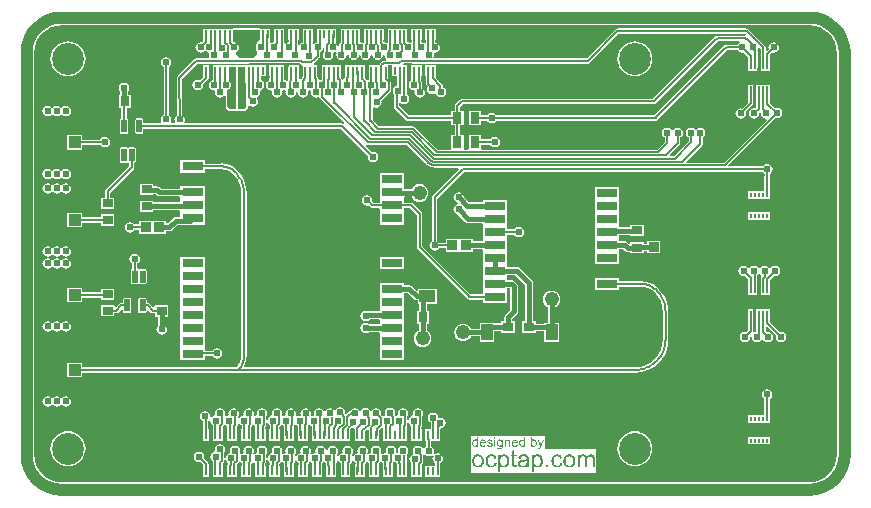
<source format=gtl>
%FSTAX23Y23*%
%MOIN*%
%SFA1B1*%

%IPPOS*%
%AMD25*
4,1,8,0.006900,0.020700,-0.006900,0.020700,-0.008900,0.018700,-0.008900,-0.018700,-0.006900,-0.020700,0.006900,-0.020700,0.008900,-0.018700,0.008900,0.018700,0.006900,0.020700,0.0*
1,1,0.003900,0.006900,0.018700*
1,1,0.003900,-0.006900,0.018700*
1,1,0.003900,-0.006900,-0.018700*
1,1,0.003900,0.006900,-0.018700*
%
%ADD17C,0.008000*%
G04~CAMADD=25~8~0.0~0.0~177.2~413.4~19.5~0.0~15~0.0~0.0~0.0~0.0~0~0.0~0.0~0.0~0.0~0~0.0~0.0~0.0~0.0~177.2~413.4*
%ADD25D25*%
%ADD26R,0.035430X0.027560*%
%ADD27R,0.035430X0.029530*%
%ADD28R,0.029530X0.035430*%
%ADD29R,0.031500X0.039370*%
%ADD30R,0.035430X0.025590*%
%ADD31R,0.035430X0.033470*%
%ADD32R,0.007870X0.027560*%
%ADD33R,0.035670X0.033790*%
%ADD34R,0.039850X0.052410*%
%ADD35R,0.020470X0.011810*%
%ADD36R,0.007090X0.014960*%
%ADD37R,0.052410X0.039850*%
%ADD38C,0.040000*%
%ADD45R,0.041340X0.039370*%
%ADD46R,0.086610X0.041340*%
%ADD47R,0.070870X0.027560*%
%ADD48R,0.070870X0.031500*%
%ADD54C,0.006000*%
%ADD55C,0.006000*%
%ADD56C,0.015000*%
%ADD57C,0.007000*%
%ADD58C,0.106300*%
%ADD59C,0.024000*%
%ADD60C,0.048000*%
%LNtime4cm4_modular-1*%
%LPD*%
G36*
X02626Y01547D02*
X02643Y01542D01*
X02659Y01533*
X02673Y01522*
X02685Y01508*
X02693Y01492*
X02698Y01474*
X027Y01455*
Y00119*
X02698Y001*
X02693Y00082*
X02685Y00066*
X02673Y00052*
X02659Y00041*
X02643Y00032*
X02626Y00027*
X02607Y00025*
X00119*
X001Y00027*
X00082Y00032*
X00066Y00041*
X00052Y00052*
X00041Y00066*
X00032Y00082*
X00027Y001*
X00025Y00119*
Y01455*
X00027Y01474*
X00032Y01492*
X00041Y01508*
X00052Y01522*
X00066Y01533*
X00082Y01542*
X001Y01547*
X00119Y01549*
X02607*
X02626Y01547*
G37*
%LNtime4cm4_modular-2*%
%LPC*%
G36*
X00776Y01538D02*
X00689D01*
X00687Y01537*
X00589*
Y015*
X00588Y01495*
X00584Y01491*
X0058Y01492*
X00573Y01491*
X00567Y01487*
X00563Y01481*
X00562Y01475*
X00563Y01468*
X00567Y01462*
X00573Y01458*
X0058Y01457*
X00586Y01458*
X00591Y01462*
X00593Y01463*
X00596*
X00598Y01462*
X00603Y01458*
X00608Y01457*
X00608Y01456*
X00607Y0145*
X00608Y01443*
X00609Y01442*
X00607Y01438*
X00564*
X00561Y01437*
X00559Y01435*
X00504Y01381*
X00504*
X00504Y01381*
X00501Y01376*
X005Y01371*
X005Y01371*
X005Y01366*
X00501Y01249*
X00497Y01247*
X00493Y01241*
X00492Y01235*
X00493Y01228*
X00494Y01227*
X00491Y01222*
X00483*
X0048Y01227*
X00481Y01228*
X00482Y01235*
X00481Y01241*
X00477Y01247*
X00473Y0125*
Y0141*
X00477Y01412*
X00481Y01418*
X00482Y01425*
X00481Y01431*
X00477Y01437*
X00471Y01441*
X00465Y01442*
X00458Y01441*
X00452Y01437*
X00448Y01431*
X00447Y01425*
X00448Y01418*
X00452Y01412*
X00456Y0141*
Y0125*
X00452Y01247*
X00448Y01241*
X00447Y01235*
X00448Y01228*
X00449Y01227*
X00446Y01222*
X00389*
Y01231*
X00389Y01234*
X00387Y01236*
X00385Y01238*
X00382Y01239*
X00368*
X00365Y01238*
X00363Y01236*
X00362Y01234*
X00361Y01231*
Y01194*
X00362Y01191*
X00363Y01189*
X00365Y01187*
X00368Y01187*
X00382*
X00385Y01187*
X00387Y01189*
X00389Y01191*
X00389Y01194*
Y01204*
X01047*
X01138Y01113*
X01137Y0111*
X01138Y01103*
X01142Y01097*
X01148Y01093*
X01155Y01092*
X01161Y01093*
X01167Y01097*
X01171Y01103*
X01172Y0111*
X01171Y01116*
X01167Y01122*
X01161Y01126*
X01155Y01127*
X01151Y01126*
X01131Y01146*
X01132Y01148*
X01134Y0115*
X01136Y0115*
X01268*
X01326Y01091*
X0133Y01088*
X0133Y01088*
X0133Y01088*
X0133Y01087*
X01333Y01084*
X01334Y01084*
X0134Y01079*
X01351Y01075*
X01364Y01073*
Y01073*
X01439*
X01441Y01069*
X01353Y00981*
X01351Y00978*
X0135Y00975*
Y00829*
X01347Y00827*
X01343Y00821*
X01342Y00815*
X01343Y00808*
X01347Y00802*
X01353Y00798*
X0136Y00797*
X01366Y00798*
X01372Y00802*
X01374Y00805*
X01396*
Y00793*
X01487*
Y00803*
X01517*
X0152Y00799*
Y00796*
Y00791*
Y00752*
Y00751*
Y00712*
Y00709*
Y00704*
Y00667*
Y00666*
Y00662*
Y00661*
Y00652*
X0148*
X01479Y00653*
X01319Y00813*
Y0092*
X01318Y00923*
X01316Y00926*
X01287Y00955*
X01284Y00957*
X01281Y00957*
X01262*
X01258Y00961*
Y00969*
Y00974*
X01262Y00978*
X01283*
X01284Y00975*
X01289Y00969*
X01295Y00964*
X01302Y00961*
X0131Y0096*
X01317Y00961*
X01324Y00964*
X0133Y00969*
X01335Y00975*
X01338Y00982*
X01339Y0099*
X01338Y00997*
X01335Y01004*
X0133Y0101*
X01324Y01015*
X01317Y01018*
X0131Y01019*
X01302Y01018*
X01295Y01015*
X01289Y0101*
X01284Y01004*
X01284Y01003*
X01262*
X01258Y01007*
Y01012*
Y01017*
Y01056*
X01177*
Y01017*
Y01014*
Y01009*
Y00974*
Y00971*
Y00966*
Y00957*
X01156*
X01151Y00962*
X01152Y00965*
X01151Y00971*
X01147Y00977*
X01141Y00981*
X01135Y00982*
X01128Y00981*
X01122Y00977*
X01118Y00971*
X01117Y00965*
X01118Y00958*
X01122Y00952*
X01128Y00948*
X01135Y00947*
X01139Y00948*
X01146Y00942*
X01149Y0094*
X01152Y00939*
X01174*
X01177Y00936*
Y00928*
Y00923*
Y00884*
X01258*
Y00923*
Y00926*
Y00931*
Y00939*
X01277*
X013Y00916*
Y0081*
X01301Y00806*
X01303Y00803*
X01467Y00639*
X01467Y00639*
X01472Y00635*
X01479Y00634*
Y00634*
X0152*
Y00624*
X01601*
Y00661*
Y00662*
Y00666*
Y00667*
Y00674*
X0161*
X01612Y00672*
Y006*
X01595Y00584*
X01593Y00579*
X01592Y00575*
Y00563*
X01582*
Y00556*
X01547*
X01546Y00556*
X0151*
Y00537*
X01481*
X0148Y00539*
X01475Y00545*
X01469Y0055*
X01462Y00553*
X01455Y00554*
X01447Y00553*
X0144Y0055*
X01434Y00545*
X01429Y00539*
X01426Y00532*
X01425Y00525*
X01426Y00517*
X01429Y0051*
X01434Y00504*
X0144Y00499*
X01447Y00496*
X01455Y00495*
X01462Y00496*
X01469Y00499*
X01475Y00504*
X0148Y0051*
X01481Y00512*
X0151*
Y00493*
X01559*
Y0053*
X01582*
Y00523*
X01627*
Y00563*
X01617*
Y00569*
X01634Y00585*
X01636Y0059*
X01637Y00595*
Y00678*
X01636Y00683*
X01634Y00687*
X01625Y00696*
X01621Y00698*
X01616Y00699*
X01605*
X01601Y00703*
Y00707*
Y00712*
X01601Y00717*
X01629*
X01662Y00684*
Y00562*
X01652*
Y00522*
X01697*
Y00529*
X01725*
Y00493*
X01774*
Y00556*
X01762*
Y00608*
X01764Y00609*
X0177Y00614*
X01775Y0062*
X01778Y00627*
X01779Y00635*
X01778Y00642*
X01775Y00649*
X0177Y00655*
X01764Y0066*
X01757Y00663*
X0175Y00664*
X01742Y00663*
X01735Y0066*
X01729Y00655*
X01724Y00649*
X01721Y00642*
X0172Y00635*
X01721Y00627*
X01724Y0062*
X01729Y00614*
X01735Y00609*
X01737Y00608*
Y00556*
X01725*
Y00554*
X01697*
Y00562*
X01687*
Y0069*
X01686Y00694*
X01684Y00699*
X01643Y00739*
X01639Y00742*
X01634Y00743*
X01601*
Y00751*
Y00752*
Y00791*
Y00794*
Y00799*
Y00834*
Y00837*
Y00842*
Y0085*
X01625*
X01627Y00847*
X01633Y00843*
X0164Y00842*
X01646Y00843*
X01652Y00847*
X01656Y00853*
X01657Y0086*
X01656Y00866*
X01652Y00872*
X01646Y00876*
X0164Y00877*
X01633Y00876*
X01627Y00872*
X01625Y00869*
X01605*
X01601Y00872*
Y0088*
Y00885*
Y00924*
Y00926*
Y00967*
X0152*
Y00959*
X01473*
X01457Y00975*
X01456Y00981*
X01452Y00987*
X01446Y00991*
X0144Y00992*
X01433Y00991*
X01427Y00987*
X01423Y00981*
X01422Y00975*
X01423Y00968*
X01427Y00962*
X01433Y00958*
X01435Y00958*
X01436Y00956*
X01433Y00951*
X01433Y00951*
X01427Y00947*
X01423Y00941*
X01422Y00935*
X01423Y00928*
X01427Y00922*
X01433Y00918*
X01439Y00917*
X01462Y00894*
X01466Y00891*
X01471Y0089*
X01517*
X0152Y00887*
Y00882*
Y00877*
Y00842*
Y00839*
Y00834*
Y00828*
X01487*
Y00836*
X01396*
Y00824*
X01374*
X01372Y00827*
X01369Y00829*
Y00971*
X01458Y0106*
X02454*
X02457Y01057*
X0246Y01054*
X0246Y01048*
X02459Y01043*
X02459Y01043*
X02459*
Y01038*
Y00996*
X02404*
Y00971*
X02477*
Y00983*
X02477Y00984*
Y01038*
X02477Y01043*
X02477Y01043*
X02477Y01048*
X02477Y01054*
X02481Y01057*
X02485Y01062*
X02486Y01069*
X02485Y01075*
X02481Y01081*
X02475Y01085*
X02469Y01086*
X02462Y01085*
X02457Y01081*
X02454Y01078*
X02341*
X02339Y01083*
X02496Y0124*
X02501Y01239*
X02508Y0124*
X02513Y01244*
X02517Y01249*
X02518Y01256*
X02517Y01263*
X02513Y01268*
X02508Y01272*
X02501Y01273*
X02494Y01272*
X02494Y01272*
X02476Y01289*
Y01326*
X02477*
Y01351*
X02432*
Y01339*
X02432Y01338*
Y01275*
X02428Y01271*
X02425Y01272*
X02418Y01271*
X02412Y01267*
X02408Y01261*
X02407Y01255*
X02408Y01248*
X02412Y01242*
X02418Y01238*
X02425Y01237*
X02431Y01238*
X02437Y01242*
X02441Y01248*
X02442Y01255*
X02441Y01257*
X02443Y01257*
X02447Y01255*
X02447Y01255*
X02448Y01248*
X02452Y01242*
X02458Y01238*
X02464Y01237*
X02465Y01235*
X02466Y01232*
X02323Y0109*
X022*
X02198Y01094*
X0225Y01147*
X02252Y01149*
X02253Y01153*
Y01175*
X02257Y01177*
X02261Y01183*
X02262Y0119*
X02261Y01196*
X02257Y01202*
X02251Y01206*
X02245Y01207*
X02238Y01206*
X02233Y01202*
X02231Y01201*
X02228*
X02226Y01202*
X02221Y01206*
X02215Y01207*
X02208Y01206*
X02202Y01202*
X02198Y01196*
X02197Y0119*
X02198Y01183*
X02202Y01177*
X02206Y01175*
Y01162*
X02156Y01112*
X02145*
X02143Y01116*
X02175Y01149*
X02177Y01151*
X02178Y01155*
Y01175*
X02182Y01177*
X02186Y01183*
X02187Y0119*
X02186Y01196*
X02182Y01202*
X02176Y01206*
X0217Y01207*
X02163Y01206*
X02157Y01202*
X02155Y01198*
X02149*
X02147Y01202*
X02141Y01206*
X02135Y01207*
X02128Y01206*
X02122Y01202*
X02118Y01196*
X02117Y0119*
X02118Y01183*
X02122Y01177*
X02126Y01175*
Y01159*
X02101Y01134*
X0152*
X01515Y01135*
Y01139*
Y0115*
X01545*
X01547Y01147*
X01553Y01143*
X0156Y01142*
X01566Y01143*
X01572Y01147*
X01576Y01153*
X01577Y0116*
X01576Y01166*
X01572Y01172*
X01566Y01176*
X0156Y01177*
X01553Y01176*
X01547Y01172*
X01545Y01169*
X01515*
Y01184*
X01474*
Y01135*
X01469Y01134*
X01461*
X01456Y01135*
Y01184*
X01444*
Y01215*
X01456*
Y01264*
X01444*
Y01276*
X01453Y01285*
X02087*
Y01285*
X02093Y01286*
X02098Y0129*
X02098Y0129*
X02098Y0129*
X02303Y01495*
X02304Y01495*
X02375*
X02378Y01491*
X02378Y0149*
X02372Y01487*
X0237Y01484*
X02338*
X02333Y01484*
X02326Y01483*
X02321Y01479*
X02321Y01479*
X02091Y01249*
X0209Y01249*
X01564*
X01562Y01252*
X01556Y01256*
X0155Y01257*
X01543Y01256*
X01537Y01252*
X01535Y01249*
X01515*
Y01264*
X01473*
Y01215*
X01515*
Y0123*
X01535*
X01537Y01227*
X01543Y01223*
X0155Y01222*
X01556Y01223*
X01562Y01227*
X01564Y0123*
X02091*
Y0123*
X02098Y01231*
X02103Y01235*
X02103Y01235*
Y01235*
X02333Y01465*
X02334Y01465*
X0237*
X02372Y01462*
X02378Y01458*
X02385Y01457*
X02389Y01458*
X02404Y01443*
Y0141*
X02404Y01409*
Y01397*
X02435*
Y01407*
X02436Y0141*
Y01462*
X02435Y01466*
X02435Y01467*
X02436Y01468*
X02437Y01474*
X02439Y01475*
X02442Y01476*
X02446Y01471*
Y01422*
X02446*
Y01397*
X02477*
Y01422*
X02476*
Y0145*
X02485Y01458*
X0249Y01457*
X02496Y01458*
X02502Y01462*
X02506Y01468*
X02507Y01475*
X02506Y01481*
X02502Y01487*
X02496Y01491*
X0249Y01492*
X02483Y01491*
X02477Y01487*
X02473Y01481*
X02472Y01475*
X02473Y0147*
X02467Y01464*
X02463Y01466*
Y01474*
X02463Y01475*
X02462Y01478*
X0246Y0148*
X02407Y01534*
X02407Y01534*
X02402Y01537*
X02397Y01538*
Y01538*
X01972*
Y01538*
X01967Y01537*
X01962Y01534*
X01958Y0153*
X01866Y01438*
X01357*
X01355Y01442*
X01356Y01443*
X01357Y0145*
X01356Y01453*
X01359Y01457*
X0136Y01457*
X01366Y01458*
X01372Y01462*
X01376Y01468*
X01377Y01475*
X01376Y01481*
X01372Y01487*
X01366Y01491*
X01362Y01491*
Y015*
X01363*
Y01537*
X01329*
Y015*
X01331*
Y0149*
X0133Y01489*
X01326Y01488*
X01321Y01491*
X01315Y01492*
Y015*
X01316*
Y01537*
X01282*
Y015*
X01284*
Y01492*
X01279Y01489*
X01276Y01491*
X0127Y01492*
X01268Y01495*
Y015*
Y01537*
X01203*
Y015*
X01204*
Y01491*
X012Y01489*
X01198Y01489*
X01196Y01491*
X0119Y01492*
X01189Y01492*
Y015*
X0119*
Y01537*
X01124*
Y015*
X01125*
Y01493*
X01121Y01489*
X01118Y01489*
X01116Y01491*
X0111Y01492*
Y015*
X01111*
Y01537*
X01046*
Y015*
X01046*
Y01491*
X01044Y01489*
X01042Y01486*
X01041Y01483*
Y01478*
X01037Y01477*
X01037*
X01036Y01481*
X01035Y01481*
X01032Y01487*
X0103Y01488*
Y015*
X01032*
Y01537*
X00967*
Y015*
X00968*
Y01491*
X00963Y01491*
X00958Y01487*
X00956Y01487*
X00953Y01489*
Y015*
X00953*
Y01537*
X0092*
Y01518*
X0092Y01517*
Y01491*
X00918Y01491*
X00912Y01487*
X00909Y01483*
X00904Y01484*
Y015*
X00906*
Y01537*
X00872*
Y015*
X00873*
Y01492*
X00868Y01491*
X00863Y01487*
X0086Y01488*
X00858Y01489*
Y015*
X00859*
Y01537*
X00825*
Y015*
X00825Y01495*
X00825Y01492*
X00818Y01491*
X00815Y01489*
X0081Y01491*
Y015*
X00812*
Y01537*
X00777*
X00776Y01538*
G37*
G36*
X00137Y01495D02*
X00126Y01494D01*
X00115Y0149*
X00105Y01485*
X00096Y01478*
X00089Y01469*
X00083Y01459*
X0008Y01448*
X00079Y01437*
X0008Y01425*
X00083Y01414*
X00089Y01404*
X00096Y01395*
X00105Y01388*
X00115Y01383*
X00126Y01379*
X00137Y01378*
X00149Y01379*
X0016Y01383*
X0017Y01388*
X00179Y01395*
X00186Y01404*
X00191Y01414*
X00195Y01425*
X00196Y01437*
X00195Y01448*
X00191Y01459*
X00186Y01469*
X00179Y01478*
X0017Y01485*
X0016Y0149*
X00149Y01494*
X00137Y01495*
G37*
G36*
X0013Y0128D02*
X00123Y01279D01*
X00117Y01275*
X00117Y01274*
X00112*
X00112Y01275*
X00106Y01279*
X001Y0128*
X00093Y01279*
X00088Y01275*
X00086Y01274*
X00083*
X00081Y01275*
X00076Y01279*
X0007Y0128*
X00063Y01279*
X00057Y01275*
X00053Y01269*
X00052Y01263*
X00053Y01256*
X00057Y0125*
X00063Y01247*
X0007Y01245*
X00076Y01247*
X00081Y0125*
X00083Y01251*
X00086*
X00088Y0125*
X00093Y01247*
X001Y01245*
X00106Y01247*
X00112Y0125*
X00112Y01251*
X00117*
X00117Y0125*
X00123Y01247*
X0013Y01245*
X00136Y01247*
X00142Y0125*
X00146Y01256*
X00147Y01263*
X00146Y01269*
X00142Y01275*
X00136Y01279*
X0013Y0128*
G37*
G36*
X02421Y01351D02*
X02404D01*
Y01339*
X02404Y01338*
Y01291*
X02384Y01271*
X0238Y01272*
X02373Y01271*
X02367Y01267*
X02363Y01261*
X02362Y01255*
X02363Y01248*
X02367Y01242*
X02373Y01238*
X0238Y01237*
X02386Y01238*
X02392Y01242*
X02396Y01248*
X02397Y01255*
X02396Y01259*
X02419Y01282*
X02421Y01285*
X02422Y01288*
Y01338*
X02421Y01339*
Y01351*
G37*
G36*
X00325Y01357D02*
X00318Y01356D01*
X00312Y01352*
X00308Y01346*
X00307Y0134*
X00308Y01333*
X00312Y01327*
X00312Y01327*
Y01317*
X00306*
Y01272*
X00315*
Y01238*
X00314Y01238*
X00312Y01236*
X0031Y01234*
X0031Y01231*
Y01194*
X0031Y01191*
X00312Y01189*
X00314Y01187*
X00317Y01187*
X00331*
X00334Y01187*
X00336Y01189*
X00337Y01191*
X00338Y01194*
Y01231*
X00337Y01234*
X00336Y01236*
X00334Y01238*
X00333Y01238*
Y01272*
X00346*
Y01317*
X00338*
Y01329*
X00341Y01333*
X00342Y0134*
X00341Y01346*
X00337Y01352*
X00331Y01356*
X00325Y01357*
G37*
G36*
X00185Y01182D02*
X00134D01*
Y01133*
X00185*
Y01148*
X00246*
X00247Y01147*
X00253Y01143*
X0026Y01142*
X00266Y01143*
X00272Y01147*
X00276Y01153*
X00277Y0116*
X00276Y01166*
X00272Y01172*
X00266Y01176*
X0026Y01177*
X00253Y01176*
X00247Y01172*
X00244Y01167*
X00185*
Y01182*
G37*
G36*
X00356Y01142D02*
X00343D01*
X0034Y01142*
X00337Y0114*
X00334Y01142*
X00331Y01142*
X00317*
X00314Y01142*
X00312Y0114*
X0031Y01138*
X0031Y01135*
Y01098*
X0031Y01095*
X00312Y01093*
X00314Y01091*
X00317Y0109*
X00331*
X00334Y01091*
X00336Y01092*
X0034Y01089*
Y01078*
X00263Y01001*
X00261Y00998*
X0026Y00995*
Y00973*
X00247*
Y00936*
X00292*
Y00973*
X00279*
Y00991*
X00356Y01068*
X00358Y01071*
X00359Y01075*
Y01091*
X00359Y01091*
X00361Y01093*
X00363Y01095*
X00363Y01098*
Y01135*
X00363Y01138*
X00361Y0114*
X00359Y01142*
X00356Y01142*
G37*
G36*
X0013Y0107D02*
X00123Y01069D01*
X00117Y01065*
X00117Y01064*
X00112*
X00112Y01065*
X00106Y01069*
X001Y0107*
X00093Y01069*
X00088Y01065*
X00086Y01064*
X00083*
X00081Y01065*
X00076Y01069*
X0007Y0107*
X00063Y01069*
X00057Y01065*
X00053Y01059*
X00052Y01053*
X00053Y01046*
X00057Y0104*
X00063Y01037*
X0007Y01035*
X00076Y01037*
X00081Y0104*
X00083Y01041*
X00086*
X00088Y0104*
X00093Y01037*
X001Y01035*
X00106Y01037*
X00112Y0104*
X00112Y01041*
X00117*
X00117Y0104*
X00123Y01037*
X0013Y01035*
X00136Y01037*
X00142Y0104*
X00146Y01046*
X00147Y01053*
X00146Y01059*
X00142Y01065*
X00136Y01069*
X0013Y0107*
G37*
G36*
Y01022D02*
X00123Y01021D01*
X00118Y01017*
X00116Y01016*
X00113*
X00111Y01017*
X00106Y01021*
X001Y01022*
X00093Y01021*
X00087Y01017*
X00087Y01016*
X00082*
X00082Y01017*
X00076Y01021*
X0007Y01022*
X00063Y01021*
X00057Y01017*
X00053Y01011*
X00052Y01005*
X00053Y00998*
X00057Y00992*
X00063Y00988*
X0007Y00987*
X00076Y00988*
X00082Y00992*
X00082Y00993*
X00087*
X00087Y00992*
X00093Y00988*
X001Y00987*
X00106Y00988*
X00111Y00992*
X00113Y00993*
X00116*
X00118Y00992*
X00123Y00988*
X0013Y00987*
X00136Y00988*
X00142Y00992*
X00146Y00998*
X00147Y01005*
X00146Y01011*
X00142Y01017*
X00136Y01021*
X0013Y01022*
G37*
G36*
X00422Y01019D02*
X00377D01*
Y00984*
X00422*
Y00987*
X00429*
X00433Y00983*
X00438Y0098*
X00442Y00979*
X00509*
X00512Y00975*
Y00971*
Y00966*
Y00959*
X00422*
Y00962*
X00377*
Y00927*
X00422*
Y00934*
X00509*
X00512Y0093*
Y00928*
Y00923*
Y0091*
X00497*
X00492Y00909*
X00488Y00906*
X0047Y00888*
X00465Y00888*
Y00897*
X00374*
Y00885*
X00358*
X00357Y00887*
X00351Y00891*
X00345Y00892*
X00338Y00891*
X00332Y00887*
X00328Y00881*
X00327Y00875*
X00328Y00868*
X00332Y00862*
X00338Y00858*
X00345Y00857*
X00351Y00858*
X00357Y00862*
X00359Y00866*
X00374*
Y00854*
X00465*
Y00863*
X00475*
X0048Y00864*
X00485Y00866*
X00502Y00884*
X00545*
X00546Y00884*
X00593*
Y00923*
Y00926*
Y00931*
Y00966*
Y00969*
Y00974*
Y01012*
X00512*
Y01004*
X00448*
X00444Y01009*
X00439Y01011*
X00435Y01012*
X00422*
Y01019*
G37*
G36*
X02477Y00925D02*
X02404D01*
Y009*
X02477*
Y00925*
G37*
G36*
X00185Y00924D02*
X00134D01*
Y00875*
X00185*
Y0089*
X00247*
Y00881*
X00292*
Y00918*
X00247*
Y00909*
X00185*
Y00924*
G37*
G36*
X01975Y01008D02*
X01894D01*
Y00972*
Y00971*
Y00967*
Y00966*
Y00929*
Y00926*
Y00921*
Y00885*
Y00882*
Y00877*
Y00842*
Y00839*
Y00834*
Y00799*
Y00796*
Y00791*
Y00752*
X01975*
Y00791*
Y00794*
Y00799*
X01975Y00804*
X01987*
X01995Y00795*
X02Y00793*
X02005Y00792*
X02012*
Y0079*
X02057*
Y00796*
X02067*
Y00788*
X02112*
Y00831*
X02067*
Y00821*
X02057*
Y00825*
X02012*
Y00822*
X02007Y0082*
X02002Y00825*
X01997Y00828*
X01993Y00829*
X01979*
X01975Y00833*
Y00837*
Y00842*
Y00849*
X02012*
Y00847*
X02057*
Y00882*
X02012*
Y00875*
X01979*
X01975Y00878*
Y0088*
Y00885*
Y00921*
Y00924*
Y00929*
Y00966*
Y00967*
Y00971*
Y00972*
Y01008*
G37*
G36*
X0013Y00812D02*
X00123Y00811D01*
X00118Y00807*
X00116Y00806*
X00113*
X00111Y00807*
X00106Y00811*
X001Y00812*
X00093Y00811*
X00088Y00807*
X00086Y00806*
X00083*
X00081Y00807*
X00076Y00811*
X0007Y00812*
X00063Y00811*
X00057Y00807*
X00053Y00801*
X00052Y00795*
X00053Y00788*
X00057Y00782*
X00063Y00778*
X0007Y00777*
X00076Y00778*
X00082Y00782*
X00082Y00783*
X00087*
X00087Y00782*
X00093Y00778*
X001Y00777*
X00106Y00778*
X00112Y00782*
X00112Y00783*
X00117*
X00117Y00782*
X00123Y00778*
X0013Y00777*
X00136Y00778*
X00142Y00782*
X00146Y00788*
X00147Y00795*
X00146Y00801*
X00142Y00807*
X00136Y00811*
X0013Y00812*
G37*
G36*
Y00772D02*
X00123Y00771D01*
X00117Y00767*
X00117Y00766*
X00112*
X00112Y00767*
X00106Y00771*
X001Y00772*
X00093Y00771*
X00088Y00767*
X00086Y00766*
X00083*
X00081Y00767*
X00076Y00771*
X0007Y00772*
X00063Y00771*
X00057Y00767*
X00053Y00761*
X00052Y00755*
X00053Y00748*
X00057Y00742*
X00063Y00738*
X0007Y00737*
X00076Y00738*
X00081Y00742*
X00083Y00743*
X00086*
X00088Y00742*
X00093Y00738*
X001Y00737*
X00106Y00738*
X00112Y00742*
X00112Y00743*
X00117*
X00117Y00742*
X00123Y00738*
X0013Y00737*
X00136Y00738*
X00142Y00742*
X00146Y00748*
X00147Y00755*
X00146Y00761*
X00142Y00767*
X00136Y00771*
X0013Y00772*
G37*
G36*
X02495Y00747D02*
X02488Y00746D01*
X02482Y00742*
X0248Y00738*
X02474*
X02472Y00742*
X02466Y00746*
X0246Y00747*
X02453Y00746*
X02447Y00742*
X02445Y00738*
X02439*
X02437Y00742*
X02431Y00746*
X02425Y00747*
X02418Y00746*
X02412Y00742*
X0241Y00738*
X02404*
X02402Y00742*
X02396Y00746*
X0239Y00747*
X02383Y00746*
X02377Y00742*
X02373Y00736*
X02372Y0073*
X02373Y00723*
X02377Y00717*
X02383Y00713*
X0239Y00712*
X02394Y00713*
X02404Y00703*
Y00662*
X02404Y00661*
Y00649*
X02435*
Y00661*
X02435Y00662*
Y00716*
X02437Y00717*
X02439Y00721*
X02445*
X02447Y00717*
X02448Y00717*
X02449Y0071*
X02448Y0071*
X02447Y00707*
X02446Y00704*
Y00674*
X02446*
Y00649*
X02477*
Y00674*
X02476*
Y00699*
X0249Y00713*
X02495Y00712*
X02501Y00713*
X02507Y00717*
X02511Y00723*
X02512Y0073*
X02511Y00736*
X02507Y00742*
X02501Y00746*
X02495Y00747*
G37*
G36*
X01258Y00776D02*
X01177D01*
Y00735*
X01258*
Y00776*
G37*
G36*
X0036Y00787D02*
X00353Y00786D01*
X00347Y00782*
X00343Y00776*
X00342Y0077*
X00343Y00763*
X00347Y00757*
X00351Y00755*
Y00736*
X0035Y00736*
X00348Y00735*
X00347Y00732*
X00346Y0073*
Y00692*
X00347Y0069*
X00348Y00687*
X0035Y00686*
X00353Y00685*
X00367*
X0037Y00686*
X00373Y00687*
X00376Y00686*
X00379Y00685*
X00393*
X00395Y00686*
X00398Y00687*
X00399Y0069*
X004Y00692*
Y0073*
X00399Y00732*
X00398Y00735*
X00395Y00736*
X00393Y00737*
X00379*
X00376Y00736*
X00374Y00735*
X00369Y00738*
Y00755*
X00372Y00757*
X00376Y00763*
X00377Y0077*
X00376Y00776*
X00372Y00782*
X00366Y00786*
X0036Y00787*
G37*
G36*
X00185Y00674D02*
X00134D01*
Y00625*
X00185*
Y0064*
X00247*
Y00633*
X00292*
Y00671*
X00247*
Y00659*
X00185*
Y00674*
G37*
G36*
X00341Y0064D02*
X00328D01*
X00325Y0064*
X00323Y00638*
X00321Y00636*
X00321Y00633*
Y00624*
X00315*
X00311Y00623*
X00308Y00621*
X00297Y0061*
X00292Y00612*
Y00616*
X00247*
Y00578*
X00292*
Y00588*
X00297*
X003Y00588*
X00303Y0059*
X00316Y00603*
X00321Y006*
Y00596*
X00321Y00593*
X00323Y00591*
X00325Y00589*
X00328Y00589*
X00341*
X00344Y00589*
X00346Y00591*
X00348Y00593*
X00348Y00596*
Y00633*
X00348Y00636*
X00346Y00638*
X00344Y0064*
X00341Y0064*
G37*
G36*
X0013Y00562D02*
X00123Y00561D01*
X00117Y00557*
X00117Y00556*
X00112*
X00112Y00557*
X00106Y00561*
X001Y00562*
X00093Y00561*
X00088Y00557*
X00086Y00556*
X00083*
X00081Y00557*
X00076Y00561*
X0007Y00562*
X00063Y00561*
X00057Y00557*
X00053Y00551*
X00052Y00545*
X00053Y00538*
X00057Y00532*
X00063Y00528*
X0007Y00527*
X00076Y00528*
X00082Y00532*
X00082Y00533*
X00087*
X00087Y00532*
X00093Y00528*
X001Y00527*
X00106Y00528*
X00112Y00532*
X00112Y00533*
X00117*
X00117Y00532*
X00123Y00528*
X0013Y00527*
X00136Y00528*
X00142Y00532*
X00146Y00538*
X00147Y00545*
X00146Y00551*
X00142Y00557*
X00136Y00561*
X0013Y00562*
G37*
G36*
X02477Y00603D02*
X02432D01*
Y00591*
X02432Y0059*
Y00526*
X02428Y00526*
X02426Y00524*
X02421Y00527*
X02422Y00528*
Y0059*
X02421Y00591*
Y00603*
X02404*
Y00591*
X02404Y0059*
Y00531*
X02399Y00526*
X02395Y00527*
X02388Y00526*
X02382Y00522*
X02378Y00516*
X02377Y0051*
X02378Y00503*
X02382Y00497*
X02388Y00493*
X02395Y00492*
X02401Y00493*
X02407Y00497*
X02411Y00503*
X02412Y0051*
X02411Y00512*
X02413Y00512*
X02417Y0051*
X02417Y0051*
X02418Y00503*
X02422Y00497*
X02428Y00493*
X02435Y00492*
X02441Y00493*
X02447Y00497*
X02449Y00501*
X02455*
X02457Y00497*
X02463Y00493*
X0247Y00492*
X02476Y00493*
X02482Y00497*
X02486Y00503*
X02487Y0051*
X02486Y00516*
X02482Y00522*
X02476Y00526*
X0247Y00527*
X02466Y00526*
X02463Y0053*
Y00543*
X02468Y00545*
X02498Y00514*
X02497Y0051*
X02498Y00503*
X02502Y00497*
X02508Y00493*
X02515Y00492*
X02521Y00493*
X02527Y00497*
X02531Y00503*
X02532Y0051*
X02531Y00516*
X02527Y00522*
X02521Y00526*
X02515Y00527*
X0251Y00526*
X02476Y00559*
Y00578*
X02477*
Y00603*
G37*
G36*
X00393Y0064D02*
X00379D01*
X00376Y0064*
X00374Y00638*
X00372Y00636*
X00372Y00633*
Y00596*
X00372Y00593*
X00374Y00591*
X00376Y00589*
X00379Y00589*
X00393*
X00395Y00589*
X00398Y00591*
X00399Y00593*
X004Y00596*
Y00599*
X00405Y00601*
X00415Y00591*
X00418Y00589*
X00422Y00588*
X00427*
Y00577*
X00437*
Y00546*
X00433Y00541*
X00432Y00535*
X00433Y00528*
X00437Y00522*
X00443Y00518*
X0045Y00517*
X00456Y00518*
X00462Y00522*
X00466Y00528*
X00467Y00535*
X00466Y00541*
X00462Y00546*
Y00577*
X00472*
Y00617*
X00427*
Y00612*
X00422Y0061*
X00411Y00621*
X00408Y00623*
X00405Y00624*
X004*
Y00633*
X00399Y00636*
X00398Y00638*
X00395Y0064*
X00393Y0064*
G37*
G36*
X01258Y0069D02*
X01177D01*
Y00651*
Y00648*
Y00643*
Y00608*
Y00605*
Y006*
X01177Y00595*
X01137*
X01136Y00596*
X0113Y00597*
X01123Y00596*
X01117Y00592*
X01113Y00586*
X01112Y0058*
X01113Y00573*
X01117Y00567*
X01123Y00563*
X0113Y00562*
X01136Y00563*
X01142Y00567*
X01143Y00569*
X01174*
X01177Y00566*
Y00561*
Y00557*
X01177Y00552*
X01142*
X01142Y00552*
X01136Y00556*
X0113Y00557*
X01123Y00556*
X01117Y00552*
X01113Y00546*
X01112Y0054*
X01113Y00533*
X01117Y00527*
X01123Y00523*
X0113Y00522*
X01136Y00523*
X0114Y00526*
X01174*
X01177Y00523*
Y00518*
Y00513*
Y00478*
Y00475*
Y0047*
Y00432*
X01258*
Y0047*
Y00473*
Y00478*
Y00513*
Y00516*
Y00521*
Y00556*
Y0056*
Y00565*
Y006*
Y00603*
Y00608*
Y00643*
Y00646*
Y00651*
X01259Y00656*
X0127*
X0129Y00635*
X01295Y00633*
X013Y00632*
X01304*
Y0062*
X01308*
Y00597*
X01301*
Y00552*
X01308*
Y00531*
X01305Y0053*
X01299Y00525*
X01294Y00519*
X01291Y00512*
X0129Y00505*
X01291Y00497*
X01294Y0049*
X01299Y00484*
X01305Y00479*
X01312Y00476*
X0132Y00475*
X01327Y00476*
X01334Y00479*
X0134Y00484*
X01345Y0049*
X01348Y00497*
X01349Y00505*
X01348Y00512*
X01345Y00519*
X0134Y00525*
X01334Y0053*
X01334Y0053*
Y00552*
X01341*
Y00597*
X01334*
Y0062*
X01367*
Y00669*
X01304*
Y00664*
X013Y00663*
X01284Y00678*
X0128Y00681*
X01275Y00682*
X01258*
Y0069*
G37*
G36*
X00593Y00776D02*
X00512D01*
Y00738*
Y00735*
Y0073*
Y00695*
Y00691*
Y00686*
Y00651*
Y00648*
Y00643*
Y00608*
Y00605*
Y006*
Y00565*
Y00561*
Y00556*
Y00521*
Y00518*
Y00513*
Y00478*
Y00475*
Y0047*
Y00432*
X00593*
Y00445*
X0062*
X00622Y00442*
X00628Y00438*
X00635Y00437*
X00641Y00438*
X00647Y00442*
X00651Y00448*
X00652Y00455*
X00651Y00461*
X00647Y00467*
X00641Y00471*
X00635Y00472*
X00628Y00471*
X00622Y00467*
X0062Y00464*
X00597*
X00593Y00467*
Y00473*
Y00478*
Y00513*
Y00516*
Y00521*
Y00556*
Y0056*
Y00565*
Y006*
Y00603*
Y00608*
Y00643*
Y00646*
Y00651*
Y00686*
Y0069*
Y00695*
Y0073*
Y00733*
Y00738*
Y00776*
G37*
G36*
Y01099D02*
X00512D01*
Y01057*
X00593*
Y01069*
X00648*
X00649Y01069*
X00663Y01067*
X00677Y01062*
X00688Y01053*
X00689Y01052*
X00689Y01052*
X007Y01039*
X00709Y01023*
X00714Y01006*
X00715Y00988*
X00715Y00988*
Y00448*
X00715*
X00714Y00436*
X00711Y00425*
X00705Y00415*
X007Y00409*
X00185*
Y00424*
X00134*
Y00375*
X00185*
Y0039*
X02028*
Y0039*
X02045Y00392*
X02062Y00396*
X02078Y00402*
X02092Y00411*
X02103Y0042*
X02105Y00422*
X02107Y00424*
X02118Y00437*
X02127Y00451*
X02133Y00467*
X02137Y00484*
X02139Y00501*
X02139*
Y00593*
X02139*
X02137Y0061*
X02133Y00627*
X02127Y00643*
X02118Y00657*
X02109Y00667*
X02107Y0067*
X02106Y00671*
X02103Y00674*
X02093Y00682*
X02079Y00689*
X02063Y00694*
X02046Y00696*
Y00696*
X01975*
Y00707*
X01894*
Y00666*
X01975*
Y00677*
X02046*
Y00677*
X02059Y00676*
X02072Y00672*
X02083Y00666*
X02093Y00658*
X02096Y00654*
X02105Y00644*
X02114Y00628*
X02119Y00611*
X0212Y00593*
X0212Y00593*
Y00501*
X0212Y00501*
X02119Y00483*
X02114Y00466*
X02105Y0045*
X02094Y00437*
X02094Y00437*
X02092Y00435*
X02092Y00435*
X02079Y00424*
X02063Y00415*
X02046Y0041*
X02028Y00409*
X02028Y00409*
X00728*
X00725Y00413*
X00728Y00418*
X00732Y00433*
X00734Y00448*
X00734*
Y00988*
X00734*
X00732Y01005*
X00728Y01022*
X00722Y01038*
X00713Y01052*
X00702Y01065*
X00702Y01065*
X0069Y01075*
X00677Y01082*
X00663Y01086*
X00648Y01088*
Y01087*
X00593*
Y01099*
G37*
G36*
X0013Y00312D02*
X00123Y00311D01*
X00117Y00307*
X00117Y00306*
X00112*
X00112Y00307*
X00106Y00311*
X001Y00312*
X00093Y00311*
X00087Y00307*
X00087Y00306*
X00082*
X00082Y00307*
X00076Y00311*
X0007Y00312*
X00063Y00311*
X00057Y00307*
X00053Y00301*
X00052Y00295*
X00053Y00288*
X00057Y00282*
X00063Y00278*
X0007Y00277*
X00076Y00278*
X00082Y00282*
X00082Y00283*
X00087*
X00087Y00282*
X00093Y00278*
X001Y00277*
X00106Y00278*
X00112Y00282*
X00112Y00283*
X00117*
X00117Y00282*
X00123Y00278*
X0013Y00277*
X00136Y00278*
X00142Y00282*
X00146Y00288*
X00147Y00295*
X00146Y00301*
X00142Y00307*
X00136Y00311*
X0013Y00312*
G37*
G36*
X01044Y00276D02*
X01038Y00274D01*
X01032Y0027*
X01029Y00266*
X01025Y00265*
X01023Y00265*
X01022Y00267*
X01016Y00271*
X0101Y00272*
X01003Y00271*
X00998Y00267*
X00995Y00263*
X0099Y00263*
X00989Y00263*
X00987Y00267*
X00981Y00271*
X00975Y00272*
X00968Y00271*
X00962Y00267*
X00958Y00261*
X00957Y00255*
X00958Y00252*
X00956Y00247*
X00954Y00246*
X0095Y00246*
X00949Y00246*
X00948Y00247*
X00946Y00249*
X00947Y00255*
X00946Y00261*
X00942Y00267*
X00936Y00271*
X0093Y00272*
X00923Y00271*
X00917Y00267*
X00913Y00261*
X00912Y00255*
X00913Y00251*
X0091Y00247*
X00909Y00247*
X00903Y00246*
X00902Y00245*
X00895Y00246*
X00895Y00247*
X00896Y00248*
X00897Y00255*
X00896Y00261*
X00892Y00267*
X00886Y00271*
X0088Y00272*
X00873Y00271*
X00867Y00267*
X00863Y00261*
X00862Y00255*
X00863Y00252*
X00859Y00246*
X00858Y00246*
X00857Y00245*
X0085Y00246*
X0085Y00247*
X00851Y00248*
X00852Y00255*
X00851Y00261*
X00847Y00267*
X00841Y00271*
X00835Y00272*
X00828Y00271*
X00822Y00267*
X00818Y00261*
X00817Y00255*
X00818Y00252*
X00814Y00246*
X00813Y00246*
X00807Y00242*
X00804Y00236*
X00803Y00236*
X00802Y00232*
X00802*
X00798Y00233*
Y00244*
X00801Y00248*
X00802Y00255*
X00801Y00261*
X00797Y00267*
X00791Y00271*
X00785Y00272*
X00778Y00271*
X00772Y00267*
X00768Y00261*
X00767Y00255*
X00768Y00252*
X00764Y00246*
X00763Y00246*
X00762Y00245*
X00755Y00246*
X00755Y00247*
X00756Y00248*
X00757Y00255*
X00756Y00261*
X00752Y00267*
X00746Y00271*
X0074Y00272*
X00733Y00271*
X00727Y00267*
X00723Y00261*
X00722Y00255*
X00723Y00252*
X00719Y00246*
X00718Y00246*
X00712Y00242*
X00709Y00236*
X00708Y00236*
X00707Y00232*
X00707*
X00703Y00233*
Y00244*
X00706Y00248*
X00707Y00255*
X00706Y00261*
X00702Y00267*
X00696Y00271*
X0069Y00272*
X00683Y00271*
X00677Y00267*
X00673Y00261*
X00672Y00255*
X00673Y00252*
X00669Y00246*
X00668Y00246*
X00667Y00245*
X0066Y00246*
X0066Y00247*
X00661Y00248*
X00662Y00255*
X00661Y00261*
X00657Y00267*
X00651Y00271*
X00645Y00272*
X00638Y00271*
X00632Y00267*
X00628Y00261*
X00627Y00255*
X00628Y00252*
X00624Y00246*
X00623Y00246*
X00617Y00242*
X00616Y0024*
X00611Y00242*
X00612Y00245*
X00611Y00251*
X00607Y00257*
X00601Y00261*
X00595Y00262*
X00588Y00261*
X00582Y00257*
X00578Y00251*
X00577Y00245*
X00578Y00238*
X00582Y00232*
X00588Y00228*
X00589Y00228*
Y00184*
X00589Y00183*
Y00164*
X00607*
Y00202*
X00605*
Y0023*
X00608Y00232*
X00612Y0023*
X00612Y0023*
X00613Y00223*
X00617Y00217*
X00621Y00215*
Y00202*
X0062*
Y00164*
X00654*
Y00202*
X00653*
Y0021*
X00655Y00212*
X00657Y00215*
X00657Y00216*
X00662Y00217*
X00668Y00214*
Y00184*
X00668Y00183*
Y00164*
X00701*
Y00202*
X00701*
Y00211*
X00702Y00214*
X00703Y00217*
Y00226*
X00707Y00227*
X00707*
X00708Y00223*
X00709Y00223*
X00712Y00217*
X00716Y00215*
Y00202*
X00715*
Y00164*
X00749*
Y00202*
X00748*
Y0021*
X0075Y00212*
X00752Y00215*
X00752Y00216*
X00757Y00217*
X00762Y00214*
Y00184*
X00762Y00184*
Y00164*
X00796*
Y00202*
X00795*
Y00211*
X00795Y00211*
X00797Y00214*
X00798Y00217*
Y00226*
X00802Y00227*
X00802*
X00803Y00223*
X00804Y00223*
X00807Y00217*
X00811Y00215*
Y00202*
X00809*
Y00164*
X00843*
Y00202*
X00842*
Y0021*
X00845Y00213*
X00847Y00215*
X00847Y00216*
X00852Y00217*
X00857Y00214*
Y00202*
X00857*
Y00164*
X0089*
Y00202*
X0089*
Y00211*
X0089Y00212*
X00892Y00214*
X00892Y00216*
X00896Y00217*
X00897Y00217*
X00898Y00217*
X00903Y00213*
X00904Y00213*
Y00184*
X00904Y00183*
Y00164*
X00938*
Y00202*
X00937*
Y00217*
X00937Y00217*
X00937Y00218*
X00942Y00219*
X00944Y00217*
X00949Y00213*
X00951Y00213*
Y00184*
X00951Y00183*
Y00164*
X01079*
Y00202*
X01083Y00205*
X01085Y00208*
X01087Y00207*
X01089Y00208*
X01089Y00208*
X01091Y00206*
X01093Y00202*
Y00164*
X01127*
Y00192*
X01129Y00197*
X01131Y00198*
X01134Y002*
X01134Y002*
X01139Y00199*
X0114Y00198*
Y00164*
X01174*
Y00183*
X01174Y00184*
Y00199*
X01184Y00209*
X01189Y00208*
X01189Y00207*
Y00202*
X01187*
Y00164*
X01268*
Y00202*
X01268*
Y00215*
X01268Y00216*
Y00226*
X01272Y00227*
X01272*
X01273Y00223*
X01274Y00223*
X01277Y00217*
X01282Y00214*
Y00202*
X01282*
Y00164*
X01316*
Y00202*
X01315*
Y00211*
X01315Y00211*
X01317Y00214*
X01318Y00217*
Y00244*
X01321Y00248*
X01322Y00255*
X01321Y00261*
X01317Y00267*
X01311Y00271*
X01305Y00272*
X01298Y00271*
X01292Y00267*
X01288Y00261*
X01287Y00255*
X01288Y00252*
X01284Y00246*
X01283Y00246*
X01277Y00242*
X01274Y00236*
X01273Y00236*
X01272Y00232*
X01272*
X01268Y00233*
Y00244*
X01271Y00248*
X01272Y00255*
X01271Y00261*
X01267Y00267*
X01261Y00271*
X01255Y00272*
X01248Y00271*
X01242Y00267*
X01238Y00261*
X01237Y00255*
X01238Y00252*
X01234Y00246*
X0123Y00246*
X01226Y0025*
X01228Y00256*
X01226Y00263*
X01223Y00269*
X01217Y00272*
X0121Y00274*
X01204Y00272*
X01198Y00269*
X01194Y00263*
X01193Y00256*
X01194Y00251*
X01193Y00246*
X01191Y00245*
X01185Y00245*
X01185Y00246*
X01181Y0025*
X01182Y00255*
X01181Y00261*
X01177Y00267*
X01171Y00271*
X01165Y00272*
X01158Y00271*
X01152Y00267*
X01151Y00264*
X01145Y00264*
X01142Y00268*
X01137Y00272*
X0113Y00273*
X01124Y00272*
X01118Y00268*
X01115Y00263*
X01111Y00263*
X01109Y00263*
X01107Y00267*
X01101Y00271*
X01095Y00272*
X01088Y00271*
X01082Y00267*
X01079Y00262*
X01077Y00262*
X01072Y00259*
X01072Y00259*
X01067Y00253*
X01065Y00253*
X01065Y00253*
X01061Y00256*
X01062Y00258*
X0106Y00265*
X01057Y0027*
X01051Y00274*
X01044Y00276*
G37*
G36*
X02468Y00335D02*
X02461Y00334D01*
X02456Y0033*
X02452Y00325*
X02451Y00318*
X02452Y00311*
X02456Y00306*
X02459Y00303*
Y00248*
X02404*
Y00223*
X02477*
Y00235*
X02477Y00236*
Y00303*
X0248Y00306*
X02484Y00311*
X02485Y00318*
X02484Y00325*
X0248Y0033*
X02475Y00334*
X02468Y00335*
G37*
G36*
X02477Y00177D02*
X02404D01*
Y00152*
X02477*
Y00177*
G37*
G36*
X01355Y00257D02*
X01348Y00256D01*
X01342Y00252*
X01338Y00246*
X01337Y0024*
X01338Y00233*
X01342Y00227*
X01346Y00225*
Y00202*
X01329*
Y00164*
X01331*
X01331Y00162*
Y00146*
X01331Y00145*
X01327Y00142*
X01325Y00138*
X01319*
X01317Y00142*
X01311Y00146*
X01305Y00147*
X01298Y00146*
X01292Y00142*
X01288Y00136*
X01287Y0013*
X01288Y00123*
X01289Y00122*
X01287Y00118*
X01286Y00118*
X0128Y00114*
X01276Y00108*
X01275Y00102*
X01276Y00095*
X0128Y00089*
X01282Y00086*
X01282Y00083*
X01282Y0008*
Y00078*
Y00043*
X01316*
Y0008*
X01316Y00085*
X01318Y00087*
X0132Y0009*
X01321Y00093*
Y00117*
X0132Y00119*
X01325Y00121*
X01327Y00117*
X01333Y00113*
X0134Y00112*
X01346Y00113*
X0135Y00116*
X01352Y00117*
X01356Y00114*
X01353Y00111*
X01352Y00105*
X01353Y00098*
X01357Y00092*
X01361Y00089*
Y0008*
X01329*
Y00043*
X01379*
Y0008*
X01378*
Y0009*
X01382Y00092*
X01386Y00098*
X01387Y00105*
X01386Y00111*
X01382Y00117*
X01376Y00121*
X0137Y00122*
X01363Y00121*
X01359Y00118*
X01357Y00117*
X01353Y0012*
X01356Y00123*
X01357Y0013*
X01356Y00136*
X01352Y00142*
X01348Y00144*
X01348Y00146*
X01348Y00146*
X01348Y00146*
Y00163*
X01352Y00164*
X01379*
Y00202*
X01381Y00206*
X01385Y00206*
X01391Y0021*
X01394Y00216*
X01396Y00223*
X01394Y00229*
X01391Y00235*
X01385Y00239*
X01378Y0024*
X01373Y00239*
X01372Y0024*
X01371Y00246*
X01367Y00252*
X01361Y00256*
X01355Y00257*
G37*
G36*
X02027Y00196D02*
X02016Y00195D01*
X02005Y00191*
X01995Y00186*
X01986Y00179*
X01978Y0017*
X01973Y0016*
X0197Y00149*
X01969Y00137*
X0197Y00126*
X01973Y00115*
X01978Y00105*
X01986Y00096*
X01995Y00089*
X02005Y00083*
X02016Y0008*
X02027Y00079*
X02038Y0008*
X02049Y00083*
X0206Y00089*
X02068Y00096*
X02076Y00105*
X02081Y00115*
X02084Y00126*
X02085Y00137*
X02084Y00149*
X02081Y0016*
X02076Y0017*
X02068Y00179*
X0206Y00186*
X02049Y00191*
X02038Y00195*
X02027Y00196*
G37*
G36*
X00137D02*
X00126Y00195D01*
X00115Y00191*
X00105Y00186*
X00096Y00179*
X00089Y0017*
X00083Y0016*
X0008Y00149*
X00079Y00137*
X0008Y00126*
X00083Y00115*
X00089Y00105*
X00096Y00096*
X00105Y00089*
X00115Y00083*
X00126Y0008*
X00137Y00079*
X00149Y0008*
X0016Y00083*
X0017Y00089*
X00179Y00096*
X00186Y00105*
X00191Y00115*
X00195Y00126*
X00196Y00137*
X00195Y00149*
X00191Y0016*
X00186Y0017*
X00179Y00179*
X0017Y00186*
X0016Y00191*
X00149Y00195*
X00137Y00196*
G37*
G36*
X01729Y00181D02*
X0148D01*
Y0013*
Y00055*
X01898*
Y00137*
X01729*
Y00181*
G37*
G36*
X00645Y00152D02*
X00638Y00151D01*
X00632Y00147*
X00628Y00141*
X00627Y00135*
X00628Y00132*
X00624Y00126*
X00623Y00126*
X00617Y00122*
X00613Y00116*
X00612Y0011*
X00613Y00103*
X00617Y00097*
X00621Y00095*
Y0008*
X0062*
Y00043*
X00654*
Y0008*
X00653*
Y00089*
X00655Y00091*
X00657Y00094*
X00658Y00097*
Y00101*
X00662Y00102*
X00662*
X00663Y00098*
X00664Y00098*
X00667Y00092*
X00671Y0009*
Y00087*
X0067Y00085*
X0067Y00085*
X00668Y0008*
Y00043*
X00701*
Y0008*
X00701*
X00701Y00085*
X00705Y0009*
X00707Y00092*
X0071Y00093*
X00712Y00092*
X00712Y00092*
X00716Y0009*
Y0008*
X00715*
Y00043*
X00749*
Y0008*
X00748*
Y00087*
X0075Y00089*
X00752Y00091*
X00754Y00092*
X00757Y00092*
X00757Y00092*
X00761Y0009*
Y00084*
X00762Y0008*
X00762Y0008*
Y00063*
X00762Y00062*
Y00043*
X00796*
Y0008*
X00795*
Y00088*
X00795Y00088*
X00797Y00091*
X00798Y00094*
Y00101*
X00802Y00102*
X00802*
X00803Y00098*
X00804Y00098*
X00807Y00092*
X00811Y0009*
Y00085*
X00809Y0008*
Y00043*
X00843*
Y0008*
X00842*
Y00086*
X00845Y00089*
X00847Y00092*
X00852Y00092*
Y00092*
X00856Y0009*
Y00084*
X00857Y00082*
Y00063*
X00857Y00062*
Y00043*
X0089*
Y0008*
X0089*
Y00088*
X0089Y00088*
X00892Y00091*
X00893Y00094*
Y00101*
X00897Y00102*
X00897*
X00898Y00098*
X00899Y00098*
X00902Y00092*
X00906Y0009*
Y00086*
X00906Y00086*
X00906Y00085*
X00904Y0008*
Y00043*
X00938*
Y0008*
X00937*
Y00086*
X0094Y00089*
X00942Y00092*
X00944Y00092*
X00947Y00092*
X00947Y00092*
X00952Y00089*
Y0008*
X00951*
Y00043*
X00985*
Y0008*
X00984*
Y00089*
X00985Y0009*
X00986Y00092*
X0099Y00093*
X00992Y00093*
X00992Y00092*
X00996Y0009*
Y00084*
X00997Y0008*
X00998Y00078*
Y00063*
X00998Y00062*
Y00043*
X01032*
Y0008*
X01031*
Y00089*
X01032Y0009*
X01033Y00093*
Y00101*
X01037Y00102*
X01037*
X01038Y00098*
X01039Y00098*
X01042Y00092*
X01046Y00089*
Y0008*
X01046*
Y00043*
X01079*
Y0008*
X01079*
Y00087*
X0108Y00088*
X01082Y00091*
X01083Y00094*
Y00101*
X01087Y00102*
X01087*
X01088Y00098*
X01089Y00098*
X01092Y00092*
X01096Y0009*
Y00087*
X01095Y00085*
X01095Y00085*
X01093Y0008*
Y00043*
X01127*
Y0008*
X01126*
X01126Y00085*
X0113Y0009*
X01132Y00092*
X01135Y00092*
X01137Y00092*
X01137Y00092*
X01141Y0009*
Y0008*
X0114*
Y00043*
X01174*
Y0008*
X01173*
Y00087*
X01175Y00089*
X01177Y00091*
X01179Y00092*
X01182Y00092*
X01182Y00092*
X01183Y00092*
X01184Y00091*
X01187Y00088*
X01187Y00083*
Y00072*
X01187Y00072*
X01187Y00072*
X01187Y0007*
Y00043*
X01221*
Y0008*
X0122*
Y00088*
X0122Y00088*
X01222Y00092*
X01227Y00092*
X01227Y00092*
X01233Y00088*
X01233Y00088*
X01235Y00085*
X01235Y0008*
Y00043*
X01268*
Y0008*
X01268*
Y00117*
X01267Y00118*
X01271Y00123*
X01272Y0013*
X01271Y00136*
X01267Y00142*
X01261Y00146*
X01255Y00147*
X01248Y00146*
X01242Y00142*
X01238Y00136*
X01237Y0013*
X01238Y00126*
X01237Y00125*
X01234Y00124*
X01232Y00126*
X01231Y00127*
X01232Y0013*
X01231Y00136*
X01227Y00142*
X01221Y00146*
X01215Y00147*
X01208Y00146*
X01202Y00142*
X01198Y00136*
X01197Y0013*
X01198Y00126*
X01195Y00122*
X01194Y00122*
X01188Y00121*
X01187Y0012*
X0118Y00121*
X0118Y00122*
X01181Y00123*
X01182Y0013*
X01181Y00136*
X01177Y00142*
X01171Y00146*
X01165Y00147*
X01158Y00146*
X01152Y00142*
X01148Y00136*
X01147Y0013*
X01148Y00127*
X01144Y00121*
X01143Y00121*
X01142Y0012*
X01135Y00121*
X01135Y00122*
X01136Y00123*
X01137Y0013*
X01136Y00136*
X01132Y00142*
X01126Y00146*
X0112Y00147*
X01113Y00146*
X01107Y00142*
X01103Y00136*
X01102Y0013*
X01103Y00127*
X01099Y00121*
X01098Y00121*
X01092Y00117*
X01089Y00111*
X01088Y00111*
X01087Y00107*
X01087*
X01083Y00108*
Y00119*
X01086Y00123*
X01087Y0013*
X01086Y00136*
X01082Y00142*
X01076Y00146*
X0107Y00147*
X01063Y00146*
X01057Y00142*
X01053Y00136*
X01052Y0013*
X01053Y00127*
X01049Y00121*
X01048Y00121*
X01042Y00117*
X01039Y00111*
X01038Y00111*
X01037Y00107*
X01037*
X01033Y00108*
Y00119*
X01036Y00123*
X01037Y0013*
X01036Y00136*
X01032Y00142*
X01026Y00146*
X0102Y00147*
X01013Y00146*
X01007Y00142*
X01003Y00136*
X01002Y0013*
X01002Y00129*
X01Y00126*
X00997Y00129*
X00997Y0013*
X00996Y00136*
X00992Y00142*
X00986Y00146*
X0098Y00147*
X00973Y00146*
X00967Y00142*
X00963Y00136*
X00962Y0013*
X00963Y00126*
X0096Y00122*
X00959Y00122*
X00953Y00121*
X00952Y0012*
X00945Y00121*
X00945Y00122*
X00946Y00123*
X00947Y0013*
X00946Y00136*
X00942Y00142*
X00936Y00146*
X0093Y00147*
X00923Y00146*
X00917Y00142*
X00913Y00136*
X00912Y0013*
X00913Y00127*
X00909Y00121*
X00908Y00121*
X00902Y00117*
X00899Y00111*
X00898Y00111*
X00897Y00107*
X00897*
X00893Y00108*
Y00119*
X00896Y00123*
X00897Y0013*
X00896Y00136*
X00892Y00142*
X00886Y00146*
X0088Y00147*
X00873Y00146*
X00867Y00142*
X00863Y00136*
X00862Y0013*
X00863Y00127*
X00859Y00121*
X00858Y00121*
X00857Y0012*
X0085Y00121*
X0085Y00122*
X00851Y00123*
X00852Y0013*
X00851Y00136*
X00847Y00142*
X00841Y00146*
X00835Y00147*
X00828Y00146*
X00822Y00142*
X00818Y00136*
X00817Y0013*
X00818Y00127*
X00814Y00121*
X00813Y00121*
X00807Y00117*
X00804Y00111*
X00803Y00111*
X00802Y00107*
X00802*
X00798Y00108*
Y00119*
X00801Y00123*
X00802Y0013*
X00801Y00136*
X00797Y00142*
X00791Y00146*
X00785Y00147*
X00778Y00146*
X00772Y00142*
X00768Y00136*
X00767Y0013*
X00768Y00127*
X00764Y00121*
X00763Y00121*
X00762Y0012*
X00755Y00121*
X00755Y00122*
X00756Y00123*
X00757Y0013*
X00756Y00136*
X00752Y00142*
X00746Y00146*
X0074Y00147*
X00733Y00146*
X00727Y00142*
X00723Y00136*
X00722Y0013*
X00723Y00127*
X00719Y00121*
X00718Y00121*
X00717Y0012*
X0071Y00121*
X0071Y00122*
X00711Y00123*
X00712Y0013*
X00711Y00136*
X00707Y00142*
X00701Y00146*
X00695Y00147*
X00688Y00146*
X00682Y00142*
X00678Y00136*
X00677Y0013*
X00678Y00127*
X00674Y00121*
X00673Y00121*
X00667Y00117*
X00664Y00111*
X00663Y00111*
X00662Y00107*
X00662*
X00658Y00108*
Y00124*
X00661Y00128*
X00662Y00135*
X00661Y00141*
X00657Y00147*
X00651Y00151*
X00645Y00152*
G37*
G36*
X00575Y00127D02*
X00568Y00126D01*
X00562Y00122*
X00558Y00116*
X00557Y0011*
X00558Y00103*
X00562Y00097*
X00568Y00093*
X00575Y00092*
X00579Y00093*
X00588Y00085*
X00589Y0008*
Y00043*
X00607*
Y0008*
X00606*
Y00086*
X00605Y00089*
X00604Y00092*
X00591Y00105*
X00592Y0011*
X00591Y00116*
X00587Y00122*
X00581Y00126*
X00575Y00127*
G37*
%LNtime4cm4_modular-3*%
%LPD*%
G36*
X02396Y01521D02*
X02397Y01519D01*
X02397Y01518*
X02394Y01514*
X02303*
Y01514*
X02296Y01513*
X02291Y01509*
X02291Y01509*
X02086Y01304*
X02085Y01304*
X0145*
X01446Y01303*
X01443Y01301*
X01428Y01286*
X01427Y01283*
X01426Y0128*
Y01264*
X01414*
Y01249*
X01273*
X01243Y01279*
X01242Y0128*
Y01288*
X01247Y0129*
X01251Y01287*
X01258Y01286*
X01264Y01287*
X0127Y01291*
X01274Y01297*
X01275Y01304*
X01274Y0131*
X0127Y01316*
X01267Y01318*
Y01378*
X01268*
Y01416*
X01257*
X01255Y01421*
X01256Y01422*
X01283*
X01283Y01422*
X01286Y01421*
X0187*
X01873Y01422*
X01875Y01424*
X01973Y01521*
X01973Y01521*
X02395*
X02396Y01521*
G37*
G36*
X00776Y01499D02*
X00769Y01492D01*
Y01488*
X00765Y01484*
X00763Y01478*
Y01471*
X00765Y01465*
X00769Y01461*
Y01452*
X00756Y01439*
X00712*
X00696Y01454*
X00698Y01459*
X00699Y0146*
X00704Y01465*
X00707Y01471*
Y01478*
X00704Y01484*
X00699Y01489*
X00693Y01492*
X00689*
Y01533*
X00776*
Y01499*
G37*
G36*
X00913Y01419D02*
D01*
X00915Y01418*
X00916Y01417*
X00919Y01414*
X0092Y01412*
Y01389*
X0092Y01387*
X0092Y01386*
Y01378*
X00918Y01374*
X00914Y01369*
X00913Y01368*
X00908Y01368*
X00906Y0137*
X00906Y01375*
Y01396*
X00906Y01397*
Y01416*
X00872*
Y01382*
X00872Y01378*
X00872Y01378*
X00871Y01373*
X00871Y01373*
X00871Y01373*
X00871Y01364*
X00866Y01362*
X00861Y01366*
X00858Y01366*
Y01378*
X00859*
Y01416*
X00809*
Y01378*
X0081Y01378*
X00808Y01366*
X00808Y01366*
X00802Y01362*
X00798Y01356*
X00797Y0135*
X00798Y01343*
X00802Y01337*
X00808Y01333*
X00814Y01332*
X00815Y01332*
X00818Y01328*
X00817Y01325*
X00818Y01318*
X00822Y01312*
X00828Y01308*
X00835Y01307*
X00841Y01308*
X00847Y01312*
X00851Y01318*
X00852Y01325*
X00851Y01328*
X00854Y01332*
X00855Y01332*
X00859Y01333*
X00859Y01333*
X00863Y01329*
X00863Y01329*
X00862Y01325*
X00863Y01318*
X00867Y01312*
X00873Y01308*
X0088Y01307*
X00886Y01308*
X00892Y01312*
X00896Y01318*
X00897Y01325*
X00899Y01328*
X00902Y01325*
X00902Y01325*
X00903Y01318*
X00907Y01312*
X00913Y01308*
X0092Y01307*
X00926Y01308*
X00932Y01312*
X00936Y01318*
X00937Y01325*
X00936Y01329*
X00936Y01329*
X0094Y01333*
X0094Y01333*
X00944Y01332*
X00945Y01332*
X00948Y01328*
X00947Y01325*
X00948Y01318*
X00952Y01312*
X00958Y01308*
X00965Y01307*
X00971Y01308*
X00971Y01309*
X00977Y01306*
X00979Y01304*
X01057Y01225*
X01056Y01223*
X01054Y01221*
X01051Y01222*
X00528*
X00525Y01227*
X00526Y01228*
X00527Y01235*
X00526Y01241*
X00522Y01247*
X00518Y0125*
X00516Y0137*
X00517Y0137*
X00568Y01421*
X00739*
X00741Y01422*
X0091*
X00913Y01419*
G37*
G36*
X00991Y01472D02*
Y0146D01*
X00988Y01456*
X00987Y0145*
X00988Y01443*
X00992Y01437*
X00998Y01433*
X01005Y01432*
X01011Y01433*
X01017Y01437*
X01021Y01443*
X01022Y0145*
X01021Y01452*
X01025Y01458*
X01026Y01458*
X0103Y01461*
X01033Y01457*
X01033Y01457*
X01032Y0145*
X01033Y01443*
X01037Y01438*
X01042Y01434*
X01049Y01433*
X01056Y01434*
X01061Y01438*
X01065Y01443*
X01066Y0145*
X0107Y01452*
X01073Y0145*
X01074Y01443*
X01078Y01438*
X01083Y01434*
X0109Y01433*
X01097Y01434*
X01102Y01438*
X01106Y01443*
X01107Y01448*
X01112*
X01113Y01443*
X01117Y01438*
X01122Y01434*
X01129Y01433*
X01136Y01434*
X01141Y01438*
X01145Y01443*
X01146Y0145*
X01149Y01452*
X01152Y01451*
X01153Y01444*
X01157Y01438*
X01163Y01434*
X0117Y01433*
X01176Y01434*
X01182Y01438*
X01186Y01444*
X01187Y01451*
X01189Y01452*
X01192Y0145*
X01193Y01443*
X01197Y01437*
X01199Y01436*
X01198Y01431*
X0119*
X01187Y0143*
X01184Y01429*
X01177Y01421*
X01177*
X01176Y01421*
X01173Y01416*
X01173Y01416*
X0114*
Y01378*
X01141*
Y01367*
X01137Y01365*
X01133Y01366*
X0113Y0137*
Y0137*
X01127Y01374*
X01127Y01378*
Y01416*
X01061*
Y01378*
X0106Y01375*
X01059Y01373*
X01059Y01369*
X01059Y01369*
X01057Y01368*
X01052Y01367*
X01049Y01372*
X01047Y01375*
X01048Y01378*
Y01416*
X00983*
Y01378*
X00983*
Y01367*
X00978Y01366*
X00977Y01365*
X00973Y01368*
X00972Y01372*
X00971Y01374*
X00969Y01378*
Y01382*
Y01416*
X00958*
X00956Y01421*
X00965Y0143*
X00967Y01433*
Y01433*
X00975Y01441*
X00977Y01444*
X00978Y01447*
Y0146*
X00982Y01462*
X00986Y01468*
X00986Y01472*
X00991Y01472*
G37*
G36*
X01219Y01378D02*
X01234D01*
Y01347*
X0123Y01347*
X01225Y01343*
X01221Y01337*
X0122Y01331*
X01221Y01324*
X01223Y01321*
Y01277*
X01224Y01273*
X01226Y0127*
X0123Y01266*
X01263Y01233*
X01266Y01231*
X0127Y0123*
X01414*
Y01215*
X01426*
Y01184*
X01415*
Y01135*
X0141Y01134*
X01369*
X01293Y01209*
X01291Y01211*
X01288Y01212*
X01174*
X01174Y01212*
X01153Y01233*
X01153Y01233*
Y01274*
X01158Y01276*
X01159Y01275*
X01166Y01274*
X01172Y01275*
X01178Y01279*
X01182Y01285*
X01183Y01292*
X01182Y01296*
X01212Y01326*
X01214Y01329*
X01214Y01332*
Y01332*
Y01358*
X01214Y01361*
X01212Y01364*
X01205Y01371*
Y01378*
X01205*
Y01415*
X01219*
Y01378*
G37*
G36*
X01562Y00171D02*
X01558D01*
Y00176*
X01562*
Y00171*
G37*
G36*
X01661Y00144D02*
X01658D01*
Y00147*
X01658Y00147*
X01658Y00147*
X01657Y00147*
X01657Y00146*
X01657Y00146*
X01657Y00146*
X01656Y00145*
X01656Y00145*
X01656Y00145*
X01655Y00144*
X01655Y00144*
X01654Y00144*
X01653Y00144*
X01653Y00144*
X01652Y00143*
X01651Y00143*
X01651*
X01651Y00143*
X0165*
X0165Y00143*
X0165Y00144*
X0165Y00144*
X01649Y00144*
X01648Y00144*
X01647Y00144*
X01647Y00145*
X01646Y00145*
X01646Y00145*
X01646Y00145*
X01646Y00145*
X01646Y00145*
X01645Y00145*
X01645Y00146*
X01645Y00146*
X01644Y00147*
X01644Y00147*
X01643Y00148*
X01642Y00149*
Y00149*
X01642Y00149*
X01642Y00149*
X01642Y0015*
X01642Y0015*
X01642Y0015*
X01642Y00151*
X01642Y00151*
X01642Y00151*
X01642Y00152*
X01641Y00152*
X01641Y00153*
X01641Y00154*
X01641Y00155*
Y00155*
Y00156*
Y00156*
X01641Y00156*
Y00156*
X01641Y00157*
X01641Y00157*
X01641Y00158*
X01641Y00159*
X01642Y0016*
X01642Y00161*
X01642Y00162*
Y00162*
X01642Y00162*
X01642Y00162*
X01643Y00162*
X01643Y00162*
X01643Y00163*
X01643Y00163*
X01644Y00164*
X01644Y00165*
X01645Y00165*
X01646Y00166*
X01646Y00166*
X01646Y00166*
X01646Y00166*
X01646Y00166*
X01646Y00166*
X01647Y00167*
X01647Y00167*
X01647Y00167*
X01648Y00167*
X01649Y00167*
X0165Y00168*
X0165Y00168*
X01651*
X01652Y00168*
X01652Y00168*
X01653Y00167*
X01653Y00167*
X01654Y00167*
X01655Y00167*
X01655*
X01655Y00167*
X01655Y00167*
X01655Y00166*
X01656Y00166*
X01656Y00166*
X01657Y00165*
X01657Y00165*
X01657Y00164*
Y00176*
X01661*
Y00144*
G37*
G36*
X01505D02*
X01501D01*
Y00147*
X01501Y00147*
X01501Y00147*
X01501Y00147*
X01501Y00146*
X015Y00146*
X015Y00146*
X015Y00145*
X01499Y00145*
X01499Y00145*
X01498Y00144*
X01498Y00144*
X01497Y00144*
X01497Y00144*
X01496Y00144*
X01495Y00143*
X01494Y00143*
X01494*
X01494Y00143*
X01494*
X01493Y00143*
X01493Y00144*
X01493Y00144*
X01492Y00144*
X01491Y00144*
X0149Y00144*
X0149Y00145*
X01489Y00145*
X01489Y00145*
X01489Y00145*
X01489Y00145*
X01489Y00145*
X01489Y00145*
X01489Y00146*
X01488Y00146*
X01487Y00147*
X01487Y00147*
X01486Y00148*
X01486Y00149*
Y00149*
X01486Y00149*
X01486Y00149*
X01486Y0015*
X01485Y0015*
X01485Y0015*
X01485Y00151*
X01485Y00151*
X01485Y00151*
X01485Y00152*
X01485Y00152*
X01485Y00153*
X01485Y00154*
X01485Y00155*
Y00155*
Y00156*
Y00156*
X01485Y00156*
Y00156*
X01485Y00157*
X01485Y00157*
X01485Y00158*
X01485Y00159*
X01485Y0016*
X01485Y00161*
X01486Y00162*
Y00162*
X01486Y00162*
X01486Y00162*
X01486Y00162*
X01486Y00162*
X01486Y00163*
X01487Y00163*
X01487Y00164*
X01488Y00165*
X01488Y00165*
X01489Y00166*
X01489Y00166*
X01489Y00166*
X01489Y00166*
X0149Y00166*
X0149Y00166*
X0149Y00167*
X0149Y00167*
X01491Y00167*
X01491Y00167*
X01492Y00167*
X01493Y00168*
X01494Y00168*
X01495*
X01495Y00168*
X01496Y00168*
X01496Y00167*
X01497Y00167*
X01497Y00167*
X01498Y00167*
X01498*
X01498Y00167*
X01498Y00167*
X01499Y00166*
X01499Y00166*
X01499Y00166*
X015Y00165*
X015Y00165*
X01501Y00164*
Y00176*
X01505*
Y00144*
G37*
G36*
X01604Y00168D02*
X01605D01*
X01605Y00168*
X01606Y00167*
X01606Y00167*
X01607Y00167*
X01608Y00167*
X01608*
X01608Y00167*
X01608Y00167*
X01608Y00167*
X01609Y00166*
X01609Y00166*
X0161Y00166*
X0161Y00165*
X0161Y00165*
X0161Y00165*
X0161Y00165*
X01611Y00164*
X01611Y00164*
X01611Y00164*
X01611Y00163*
X01611Y00163*
X01612Y00162*
Y00162*
X01612Y00162*
X01612Y00162*
X01612Y00161*
X01612Y00161*
Y0016*
X01612Y0016*
Y0016*
X01612Y00159*
Y00159*
Y00158*
Y00144*
X01608*
Y00158*
Y00158*
Y00158*
Y00158*
Y00158*
Y00159*
X01608Y00159*
X01608Y00159*
X01608Y0016*
X01608Y00161*
X01608Y00161*
X01607Y00162*
X01607Y00162*
X01607Y00162*
X01607Y00162*
X01607Y00162*
X01607Y00163*
X01606Y00163*
X01606Y00163*
X01606Y00164*
X01606Y00164*
X01606Y00164*
X01605Y00164*
X01605Y00164*
X01605Y00164*
X01604Y00164*
X01604Y00164*
X01603Y00164*
X01603*
X01603Y00164*
X01602*
X01602Y00164*
X01601Y00164*
X01601Y00164*
X016Y00164*
X01599Y00163*
X01599Y00163*
X01599Y00163*
X01599Y00163*
X01599Y00163*
X01598Y00162*
X01598Y00162*
X01598Y00162*
X01598Y00162*
X01598Y00162*
X01598Y00161*
X01598Y00161*
X01597Y0016*
X01597Y0016*
X01597Y00159*
X01597Y00159*
X01597Y00158*
X01597Y00157*
X01597Y00157*
Y00144*
X01593*
Y00167*
X01596*
Y00164*
X01596Y00164*
X01597Y00164*
X01597Y00164*
X01597Y00164*
X01597Y00165*
X01597Y00165*
X01598Y00165*
X01598Y00166*
X01599Y00166*
X01599Y00166*
X016Y00167*
X01601Y00167*
X01601Y00167*
X01602Y00167*
X01603Y00168*
X01604Y00168*
X01604*
X01604Y00168*
G37*
G36*
X01544D02*
X01544D01*
X01545Y00168*
X01546Y00167*
X01547Y00167*
X01547Y00167*
X01548Y00167*
X01548*
X01548Y00167*
X01548Y00167*
X01548Y00167*
X01549Y00167*
X01549Y00166*
X0155Y00166*
X0155Y00166*
X01551Y00165*
X01551Y00165*
X01551Y00165*
X01551Y00164*
X01552Y00164*
X01552Y00164*
X01552Y00163*
X01552Y00163*
X01552Y00162*
X01553Y00161*
X01549Y00161*
Y00161*
Y00161*
X01549Y00161*
X01549Y00161*
X01548Y00162*
X01548Y00162*
X01548Y00163*
X01548Y00163*
X01547Y00163*
X01547Y00163*
X01547Y00164*
X01547Y00164*
X01546Y00164*
X01546Y00164*
X01545Y00164*
X01544Y00164*
X01544Y00164*
X01543*
X01543Y00164*
X01543*
X01542Y00164*
X01542Y00164*
X01541Y00164*
X0154Y00164*
X0154Y00164*
X0154Y00164*
X0154Y00163*
X0154Y00163*
X01539Y00163*
X01539Y00163*
X01539Y00163*
X01539Y00162*
X01539Y00162*
X01539Y00161*
Y00161*
Y00161*
X01539Y00161*
X01539Y00161*
X01539Y0016*
X01539Y0016*
X01539Y0016*
X01539Y0016*
X01539Y0016*
X01539Y0016*
X01539Y0016*
X0154Y00159*
X0154Y00159*
X0154Y00159*
X01541Y00159*
X01541*
X01541Y00159*
X01541Y00159*
X01541Y00159*
X01541Y00159*
X01542Y00159*
X01542Y00159*
X01542Y00158*
X01543Y00158*
X01543Y00158*
X01544Y00158*
X01544Y00158*
X01544*
X01544Y00158*
X01544Y00158*
X01545Y00158*
X01545Y00158*
X01545Y00158*
X01546Y00157*
X01546Y00157*
X01547Y00157*
X01548Y00157*
X01549Y00157*
X01549Y00156*
X0155Y00156*
X0155Y00156*
X0155*
X0155Y00156*
X0155Y00156*
X0155Y00156*
X01551Y00156*
X01551Y00155*
X01552Y00155*
X01552Y00155*
X01552Y00154*
X01553Y00154*
X01553Y00154*
X01553Y00154*
X01553Y00153*
X01553Y00153*
X01553Y00152*
X01553Y00151*
X01553Y00151*
Y00151*
Y00151*
Y00151*
Y0015*
X01553Y0015*
X01553Y00149*
X01553Y00149*
X01553Y00148*
X01553Y00148*
X01552Y00147*
Y00147*
X01552Y00147*
X01552Y00147*
X01552Y00146*
X01551Y00146*
X01551Y00146*
X0155Y00145*
X0155Y00145*
X01549Y00144*
X01549*
X01549Y00144*
X01549Y00144*
X01549Y00144*
X01548Y00144*
X01548Y00144*
X01548Y00144*
X01548Y00144*
X01547Y00144*
X01546Y00144*
X01545Y00143*
X01544Y00143*
X01544*
X01543Y00143*
X01543Y00143*
X01543Y00143*
X01542Y00144*
X01542Y00144*
X0154Y00144*
X01539Y00144*
X01539Y00144*
X01538Y00145*
X01538Y00145*
X01537Y00145*
X01537Y00145*
X01537Y00145*
X01537Y00145*
X01537Y00146*
X01537Y00146*
X01536Y00146*
X01536Y00146*
X01536Y00147*
X01536Y00147*
X01535Y00147*
X01535Y00148*
X01535Y00148*
X01535Y00149*
X01534Y00149*
X01534Y0015*
X01534Y00151*
X01538Y00151*
Y00151*
X01538Y00151*
Y00151*
X01538Y00151*
X01538Y00151*
X01538Y00151*
X01538Y0015*
X01539Y0015*
X01539Y00149*
X01539Y00148*
X0154Y00148*
X0154*
X0154Y00148*
X0154Y00148*
X0154Y00147*
X01541Y00147*
X01542Y00147*
X01542Y00147*
X01543Y00147*
X01544Y00147*
X01544*
X01545Y00147*
X01545*
X01545Y00147*
X01546Y00147*
X01546Y00147*
X01547Y00147*
X01548Y00147*
X01548Y00148*
X01548Y00148*
X01548Y00148*
X01549Y00148*
X01549Y00148*
X01549Y00149*
X01549Y00149*
X01549Y0015*
X01549Y0015*
Y0015*
Y00151*
X01549Y00151*
X01549Y00151*
X01549Y00151*
X01549Y00152*
X01549Y00152*
X01548Y00152*
X01548Y00152*
X01548Y00153*
X01548Y00153*
X01548Y00153*
X01547Y00153*
X01547Y00153*
X01547Y00153*
X01547Y00153*
X01546Y00153*
X01546Y00153*
X01545Y00153*
X01545Y00154*
X01544Y00154*
X01544*
X01544Y00154*
X01544Y00154*
X01544Y00154*
X01543Y00154*
X01543Y00154*
X01542Y00154*
X01542Y00154*
X01541Y00155*
X0154Y00155*
X01539Y00155*
X01539Y00155*
X01539Y00155*
X01538Y00156*
X01538*
X01538Y00156*
X01538Y00156*
X01538Y00156*
X01537Y00156*
X01537Y00157*
X01536Y00157*
X01536Y00157*
X01536Y00158*
X01536Y00158*
X01536Y00158*
X01535Y00158*
X01535Y00159*
X01535Y00159*
X01535Y0016*
X01535Y0016*
X01535Y00161*
Y00161*
Y00161*
Y00161*
X01535Y00162*
X01535Y00162*
X01535Y00162*
X01535Y00163*
X01535Y00163*
X01536Y00164*
X01536Y00164*
X01536Y00164*
X01536Y00164*
X01536Y00165*
X01536Y00165*
X01537Y00165*
X01537Y00166*
X01537Y00166*
X01537Y00166*
X01538Y00166*
X01538Y00166*
X01538Y00166*
X01538Y00167*
X01539Y00167*
X01539Y00167*
X0154Y00167*
X0154*
X0154Y00167*
X0154Y00167*
X01541Y00167*
X01541Y00167*
X01541Y00168*
X01542Y00168*
X01543Y00168*
X01543Y00168*
X01544*
X01544Y00168*
G37*
G36*
X01715Y00144D02*
Y00143D01*
X01715Y00143*
X01715Y00143*
X01715Y00143*
X01715Y00143*
X01715Y00142*
X01714Y00142*
X01714Y00141*
X01714Y00141*
X01714Y0014*
X01713Y00139*
X01713Y00139*
X01713Y00139*
X01713Y00138*
Y00138*
X01713Y00138*
X01713Y00138*
X01713Y00138*
X01712Y00138*
X01712Y00137*
X01712Y00137*
X01711Y00136*
X01711Y00136*
X0171Y00135*
X0171Y00135*
X0171Y00135*
X0171Y00135*
X0171Y00135*
X01709Y00135*
X01708Y00135*
X01708Y00135*
X01707Y00135*
X01707*
X01707Y00135*
X01706Y00135*
X01706Y00135*
X01706Y00135*
X01705Y00135*
X01705Y00135*
X01704Y00139*
X01704*
X01704Y00139*
X01705Y00139*
X01705Y00138*
X01705Y00138*
X01706Y00138*
X01706Y00138*
X01706Y00138*
X01707*
X01707Y00138*
X01707Y00138*
X01708Y00138*
X01708Y00138*
X01708Y00139*
X01709Y00139*
X01709Y00139*
X01709Y00139*
X01709Y00139*
X01709Y00139*
X01709Y00139*
X01709Y00139*
X0171Y0014*
X0171Y0014*
X0171Y0014*
X0171Y0014*
X0171Y00141*
X0171Y00141*
X01711Y00141*
X01711Y00142*
X01711Y00142*
X01711Y00142*
X01711Y00143*
X01711Y00143*
X01711Y00143*
X01711Y00143*
X01711Y00144*
X01703Y00167*
X01707*
X01712Y00154*
Y00154*
X01712Y00154*
X01712Y00153*
X01712Y00153*
X01712Y00153*
X01712Y00153*
X01712Y00152*
X01712Y00152*
X01712Y00151*
X01713Y0015*
X01713Y00149*
X01713Y00148*
Y00148*
X01713Y00148*
X01713Y00149*
X01713Y00149*
X01713Y00149*
X01714Y00149*
X01714Y0015*
X01714Y0015*
X01714Y00151*
X01714Y00152*
X01715Y00153*
X01715Y00154*
X0172Y00167*
X01724*
X01715Y00144*
G37*
G36*
X01562Y00144D02*
X01558D01*
Y00167*
X01562*
Y00144*
G37*
G36*
X01684Y00165D02*
X01684Y00165D01*
X01684Y00165*
X01684Y00165*
X01684Y00165*
X01685Y00165*
X01685Y00166*
X01685Y00166*
X01686Y00166*
X01686Y00166*
X01686Y00167*
X01687Y00167*
X01688Y00167*
X01688Y00167*
X01689Y00168*
X0169Y00168*
X0169Y00168*
X01691*
X01691Y00168*
X01691*
X01692Y00168*
X01692Y00167*
X01693Y00167*
X01694Y00167*
X01694Y00167*
X01694*
X01694Y00167*
X01694Y00167*
X01695Y00167*
X01695Y00166*
X01695Y00166*
X01696Y00166*
X01696Y00165*
X01697Y00165*
X01697Y00164*
X01697Y00164*
X01698Y00164*
X01698Y00164*
X01698Y00163*
X01698Y00163*
X01699Y00162*
X01699Y00161*
X01699Y00161*
Y00161*
X01699Y0016*
X01699Y0016*
X01699Y0016*
X017Y0016*
X017Y0016*
X017Y00159*
X017Y00159*
X017Y00158*
X017Y00158*
X017Y00157*
X017Y00156*
Y00156*
Y00156*
X017Y00155*
Y00155*
X017Y00154*
X017Y00154*
X017Y00153*
X017Y00152*
X017Y00152*
X01699Y00151*
X01699Y0015*
X01699Y00149*
X01698Y00149*
X01698Y00148*
X01698Y00147*
X01697Y00147*
X01697Y00147*
X01697Y00146*
X01697Y00146*
X01697Y00146*
X01696Y00146*
X01696Y00146*
X01696Y00145*
X01695Y00145*
X01695Y00145*
X01694Y00144*
X01693Y00144*
X01693Y00144*
X01692Y00144*
X01691Y00144*
X01691Y00143*
X0169Y00143*
X0169*
X0169Y00143*
X01689Y00143*
X01689Y00143*
X01689Y00144*
X01688Y00144*
X01688Y00144*
X01687Y00144*
X01687Y00144*
X01686Y00144*
X01686Y00145*
X01685Y00145*
X01685Y00146*
X01684Y00146*
X01684Y00147*
Y00144*
X0168*
Y00176*
X01684*
Y00165*
G37*
G36*
X01628Y00168D02*
X01628D01*
X01628Y00168*
X01629Y00167*
X01629Y00167*
X0163Y00167*
X01631Y00167*
X01631Y00167*
X01632Y00167*
X01632Y00166*
X01633Y00166*
X01634Y00165*
X01634Y00165*
X01635Y00164*
X01635Y00164*
X01635Y00164*
X01635Y00164*
X01635Y00164*
X01636Y00164*
X01636Y00163*
X01636Y00163*
X01636Y00162*
X01637Y00162*
X01637Y00161*
X01637Y0016*
X01637Y00159*
X01638Y00159*
X01638Y00158*
X01638Y00157*
X01638Y00156*
Y00155*
Y00155*
Y00155*
X01638Y00155*
X0162*
Y00154*
Y00154*
X01621Y00154*
X01621Y00154*
X01621Y00154*
X01621Y00153*
X01621Y00153*
X01621Y00152*
X01621Y00151*
X01622Y0015*
X01622Y0015*
X01622Y00149*
X01622Y00149*
X01623Y00149*
X01623Y00149*
X01623Y00149*
X01623Y00148*
X01623Y00148*
X01623Y00148*
X01623Y00148*
X01624Y00148*
X01624Y00148*
X01625Y00147*
X01626Y00147*
X01626Y00147*
X01626Y00147*
X01627Y00147*
X01628Y00147*
X01628*
X01628Y00147*
X01628Y00147*
X01629Y00147*
X01629Y00147*
X0163Y00147*
X01631Y00147*
X01631Y00148*
X01631*
X01631Y00148*
X01631Y00148*
X01632Y00148*
X01632Y00149*
X01632Y00149*
X01633Y0015*
X01633Y00151*
X01634Y00151*
X01638Y00151*
Y00151*
X01638Y00151*
X01638Y00151*
X01637Y0015*
X01637Y0015*
X01637Y0015*
X01637Y00149*
X01637Y00149*
X01636Y00148*
X01636Y00147*
X01635Y00147*
X01635Y00146*
X01635Y00146*
X01634Y00145*
X01634Y00145*
X01634Y00145*
X01634Y00145*
X01634Y00145*
X01633Y00145*
X01633Y00145*
X01633Y00145*
X01632Y00144*
X01632Y00144*
X01631Y00144*
X01631Y00144*
X0163Y00144*
X0163Y00144*
X01629Y00143*
X01628Y00143*
X01628Y00143*
X01627*
X01627Y00143*
X01627*
X01626Y00143*
X01626Y00144*
X01625Y00144*
X01625Y00144*
X01624Y00144*
X01623Y00144*
X01623Y00144*
X01622Y00145*
X01621Y00145*
X01621Y00145*
X0162Y00146*
X01619Y00147*
X01619Y00147*
X01619Y00147*
X01619Y00147*
X01619Y00147*
X01619Y00147*
X01618Y00148*
X01618Y00148*
X01618Y00149*
X01618Y00149*
X01617Y0015*
X01617Y00151*
X01617Y00152*
X01617Y00152*
X01617Y00153*
X01617Y00154*
X01616Y00155*
Y00155*
Y00156*
X01617Y00156*
Y00156*
X01617Y00157*
X01617Y00157*
X01617Y00158*
X01617Y00159*
X01617Y00159*
X01617Y0016*
X01617Y00161*
X01618Y00162*
X01618Y00162*
X01618Y00163*
X01619Y00164*
X01619Y00164*
X01619Y00164*
X0162Y00165*
X0162Y00165*
X0162Y00165*
X0162Y00165*
X01621Y00165*
X01621Y00166*
X01622Y00166*
X01622Y00166*
X01623Y00167*
X01623Y00167*
X01624Y00167*
X01625Y00167*
X01626Y00168*
X01626Y00168*
X01627Y00168*
X01628*
X01628Y00168*
G37*
G36*
X01521D02*
X01521D01*
X01522Y00168*
X01522Y00167*
X01523Y00167*
X01523Y00167*
X01524Y00167*
X01524Y00167*
X01525Y00167*
X01526Y00166*
X01526Y00166*
X01527Y00165*
X01527Y00165*
X01528Y00164*
X01528Y00164*
X01528Y00164*
X01528Y00164*
X01528Y00164*
X01529Y00164*
X01529Y00163*
X01529Y00163*
X01529Y00162*
X0153Y00162*
X0153Y00161*
X0153Y0016*
X0153Y00159*
X01531Y00159*
X01531Y00158*
X01531Y00157*
X01531Y00156*
Y00155*
Y00155*
Y00155*
X01531Y00155*
X01514*
Y00154*
Y00154*
X01514Y00154*
X01514Y00154*
X01514Y00154*
X01514Y00153*
X01514Y00153*
X01514Y00152*
X01514Y00151*
X01515Y0015*
X01515Y0015*
X01515Y00149*
X01515Y00149*
X01516Y00149*
X01516Y00149*
X01516Y00149*
X01516Y00148*
X01516Y00148*
X01516Y00148*
X01516Y00148*
X01517Y00148*
X01517Y00148*
X01518Y00147*
X01519Y00147*
X01519Y00147*
X0152Y00147*
X0152Y00147*
X01521Y00147*
X01521*
X01521Y00147*
X01521Y00147*
X01522Y00147*
X01522Y00147*
X01523Y00147*
X01524Y00147*
X01524Y00148*
X01524*
X01524Y00148*
X01524Y00148*
X01525Y00148*
X01525Y00149*
X01525Y00149*
X01526Y0015*
X01526Y00151*
X01527Y00151*
X01531Y00151*
Y00151*
X01531Y00151*
X01531Y00151*
X01531Y0015*
X0153Y0015*
X0153Y0015*
X0153Y00149*
X0153Y00149*
X01529Y00148*
X01529Y00147*
X01528Y00147*
X01528Y00146*
X01528Y00146*
X01527Y00145*
X01527Y00145*
X01527Y00145*
X01527Y00145*
X01527Y00145*
X01526Y00145*
X01526Y00145*
X01526Y00145*
X01525Y00144*
X01525Y00144*
X01524Y00144*
X01524Y00144*
X01523Y00144*
X01523Y00144*
X01522Y00143*
X01521Y00143*
X01521Y00143*
X0152*
X0152Y00143*
X0152*
X01519Y00143*
X01519Y00144*
X01518Y00144*
X01518Y00144*
X01517Y00144*
X01516Y00144*
X01516Y00144*
X01515Y00145*
X01514Y00145*
X01514Y00145*
X01513Y00146*
X01512Y00147*
X01512Y00147*
X01512Y00147*
X01512Y00147*
X01512Y00147*
X01512Y00147*
X01512Y00148*
X01511Y00148*
X01511Y00149*
X01511Y00149*
X0151Y0015*
X0151Y00151*
X0151Y00152*
X0151Y00152*
X0151Y00153*
X0151Y00154*
X0151Y00155*
Y00155*
Y00156*
X0151Y00156*
Y00156*
X0151Y00157*
X0151Y00157*
X0151Y00158*
X0151Y00159*
X0151Y00159*
X0151Y0016*
X0151Y00161*
X01511Y00162*
X01511Y00162*
X01512Y00163*
X01512Y00164*
X01513Y00164*
X01513Y00164*
X01513Y00165*
X01513Y00165*
X01513Y00165*
X01513Y00165*
X01514Y00165*
X01514Y00166*
X01515Y00166*
X01515Y00166*
X01516Y00167*
X01516Y00167*
X01517Y00167*
X01518Y00167*
X01519Y00168*
X01519Y00168*
X0152Y00168*
X01521*
X01521Y00168*
G37*
G36*
X01577D02*
X01577D01*
X01578Y00168*
X01578Y00167*
X01578Y00167*
X01579Y00167*
X01579Y00167*
X0158Y00167*
X01581Y00167*
X01581Y00166*
X01582Y00166*
X01582Y00165*
X01583Y00165*
X01583Y00164*
Y00167*
X01587*
Y00147*
Y00147*
Y00147*
Y00147*
Y00146*
X01587Y00146*
X01587Y00145*
X01587Y00145*
X01587Y00144*
X01587Y00143*
X01586Y00142*
X01586Y00141*
X01586Y0014*
X01586Y0014*
X01586Y00139*
Y00139*
X01586Y00139*
X01586Y00139*
X01586Y00139*
X01585Y00139*
X01585Y00138*
X01584Y00138*
X01584Y00137*
X01583Y00136*
X01582Y00136*
X01582*
X01582Y00136*
X01582Y00136*
X01582Y00136*
X01582Y00136*
X01581Y00135*
X01581Y00135*
X01581Y00135*
X0158Y00135*
X0158Y00135*
X01579Y00135*
X01579Y00135*
X01578Y00135*
X01576Y00135*
X01576*
X01576Y00135*
X01575Y00135*
X01575Y00135*
X01575Y00135*
X01574Y00135*
X01573Y00135*
X01572Y00135*
X01571Y00136*
X01571Y00136*
X0157Y00136*
X0157Y00136*
X0157Y00136*
X0157Y00136*
X01569Y00137*
X01569Y00137*
X01569Y00137*
X01569Y00137*
X01569Y00137*
X01568Y00138*
X01568Y00138*
X01568Y00139*
X01568Y00139*
X01568Y0014*
X01567Y0014*
X01567Y00141*
X01567Y00141*
Y00142*
X01571Y00141*
Y00141*
Y00141*
X01571Y00141*
X01571Y00141*
X01571Y00141*
X01572Y0014*
X01572Y0014*
X01572Y00139*
X01572Y00139*
X01573Y00139*
X01573Y00139*
X01573Y00139*
X01573Y00138*
X01574Y00138*
X01575Y00138*
X01576Y00138*
X01576Y00138*
X01577*
X01577Y00138*
X01577*
X01577Y00138*
X01578Y00138*
X01579Y00138*
X01579Y00138*
X0158Y00138*
X01581Y00139*
X01581*
X01581Y00139*
X01581Y00139*
X01581Y00139*
X01581Y0014*
X01582Y0014*
X01582Y00141*
X01582Y00141*
X01583Y00142*
Y00142*
X01583Y00142*
Y00142*
X01583Y00142*
X01583Y00143*
Y00143*
X01583Y00143*
X01583Y00143*
X01583Y00144*
Y00144*
X01583Y00145*
Y00145*
X01583Y00146*
Y00146*
Y00147*
X01583Y00147*
X01583Y00147*
X01583Y00147*
X01582Y00146*
X01582Y00146*
X01582Y00146*
X01582Y00146*
X01581Y00145*
X01581Y00145*
X0158Y00145*
X0158Y00145*
X01579Y00144*
X01579Y00144*
X01578Y00144*
X01577Y00144*
X01577Y00144*
X01576*
X01576Y00144*
X01576Y00144*
X01575Y00144*
X01575Y00144*
X01574Y00144*
X01574Y00144*
X01573Y00145*
X01573Y00145*
X01572Y00145*
X01571Y00145*
X01571Y00146*
X0157Y00146*
X0157Y00147*
X01569Y00147*
X01569Y00147*
X01569Y00148*
X01569Y00148*
X01569Y00148*
X01569Y00148*
X01568Y00149*
X01568Y00149*
X01568Y0015*
X01568Y0015*
X01567Y00151*
X01567Y00152*
X01567Y00152*
X01567Y00153*
X01567Y00154*
X01567Y00155*
X01567Y00156*
Y00156*
Y00156*
Y00156*
X01567Y00156*
Y00157*
X01567Y00157*
X01567Y00157*
X01567Y00158*
X01567Y00159*
X01567Y0016*
X01567Y00161*
X01568Y00162*
Y00162*
X01568Y00162*
X01568Y00162*
X01568Y00162*
X01568Y00162*
X01568Y00163*
X01569Y00163*
X01569Y00164*
X0157Y00165*
X0157Y00165*
X01571Y00166*
X01571Y00166*
X01571Y00166*
X01571Y00166*
X01572Y00166*
X01572Y00166*
X01572Y00167*
X01572Y00167*
X01573Y00167*
X01573Y00167*
X01574Y00167*
X01574Y00167*
X01575Y00168*
X01576Y00168*
X01577*
X01577Y00168*
G37*
G36*
X01704Y00118D02*
X01704D01*
X01705Y00118*
X01705Y00118*
X01706Y00118*
X01707Y00118*
X01709Y00117*
X01711Y00116*
X01711Y00116*
X01712Y00115*
X01712*
X01712Y00115*
X01713Y00115*
X01713Y00115*
X01714Y00114*
X01715Y00113*
X01716Y00112*
X01717Y00111*
X01718Y00109*
X01718Y00108*
Y00108*
X01718Y00107*
X01719Y00107*
X01719Y00107*
X01719Y00106*
X01719Y00106*
X01719Y00105*
X01719Y00104*
X0172Y00104*
X0172Y00103*
X0172Y00101*
X0172Y00099*
X01721Y00097*
Y00097*
Y00096*
Y00096*
X0172Y00096*
Y00095*
X0172Y00094*
X0172Y00094*
X0172Y00093*
X0172Y00091*
X0172Y00089*
X01719Y00087*
X01718Y00085*
Y00085*
X01718Y00085*
X01718Y00085*
X01718Y00084*
X01718Y00084*
X01717Y00083*
X01717Y00082*
X01716Y00081*
X01714Y0008*
X01713Y00078*
X01712Y00077*
X01711*
X01711Y00077*
X01711Y00077*
X01711Y00077*
X0171Y00077*
X0171Y00076*
X01709Y00076*
X01709Y00076*
X01707Y00075*
X01706Y00075*
X01704Y00075*
X01703Y00075*
X01702Y00075*
X01702*
X01701Y00075*
X017Y00075*
X01699Y00075*
X01698Y00075*
X01697Y00076*
X01696Y00076*
X01696Y00076*
X01695Y00076*
X01695Y00077*
X01694Y00077*
X01694Y00078*
X01693Y00078*
X01692Y00079*
X01691Y0008*
Y0006*
X01684*
Y00117*
X01691*
Y00112*
X01691Y00112*
X01691Y00112*
X01692Y00113*
X01692Y00114*
X01693Y00114*
X01694Y00115*
X01695Y00116*
X01696Y00117*
X01696*
X01696Y00117*
X01696Y00117*
X01697Y00117*
X01698Y00117*
X01699Y00118*
X017Y00118*
X01701Y00118*
X01703Y00118*
X01703*
X01704Y00118*
G37*
G36*
X01592D02*
X01592D01*
X01593Y00118*
X01593Y00118*
X01594Y00118*
X01595Y00118*
X01597Y00117*
X01599Y00116*
X01599Y00116*
X016Y00115*
X016*
X016Y00115*
X01601Y00115*
X01601Y00115*
X01602Y00114*
X01603Y00113*
X01604Y00112*
X01605Y00111*
X01606Y00109*
X01606Y00108*
Y00108*
X01606Y00107*
X01607Y00107*
X01607Y00107*
X01607Y00106*
X01607Y00106*
X01607Y00105*
X01607Y00104*
X01608Y00104*
X01608Y00103*
X01608Y00101*
X01608Y00099*
X01609Y00097*
Y00097*
Y00096*
Y00096*
X01608Y00096*
Y00095*
X01608Y00094*
X01608Y00094*
X01608Y00093*
X01608Y00091*
X01608Y00089*
X01607Y00087*
X01606Y00085*
Y00085*
X01606Y00085*
X01606Y00085*
X01606Y00084*
X01606Y00084*
X01605Y00083*
X01605Y00082*
X01604Y00081*
X01602Y0008*
X01601Y00078*
X016Y00077*
X01599*
X01599Y00077*
X01599Y00077*
X01599Y00077*
X01598Y00077*
X01598Y00076*
X01597Y00076*
X01597Y00076*
X01595Y00075*
X01594Y00075*
X01592Y00075*
X01591Y00075*
X0159Y00075*
X0159*
X01589Y00075*
X01588Y00075*
X01587Y00075*
X01586Y00075*
X01585Y00076*
X01584Y00076*
X01584Y00076*
X01583Y00076*
X01583Y00077*
X01582Y00077*
X01582Y00078*
X01581Y00078*
X0158Y00079*
X01579Y0008*
Y0006*
X01572*
Y00117*
X01579*
Y00112*
X01579Y00112*
X01579Y00112*
X0158Y00113*
X0158Y00114*
X01581Y00114*
X01582Y00115*
X01583Y00116*
X01584Y00117*
X01584*
X01584Y00117*
X01584Y00117*
X01585Y00117*
X01586Y00117*
X01587Y00118*
X01588Y00118*
X01589Y00118*
X01591Y00118*
X01591*
X01592Y00118*
G37*
G36*
X01881D02*
X01882Y00118D01*
X01882Y00118*
X01883Y00118*
X01884Y00118*
X01885Y00117*
X01887Y00117*
X01888Y00116*
X01888Y00116*
X01889Y00115*
X0189Y00115*
X0189Y00115*
X0189Y00115*
X0189Y00114*
X0189Y00114*
X01891Y00114*
X01891Y00113*
X01891Y00113*
X01892Y00112*
X01892Y00111*
X01892Y00111*
X01892Y0011*
X01893Y00109*
X01893Y00108*
X01893Y00107*
X01893Y00106*
X01893Y00104*
Y00076*
X01886*
Y00102*
Y00102*
Y00102*
Y00102*
Y00103*
X01886Y00103*
Y00104*
X01886Y00105*
X01886Y00106*
X01886Y00107*
X01885Y00108*
Y00108*
X01885Y00108*
X01885Y00109*
X01885Y00109*
X01885Y0011*
X01884Y0011*
X01884Y00111*
X01883Y00111*
X01883Y00111*
X01883Y00111*
X01882Y00111*
X01882Y00112*
X01881Y00112*
X0188Y00112*
X0188Y00112*
X01879Y00112*
X01878*
X01878Y00112*
X01878*
X01877Y00112*
X01876Y00112*
X01875Y00111*
X01874Y00111*
X01873Y0011*
X01872Y0011*
X01871Y00109*
Y00109*
X01871Y00109*
X01871Y00109*
X01871Y00109*
X01871Y00108*
X0187Y00108*
X0187Y00107*
X0187Y00107*
X0187Y00106*
X01869Y00106*
X01869Y00105*
X01869Y00104*
X01869Y00103*
X01869Y00102*
X01868Y00101*
X01868Y001*
Y00076*
X01861*
Y00103*
Y00103*
Y00103*
Y00103*
Y00103*
X01861Y00104*
Y00104*
X01861Y00105*
X01861Y00106*
X01861Y00108*
X0186Y00109*
X0186Y0011*
X0186Y0011*
X01859Y0011*
X01859Y00111*
X01858Y00111*
X01857Y00111*
X01857Y00112*
X01855Y00112*
X01854Y00112*
X01853*
X01853Y00112*
X01852Y00112*
X01851Y00112*
X0185Y00111*
X01849Y00111*
X01848Y00111*
X01848Y0011*
X01848Y0011*
X01848Y0011*
X01847Y00109*
X01846Y00109*
X01846Y00108*
X01845Y00107*
X01845Y00106*
Y00106*
X01845Y00106*
X01845Y00106*
X01845Y00105*
X01844Y00105*
X01844Y00105*
X01844Y00104*
X01844Y00104*
X01844Y00103*
X01844Y00102*
X01844Y00102*
X01844Y00101*
X01844Y001*
X01844Y00099*
X01844Y00098*
Y00097*
Y00076*
X01837*
Y00117*
X01843*
Y00112*
X01843Y00112*
X01843Y00112*
X01844Y00113*
X01844Y00113*
X01845Y00114*
X01846Y00115*
X01847Y00116*
X01848Y00116*
X01848*
X01848Y00116*
X01848Y00117*
X01849Y00117*
X01849Y00117*
X01849Y00117*
X0185Y00117*
X01851Y00118*
X01853Y00118*
X01854Y00118*
X01856Y00118*
X01856*
X01857Y00118*
X01857Y00118*
X01858Y00118*
X01859Y00118*
X01861Y00117*
X01862Y00117*
X01863Y00116*
X01863*
X01863Y00116*
X01864Y00116*
X01864Y00116*
X01865Y00115*
X01865Y00114*
X01866Y00113*
X01867Y00112*
X01867Y00111*
X01867Y00111*
X01868Y00111*
X01868Y00112*
X01868Y00112*
X01869Y00113*
X01869Y00113*
X0187Y00114*
X01871Y00115*
X01872Y00115*
X01873Y00116*
X01874Y00117*
X01875Y00117*
X01876Y00118*
X01877Y00118*
X01879Y00118*
X0188Y00118*
X01881*
X01881Y00118*
G37*
G36*
X01769D02*
X0177Y00118D01*
X01771Y00118*
X01771Y00118*
X01772Y00118*
X01774Y00117*
X01776Y00117*
X01777Y00116*
X01778Y00116*
X01779Y00115*
X01779Y00115*
X0178Y00115*
X0178Y00115*
X0178Y00114*
X0178Y00114*
X01781Y00114*
X01781Y00113*
X01781Y00113*
X01782Y00112*
X01782Y00112*
X01783Y00111*
X01783Y0011*
X01784Y00109*
X01784Y00108*
X01784Y00107*
X01785Y00106*
X01785Y00105*
X01778Y00104*
Y00104*
X01778Y00104*
X01778Y00104*
X01778Y00105*
X01778Y00105*
X01777Y00106*
X01777Y00107*
X01776Y00108*
X01776Y00109*
X01775Y0011*
X01775Y0011*
X01774Y00111*
X01774Y00111*
X01773Y00111*
X01772Y00112*
X01771Y00112*
X0177Y00112*
X01769Y00112*
X01768*
X01768Y00112*
X01767Y00112*
X01767Y00112*
X01766Y00112*
X01764Y00112*
X01763Y00111*
X01763Y00111*
X01762Y0011*
X01761Y0011*
X01761Y00109*
X0176Y00109*
X0176Y00109*
X0176Y00108*
X0176Y00108*
X01759Y00108*
X01759Y00107*
X01759Y00107*
X01759Y00106*
X01758Y00106*
X01758Y00105*
X01758Y00104*
X01757Y00103*
X01757Y00102*
X01757Y00101*
X01757Y00099*
X01757Y00098*
X01757Y00096*
Y00096*
Y00096*
Y00096*
X01757Y00095*
X01757Y00094*
X01757Y00094*
X01757Y00093*
X01757Y00092*
X01757Y0009*
X01758Y00088*
X01758Y00087*
X01759Y00086*
X01759Y00085*
X0176Y00084*
X0176Y00084*
X0176Y00084*
X0176Y00084*
X0176Y00084*
X01761Y00083*
X01761Y00083*
X01762Y00083*
X01762Y00082*
X01763Y00082*
X01765Y00081*
X01766Y00081*
X01766Y00081*
X01767Y0008*
X01768Y0008*
X01769*
X01769Y0008*
X01769*
X0177Y00081*
X01771Y00081*
X01772Y00081*
X01773Y00081*
X01774Y00082*
X01775Y00083*
X01775Y00083*
X01775Y00083*
X01776Y00083*
X01776Y00084*
X01776Y00084*
X01777Y00085*
X01777Y00085*
X01777Y00086*
X01778Y00087*
X01778Y00087*
X01778Y00088*
X01778Y00089*
X01779Y0009*
X01779Y00091*
X01786Y0009*
Y0009*
X01786Y0009*
X01786Y00089*
X01785Y00089*
X01785Y00088*
X01785Y00087*
X01785Y00087*
X01785Y00086*
X01784Y00084*
X01783Y00083*
X01783Y00082*
X01782Y00081*
X01781Y0008*
X01781Y00079*
X0178Y00079*
X0178Y00079*
X0178Y00078*
X01779Y00078*
X01779Y00078*
X01779Y00078*
X01778Y00077*
X01777Y00077*
X01777Y00077*
X01776Y00076*
X01775Y00076*
X01774Y00076*
X01773Y00075*
X01772Y00075*
X01771Y00075*
X0177Y00075*
X01768Y00075*
X01768*
X01768Y00075*
X01767*
X01766Y00075*
X01765Y00075*
X01764Y00075*
X01763Y00075*
X01762Y00076*
X01761Y00076*
X0176Y00076*
X01759Y00077*
X01758Y00078*
X01757Y00078*
X01756Y00079*
X01755Y0008*
X01755Y0008*
X01754Y0008*
X01754Y00081*
X01754Y00081*
X01753Y00082*
X01753Y00082*
X01752Y00083*
X01752Y00084*
X01752Y00085*
X01751Y00087*
X01751Y00088*
X0175Y00089*
X0175Y00091*
X0175Y00093*
X01749Y00094*
X01749Y00096*
Y00096*
Y00097*
Y00097*
X01749Y00097*
Y00098*
X0175Y00099*
X0175Y00099*
X0175Y001*
X0175Y00102*
X0175Y00104*
X01751Y00106*
X01752Y00108*
Y00108*
X01752Y00108*
X01752Y00109*
X01752Y00109*
X01752Y00109*
X01753Y0011*
X01753Y00111*
X01754Y00112*
X01755Y00113*
X01757Y00115*
X01758Y00116*
X01758*
X01759Y00116*
X01759Y00116*
X01759Y00116*
X0176Y00116*
X0176Y00117*
X01761Y00117*
X01761Y00117*
X01762Y00117*
X01763Y00117*
X01765Y00118*
X01766Y00118*
X01768Y00118*
X01769*
X01769Y00118*
G37*
G36*
X0155D02*
X01551Y00118D01*
X01551Y00118*
X01552Y00118*
X01553Y00118*
X01555Y00117*
X01556Y00117*
X01557Y00116*
X01558Y00116*
X01559Y00115*
X0156Y00115*
X0156Y00115*
X0156Y00115*
X0156Y00114*
X01561Y00114*
X01561Y00114*
X01561Y00113*
X01562Y00113*
X01562Y00112*
X01563Y00112*
X01563Y00111*
X01564Y0011*
X01564Y00109*
X01565Y00108*
X01565Y00107*
X01565Y00106*
X01566Y00105*
X01559Y00104*
Y00104*
X01559Y00104*
X01559Y00104*
X01558Y00105*
X01558Y00105*
X01558Y00106*
X01557Y00107*
X01557Y00108*
X01556Y00109*
X01555Y0011*
X01555Y0011*
X01555Y00111*
X01554Y00111*
X01553Y00111*
X01553Y00112*
X01552Y00112*
X0155Y00112*
X01549Y00112*
X01549*
X01548Y00112*
X01548Y00112*
X01547Y00112*
X01546Y00112*
X01545Y00112*
X01544Y00111*
X01543Y00111*
X01543Y0011*
X01542Y0011*
X01541Y00109*
X0154Y00109*
X0154Y00109*
X0154Y00108*
X0154Y00108*
X0154Y00108*
X0154Y00107*
X01539Y00107*
X01539Y00106*
X01539Y00106*
X01539Y00105*
X01538Y00104*
X01538Y00103*
X01538Y00102*
X01537Y00101*
X01537Y00099*
X01537Y00098*
X01537Y00096*
Y00096*
Y00096*
Y00096*
X01537Y00095*
X01537Y00094*
X01537Y00094*
X01537Y00093*
X01538Y00092*
X01538Y0009*
X01539Y00088*
X01539Y00087*
X01539Y00086*
X0154Y00085*
X0154Y00084*
X0154Y00084*
X0154Y00084*
X01541Y00084*
X01541Y00084*
X01541Y00083*
X01542Y00083*
X01542Y00083*
X01543Y00082*
X01544Y00082*
X01545Y00081*
X01546Y00081*
X01547Y00081*
X01548Y0008*
X01549Y0008*
X01549*
X01549Y0008*
X0155*
X0155Y00081*
X01551Y00081*
X01552Y00081*
X01553Y00081*
X01555Y00082*
X01556Y00083*
X01556Y00083*
X01556Y00083*
X01556Y00083*
X01557Y00084*
X01557Y00084*
X01557Y00085*
X01558Y00085*
X01558Y00086*
X01558Y00087*
X01558Y00087*
X01559Y00088*
X01559Y00089*
X01559Y0009*
X01559Y00091*
X01566Y0009*
Y0009*
X01566Y0009*
X01566Y00089*
X01566Y00089*
X01566Y00088*
X01566Y00087*
X01565Y00087*
X01565Y00086*
X01564Y00084*
X01564Y00083*
X01563Y00082*
X01563Y00081*
X01562Y0008*
X01561Y00079*
X0156Y00079*
X0156Y00079*
X0156Y00078*
X0156Y00078*
X0156Y00078*
X01559Y00078*
X01559Y00077*
X01558Y00077*
X01557Y00077*
X01556Y00076*
X01555Y00076*
X01555Y00076*
X01554Y00075*
X01552Y00075*
X01551Y00075*
X0155Y00075*
X01549Y00075*
X01548*
X01548Y00075*
X01547*
X01547Y00075*
X01546Y00075*
X01545Y00075*
X01544Y00075*
X01543Y00076*
X01542Y00076*
X01541Y00076*
X01539Y00077*
X01538Y00078*
X01537Y00078*
X01536Y00079*
X01535Y0008*
X01535Y0008*
X01535Y0008*
X01535Y00081*
X01534Y00081*
X01534Y00082*
X01533Y00082*
X01533Y00083*
X01533Y00084*
X01532Y00085*
X01532Y00087*
X01531Y00088*
X01531Y00089*
X0153Y00091*
X0153Y00093*
X0153Y00094*
X0153Y00096*
Y00096*
Y00097*
Y00097*
X0153Y00097*
Y00098*
X0153Y00099*
X0153Y00099*
X0153Y001*
X0153Y00102*
X01531Y00104*
X01531Y00106*
X01532Y00108*
Y00108*
X01532Y00108*
X01532Y00109*
X01533Y00109*
X01533Y00109*
X01533Y0011*
X01534Y00111*
X01535Y00112*
X01536Y00113*
X01537Y00115*
X01539Y00116*
X01539*
X01539Y00116*
X01539Y00116*
X0154Y00116*
X0154Y00116*
X01541Y00117*
X01541Y00117*
X01542Y00117*
X01543Y00117*
X01543Y00117*
X01545Y00118*
X01547Y00118*
X01549Y00118*
X0155*
X0155Y00118*
G37*
G36*
X01739Y00076D02*
X01731D01*
Y00084*
X01739*
Y00076*
G37*
G36*
X01658Y00118D02*
X01659D01*
X0166Y00118*
X01662Y00118*
X01663Y00118*
X01664Y00117*
X01666Y00117*
X01666*
X01666Y00117*
X01666Y00117*
X01666Y00117*
X01667Y00116*
X01668Y00116*
X01668Y00116*
X01669Y00115*
X0167Y00114*
X01671Y00114*
X01671Y00114*
X01671Y00113*
X01671Y00113*
X01672Y00112*
X01672Y00112*
X01672Y00111*
X01673Y0011*
X01673Y00109*
Y00109*
X01673Y00109*
X01673Y00108*
X01673Y00107*
X01673Y00107*
X01673Y00105*
Y00105*
X01673Y00104*
Y00103*
Y00102*
Y00093*
Y00093*
Y00093*
Y00092*
Y00091*
Y00091*
Y0009*
X01673Y00089*
Y00088*
X01673Y00086*
Y00085*
X01674Y00084*
X01674Y00083*
X01674Y00082*
X01674Y00081*
X01674Y00081*
Y0008*
X01674Y0008*
X01674Y0008*
X01674Y00079*
X01674Y00078*
X01675Y00077*
X01675Y00076*
X01676Y00076*
X01668*
X01668Y00076*
X01668Y00076*
X01668Y00076*
X01668Y00077*
X01667Y00078*
X01667Y00079*
X01667Y0008*
X01667Y00081*
X01667Y00081*
X01667Y00081*
X01666Y0008*
X01666Y0008*
X01666Y0008*
X01665Y0008*
X01664Y00079*
X01663Y00078*
X01662Y00077*
X01661Y00077*
X01659Y00076*
X01659*
X01659Y00076*
X01659Y00076*
X01659Y00076*
X01658Y00076*
X01658Y00076*
X01657Y00075*
X01656Y00075*
X01654Y00075*
X01653Y00075*
X01651Y00075*
X01651*
X0165Y00075*
X0165Y00075*
X01649Y00075*
X01648Y00075*
X01647Y00075*
X01646Y00075*
X01644Y00076*
X01643Y00076*
X01642Y00077*
X01642Y00077*
X01641Y00078*
X01641Y00078*
X01641Y00078*
X0164Y00078*
X0164Y00079*
X0164Y00079*
X0164Y00079*
X01639Y0008*
X01639Y0008*
X01638Y00081*
X01638Y00083*
X01637Y00084*
X01637Y00085*
X01637Y00086*
X01637Y00087*
Y00087*
Y00087*
Y00087*
X01637Y00088*
X01637Y00088*
X01637Y00089*
X01638Y0009*
X01638Y00091*
X01638Y00092*
X01639Y00092*
X01639Y00093*
X01639Y00093*
X01639Y00094*
X0164Y00094*
X01641Y00095*
X01641Y00096*
X01642Y00096*
X01642Y00096*
X01643Y00096*
X01643Y00097*
X01644Y00097*
X01644Y00097*
X01645Y00098*
X01646Y00098*
X01647Y00099*
X01647*
X01648Y00099*
X01648Y00099*
X01649Y00099*
X0165Y00099*
X01651Y00099*
X01652Y00099*
X01654Y001*
X01654*
X01654Y001*
X01654Y001*
X01655Y001*
X01656Y001*
X01656Y001*
X01657Y001*
X01658Y001*
X0166Y00101*
X01662Y00101*
X01663Y00101*
X01664Y00102*
X01665Y00102*
X01666Y00102*
Y00102*
Y00102*
Y00103*
X01666Y00103*
Y00103*
Y00104*
Y00104*
Y00104*
Y00104*
Y00104*
Y00105*
X01666Y00105*
X01666Y00106*
X01666Y00107*
X01665Y00108*
X01665Y00109*
X01664Y0011*
X01664Y0011*
X01664Y0011*
X01664Y0011*
X01663Y00111*
X01663Y00111*
X01662Y00111*
X01661Y00112*
X0166Y00112*
X01658Y00112*
X01656Y00112*
X01655*
X01655Y00112*
X01654*
X01653Y00112*
X01652Y00112*
X01651Y00112*
X0165Y00111*
X01649Y00111*
X01649Y00111*
X01648Y0011*
X01648Y0011*
X01647Y00109*
X01647Y00108*
X01646Y00107*
X01646Y00106*
X01646Y00105*
X01645Y00104*
X01638Y00105*
Y00105*
X01638Y00106*
X01638Y00106*
X01639Y00106*
X01639Y00107*
X01639Y00107*
X01639Y00108*
X0164Y00109*
X0164Y0011*
X01641Y00111*
X01641Y00113*
Y00113*
X01642Y00113*
X01642Y00113*
X01642Y00113*
X01643Y00114*
X01644Y00115*
X01645Y00115*
X01646Y00116*
X01648Y00117*
X01648*
X01648Y00117*
X01648Y00117*
X01648Y00117*
X01649Y00117*
X01649Y00117*
X0165Y00117*
X0165Y00118*
X01651Y00118*
X01652Y00118*
X01653Y00118*
X01655Y00118*
X01657Y00118*
X01658*
X01658Y00118*
G37*
G36*
X01625Y00117D02*
X01633D01*
Y00112*
X01625*
Y00087*
Y00087*
Y00087*
Y00087*
Y00086*
X01625Y00086*
Y00085*
X01626Y00084*
X01626Y00084*
X01626Y00083*
Y00083*
X01626Y00083*
X01626Y00083*
X01626Y00083*
X01627Y00082*
X01627*
X01627Y00082*
X01627Y00082*
X01628Y00082*
X01628Y00082*
X01628Y00082*
X01629Y00082*
X0163*
X0163Y00082*
X01631*
X01631Y00082*
X01632Y00082*
X01633Y00082*
X01633Y00076*
X01633*
X01633Y00075*
X01632Y00075*
X01632Y00075*
X01631Y00075*
X0163Y00075*
X01628Y00075*
X01627*
X01627Y00075*
X01626Y00075*
X01625Y00075*
X01624Y00075*
X01623Y00076*
X01622Y00076*
X01622Y00076*
X01622Y00076*
X01621Y00077*
X01621Y00077*
X0162Y00077*
X0162Y00078*
X01619Y00079*
X01619Y00079*
X01619Y00079*
X01619Y0008*
X01619Y0008*
X01619Y0008*
X01619Y00081*
X01619Y00081*
X01619Y00082*
X01619Y00082*
X01618Y00083*
X01618Y00084*
X01618Y00085*
Y00086*
X01618Y00087*
Y00088*
Y00112*
X01613*
Y00117*
X01618*
Y00128*
X01625Y00132*
Y00117*
G37*
G36*
X0181Y00118D02*
X0181D01*
X01811Y00118*
X01812Y00118*
X01813Y00118*
X01814Y00118*
X01815Y00117*
X01816Y00117*
X01817Y00116*
X01818Y00116*
X01819Y00115*
X01821Y00114*
X01822Y00114*
X01823Y00113*
X01823Y00113*
X01823Y00112*
X01823Y00112*
X01824Y00112*
X01824Y00111*
X01825Y0011*
X01825Y00109*
X01826Y00109*
X01826Y00107*
X01827Y00106*
X01827Y00105*
X01827Y00104*
X01828Y00102*
X01828Y00101*
X01828Y00099*
X01828Y00097*
Y00097*
Y00097*
Y00096*
X01828Y00096*
Y00095*
X01828Y00094*
X01828Y00093*
X01828Y00092*
X01828Y0009*
X01827Y00088*
X01827Y00086*
X01826Y00085*
X01826Y00084*
Y00084*
X01826Y00084*
X01826Y00084*
X01825Y00084*
X01825Y00083*
X01825Y00083*
X01824Y00082*
X01823Y0008*
X01822Y00079*
X0182Y00078*
X01819Y00077*
X01819*
X01819Y00077*
X01818Y00077*
X01818Y00077*
X01818Y00077*
X01817Y00076*
X01816Y00076*
X01816Y00076*
X01815Y00076*
X01814Y00075*
X01813Y00075*
X01811Y00075*
X01809Y00075*
X01808*
X01808Y00075*
X01807*
X01807Y00075*
X01806Y00075*
X01805Y00075*
X01804Y00075*
X01803Y00076*
X01801Y00076*
X018Y00076*
X01799Y00077*
X01798Y00078*
X01797Y00078*
X01796Y00079*
X01795Y0008*
X01794Y0008*
X01794Y0008*
X01794Y00081*
X01794Y00081*
X01793Y00082*
X01793Y00083*
X01792Y00083*
X01792Y00084*
X01791Y00085*
X01791Y00087*
X0179Y00088*
X0179Y00089*
X0179Y00091*
X01789Y00093*
X01789Y00094*
X01789Y00096*
Y00096*
Y00097*
Y00097*
X01789Y00098*
X01789Y00098*
X01789Y00099*
X01789Y001*
X0179Y00102*
X0179Y00103*
X0179Y00104*
X01791Y00106*
X01791Y00107*
X01792Y00109*
X01793Y0011*
X01793Y00111*
X01794Y00112*
X01796Y00114*
X01796Y00114*
X01796Y00114*
X01796Y00114*
X01797Y00114*
X01797Y00115*
X01798Y00115*
X01798Y00116*
X01799Y00116*
X018Y00116*
X01801Y00117*
X01802Y00117*
X01803Y00118*
X01805Y00118*
X01806Y00118*
X01807Y00118*
X01809Y00118*
X01809*
X0181Y00118*
G37*
G36*
X01505D02*
X01506D01*
X01506Y00118*
X01507Y00118*
X01508Y00118*
X01509Y00118*
X0151Y00117*
X01511Y00117*
X01512Y00116*
X01514Y00116*
X01515Y00115*
X01516Y00114*
X01517Y00114*
X01518Y00113*
X01518Y00113*
X01518Y00112*
X01519Y00112*
X01519Y00112*
X01519Y00111*
X0152Y0011*
X0152Y00109*
X01521Y00109*
X01521Y00107*
X01522Y00106*
X01522Y00105*
X01523Y00104*
X01523Y00102*
X01523Y00101*
X01524Y00099*
X01524Y00097*
Y00097*
Y00097*
Y00096*
X01524Y00096*
Y00095*
X01524Y00094*
X01523Y00093*
X01523Y00092*
X01523Y0009*
X01523Y00088*
X01522Y00086*
X01522Y00085*
X01521Y00084*
Y00084*
X01521Y00084*
X01521Y00084*
X01521Y00084*
X01521Y00083*
X0152Y00083*
X01519Y00082*
X01518Y0008*
X01517Y00079*
X01516Y00078*
X01514Y00077*
X01514*
X01514Y00077*
X01514Y00077*
X01513Y00077*
X01513Y00077*
X01512Y00076*
X01512Y00076*
X01511Y00076*
X0151Y00076*
X0151Y00075*
X01508Y00075*
X01506Y00075*
X01504Y00075*
X01504*
X01503Y00075*
X01503*
X01502Y00075*
X01501Y00075*
X015Y00075*
X01499Y00075*
X01498Y00076*
X01497Y00076*
X01496Y00076*
X01494Y00077*
X01493Y00078*
X01492Y00078*
X01491Y00079*
X0149Y0008*
X0149Y0008*
X0149Y0008*
X01489Y00081*
X01489Y00081*
X01489Y00082*
X01488Y00083*
X01488Y00083*
X01487Y00084*
X01487Y00085*
X01486Y00087*
X01486Y00088*
X01485Y00089*
X01485Y00091*
X01485Y00093*
X01485Y00094*
X01485Y00096*
Y00096*
Y00097*
Y00097*
X01485Y00098*
X01485Y00098*
X01485Y00099*
X01485Y001*
X01485Y00102*
X01485Y00103*
X01486Y00104*
X01486Y00106*
X01487Y00107*
X01487Y00109*
X01488Y0011*
X01489Y00111*
X0149Y00112*
X01491Y00114*
X01491Y00114*
X01491Y00114*
X01492Y00114*
X01492Y00114*
X01492Y00115*
X01493Y00115*
X01494Y00116*
X01495Y00116*
X01496Y00116*
X01497Y00117*
X01498Y00117*
X01499Y00118*
X015Y00118*
X01501Y00118*
X01503Y00118*
X01504Y00118*
X01504*
X01505Y00118*
G37*
%LNtime4cm4_modular-4*%
%LPC*%
G36*
X02027Y01495D02*
X02016Y01494D01*
X02005Y01491*
X01995Y01485*
X01986Y01478*
X01978Y01469*
X01973Y01459*
X0197Y01448*
X01969Y01437*
X0197Y01425*
X01973Y01414*
X01978Y01404*
X01986Y01395*
X01995Y01388*
X02005Y01383*
X02016Y01379*
X02027Y01378*
X02038Y01379*
X02049Y01383*
X0206Y01388*
X02068Y01395*
X02076Y01404*
X02081Y01414*
X02084Y01425*
X02085Y01437*
X02084Y01448*
X02081Y01459*
X02076Y01469*
X02068Y01478*
X0206Y01485*
X02049Y01491*
X02038Y01494*
X02027Y01495*
G37*
G36*
X01363Y01416D02*
X01329D01*
Y01378*
X0133*
Y01354*
X01331Y01351*
X01332Y01348*
X01336Y01345*
X01335Y01344*
X01334Y01338*
X01335Y01331*
X01339Y01325*
X01345Y01321*
X01352Y0132*
X01358Y01321*
X0136Y01322*
X01364Y01321*
X01364Y01319*
X01368Y01313*
X01374Y01309*
X01381Y01308*
X01387Y01309*
X01393Y01313*
X01397Y01319*
X01398Y01326*
X01397Y01332*
X01393Y01338*
X01387Y01341*
Y01347*
X01387Y0135*
X01385Y01352*
X01363Y01374*
X01363Y01378*
Y01416*
G37*
G36*
X01316D02*
X01282D01*
Y01378*
X01282*
Y01365*
X01277Y01362*
X01273Y01356*
X01272Y0135*
X01273Y01343*
X01277Y01337*
X01283Y01333*
X01289Y01332*
X0129Y01332*
X01293Y01328*
X01292Y01325*
X01293Y01318*
X01297Y01312*
X01303Y01308*
X0131Y01307*
X01316Y01308*
X01322Y01312*
X01326Y01318*
X01327Y01325*
X01326Y01331*
X01322Y01337*
X01318Y0134*
Y01358*
X01317Y01361*
X01315Y01364*
X01315Y01364*
Y01378*
X01316*
Y01416*
G37*
G36*
X00728Y01416D02*
X00704D01*
X00703Y01416*
X00699*
X00699Y01416*
X00673*
X00672Y01416*
X0062*
Y01378*
X00621*
Y01366*
X00618Y01366*
X00612Y01362*
X00608Y01356*
X00607Y0135*
X00608Y01343*
X00612Y01337*
X00618Y01333*
X00624Y01332*
X00625Y01332*
X00628Y01328*
X00627Y01325*
X00628Y01318*
X00632Y01312*
X00638Y01308*
X00645Y01307*
X00651Y01308*
X00657Y01312*
X00658Y01314*
X00663Y01313*
Y01276*
X00665Y01272*
X00673Y01264*
X00677Y01262*
X00694*
X00697Y01264*
X00702Y01265*
X00703Y01264*
X00707Y01262*
X00724*
X00728Y01264*
X00736Y01272*
X00737Y01276*
X00739Y01279*
X00744Y0128*
X00747Y01278*
X00754Y01277*
X0076Y01278*
X00766Y01282*
X0077Y01288*
X00771Y01295*
X0077Y01301*
X00768Y01304*
X00767Y01308*
X00769Y0131*
X00772Y01312*
X00776Y01318*
X00777Y01325*
X00776Y01328*
X0078Y01333*
X00781Y01333*
X00787Y01337*
X00791Y01343*
X00792Y0135*
X00791Y01356*
X00787Y01362*
X00781Y01366*
X0078Y01366*
Y01378*
X00796*
Y01416*
X00729*
X00728Y01416*
G37*
G36*
X00607Y01416D02*
X00589D01*
Y01378*
X00586Y01374*
X00577Y01365*
X00576Y01366*
X0057Y01367*
X00563Y01366*
X00557Y01362*
X00553Y01356*
X00552Y0135*
X00553Y01343*
X00557Y01337*
X00563Y01333*
X0057Y01332*
X00576Y01333*
X00582Y01337*
X00586Y01343*
X00587Y0135*
X00586Y01351*
X00604Y01369*
X00605Y01371*
X00606Y01374*
X00606Y01374*
Y01374*
X00606Y01374*
X00607Y01378*
Y01416*
G37*
G36*
X01651Y00164D02*
X01651D01*
X01651Y00164*
X01651Y00164*
X0165Y00164*
X0165Y00164*
X01649Y00164*
X01649Y00164*
X01648Y00163*
X01648Y00163*
X01648Y00163*
X01647Y00163*
X01647Y00162*
X01647Y00162*
X01647Y00162*
X01647Y00162*
X01647Y00162*
X01647Y00162*
X01646Y00161*
X01646Y00161*
X01646Y00161*
X01646Y0016*
X01646Y0016*
X01646Y00159*
X01646Y00158*
X01645Y00158*
X01645Y00157*
X01645Y00156*
X01645Y00155*
Y00155*
Y00155*
Y00155*
X01645Y00155*
X01645Y00154*
X01645Y00154*
X01645Y00153*
X01645Y00153*
X01646Y00152*
X01646Y00151*
X01646Y0015*
X01646Y0015*
X01647Y00149*
X01647Y00149*
X01647Y00149*
X01647Y00149*
X01647Y00149*
X01647Y00148*
X01648Y00148*
X01648Y00148*
X01648Y00148*
X01649Y00147*
X0165Y00147*
X0165Y00147*
X01651Y00147*
X01651Y00147*
X01652Y00147*
X01652*
X01652Y00147*
X01652Y00147*
X01652Y00147*
X01653Y00147*
X01654Y00147*
X01654Y00147*
X01654Y00147*
X01655Y00148*
X01655Y00148*
X01656Y00148*
X01656Y00149*
X01656Y00149*
X01656Y00149*
X01656Y00149*
X01656Y00149*
X01656Y00149*
X01657Y0015*
X01657Y0015*
X01657Y0015*
X01657Y00151*
X01657Y00151*
X01657Y00152*
X01658Y00152*
X01658Y00153*
X01658Y00154*
X01658Y00154*
X01658Y00155*
Y00155*
Y00155*
Y00156*
X01658Y00156*
X01658Y00156*
X01658Y00157*
X01658Y00157*
X01658Y00158*
X01657Y00159*
X01657Y0016*
X01657Y00161*
X01657Y00161*
X01656Y00162*
X01656Y00162*
X01656Y00162*
X01656Y00162*
X01656Y00162*
X01656Y00162*
X01655Y00163*
X01655Y00163*
X01655Y00163*
X01654Y00164*
X01653Y00164*
X01653Y00164*
X01652Y00164*
X01652Y00164*
X01651Y00164*
G37*
G36*
X01495D02*
X01494D01*
X01494Y00164*
X01494Y00164*
X01494Y00164*
X01493Y00164*
X01492Y00164*
X01492Y00164*
X01492Y00163*
X01491Y00163*
X01491Y00163*
X01491Y00163*
X0149Y00162*
X0149Y00162*
X0149Y00162*
X0149Y00162*
X0149Y00162*
X0149Y00162*
X0149Y00161*
X0149Y00161*
X01489Y00161*
X01489Y0016*
X01489Y0016*
X01489Y00159*
X01489Y00158*
X01489Y00158*
X01489Y00157*
X01489Y00156*
X01489Y00155*
Y00155*
Y00155*
Y00155*
X01489Y00155*
X01489Y00154*
X01489Y00154*
X01489Y00153*
X01489Y00153*
X01489Y00152*
X01489Y00151*
X0149Y0015*
X0149Y0015*
X0149Y00149*
X0149Y00149*
X0149Y00149*
X0149Y00149*
X01491Y00149*
X01491Y00148*
X01491Y00148*
X01491Y00148*
X01492Y00148*
X01492Y00147*
X01493Y00147*
X01493Y00147*
X01494Y00147*
X01494Y00147*
X01495Y00147*
X01495*
X01495Y00147*
X01496Y00147*
X01496Y00147*
X01496Y00147*
X01497Y00147*
X01497Y00147*
X01498Y00147*
X01498Y00148*
X01499Y00148*
X01499Y00148*
X01499Y00149*
X01499Y00149*
X01499Y00149*
X01499Y00149*
X015Y00149*
X015Y00149*
X015Y0015*
X015Y0015*
X015Y0015*
X015Y00151*
X01501Y00151*
X01501Y00152*
X01501Y00152*
X01501Y00153*
X01501Y00154*
X01501Y00154*
X01501Y00155*
Y00155*
Y00155*
Y00156*
X01501Y00156*
X01501Y00156*
X01501Y00157*
X01501Y00157*
X01501Y00158*
X01501Y00159*
X015Y0016*
X015Y00161*
X015Y00161*
X015Y00162*
X01499Y00162*
X01499Y00162*
X01499Y00162*
X01499Y00162*
X01499Y00162*
X01499Y00163*
X01498Y00163*
X01498Y00163*
X01497Y00164*
X01497Y00164*
X01496Y00164*
X01496Y00164*
X01495Y00164*
X01495Y00164*
G37*
G36*
X0169Y00164D02*
X0169D01*
X01689Y00164*
X01689Y00164*
X01689Y00164*
X01688Y00164*
X01688Y00164*
X01687Y00164*
X01687Y00163*
X01687Y00163*
X01686Y00163*
X01686Y00163*
X01685Y00162*
X01685Y00162*
X01685Y00162*
X01685Y00162*
X01685Y00162*
X01685Y00162*
X01685Y00161*
X01685Y00161*
X01684Y0016*
X01684Y0016*
X01684Y0016*
X01684Y00159*
X01684Y00158*
X01684Y00158*
X01684Y00157*
X01684Y00156*
X01684Y00156*
Y00156*
Y00155*
Y00155*
X01684Y00155*
Y00155*
X01684Y00154*
X01684Y00154*
X01684Y00153*
X01684Y00152*
X01684Y00151*
X01684Y00151*
X01684Y0015*
X01684Y0015*
X01685Y0015*
X01685Y0015*
X01685Y00149*
X01685Y00149*
X01685Y00149*
X01685Y00149*
X01685Y00149*
X01686Y00148*
X01686Y00148*
X01686Y00148*
X01687Y00148*
X01687Y00147*
X01688Y00147*
X01688Y00147*
X01689Y00147*
X01689Y00147*
X0169Y00147*
X0169*
X0169Y00147*
X0169Y00147*
X01691Y00147*
X01691Y00147*
X01692Y00147*
X01692Y00147*
X01693Y00148*
X01693Y00148*
X01693Y00148*
X01694Y00148*
X01694Y00149*
X01694Y00149*
X01694Y00149*
X01694Y00149*
X01694Y00149*
X01695Y00149*
X01695Y0015*
X01695Y0015*
X01695Y00151*
X01695Y00151*
X01695Y00151*
X01696Y00152*
X01696Y00153*
X01696Y00153*
X01696Y00154*
X01696Y00155*
X01696Y00156*
Y00156*
Y00156*
Y00156*
X01696Y00156*
X01696Y00157*
X01696Y00157*
X01696Y00158*
X01696Y00158*
X01696Y00159*
X01695Y0016*
X01695Y00161*
X01695Y00161*
X01695Y00162*
X01694Y00162*
X01694Y00162*
X01694Y00162*
X01694Y00162*
X01694Y00163*
X01694Y00163*
X01694Y00163*
X01693Y00163*
X01692Y00164*
X01692Y00164*
X01691Y00164*
X01691Y00164*
X0169Y00164*
X0169Y00164*
G37*
G36*
X01627D02*
X01627D01*
X01627Y00164*
X01627Y00164*
X01626Y00164*
X01626Y00164*
X01625Y00164*
X01624Y00164*
X01624Y00163*
X01623Y00163*
X01623Y00163*
X01623Y00163*
X01623Y00163*
X01623Y00163*
X01623Y00162*
X01622Y00162*
X01622Y00162*
X01622Y00162*
X01622Y00162*
X01622Y00161*
X01622Y00161*
X01621Y00161*
X01621Y0016*
X01621Y00159*
X01621Y00158*
X01621Y00158*
X01634*
Y00158*
Y00158*
X01634Y00158*
X01634Y00158*
X01634Y00158*
X01634Y00159*
X01633Y00159*
X01633Y0016*
X01633Y00161*
X01633Y00162*
X01632Y00162*
X01632Y00162*
X01632Y00162*
X01632Y00162*
X01632Y00162*
X01632Y00163*
X01631Y00163*
X01631Y00163*
X01631Y00163*
X01631Y00163*
X0163Y00164*
X01629Y00164*
X01629Y00164*
X01628Y00164*
X01628Y00164*
X01627Y00164*
G37*
G36*
X0152D02*
X0152D01*
X0152Y00164*
X0152Y00164*
X01519Y00164*
X01519Y00164*
X01518Y00164*
X01517Y00164*
X01517Y00163*
X01516Y00163*
X01516Y00163*
X01516Y00163*
X01516Y00163*
X01516Y00163*
X01516Y00162*
X01515Y00162*
X01515Y00162*
X01515Y00162*
X01515Y00162*
X01515Y00161*
X01515Y00161*
X01514Y00161*
X01514Y0016*
X01514Y00159*
X01514Y00158*
X01514Y00158*
X01527*
Y00158*
Y00158*
X01527Y00158*
X01527Y00158*
X01527Y00158*
X01527Y00159*
X01526Y00159*
X01526Y0016*
X01526Y00161*
X01526Y00162*
X01525Y00162*
X01525Y00162*
X01525Y00162*
X01525Y00162*
X01525Y00162*
X01525Y00163*
X01524Y00163*
X01524Y00163*
X01524Y00163*
X01524Y00163*
X01523Y00164*
X01522Y00164*
X01522Y00164*
X01521Y00164*
X01521Y00164*
X0152Y00164*
G37*
G36*
X01577Y00164D02*
X01577D01*
X01576Y00164*
X01576Y00164*
X01576Y00164*
X01575Y00164*
X01575Y00164*
X01574Y00164*
X01574Y00163*
X01573Y00163*
X01573Y00163*
X01573Y00163*
X01572Y00162*
X01572Y00162*
X01572Y00162*
X01572Y00162*
X01572Y00162*
X01572Y00162*
X01572Y00161*
X01572Y00161*
X01571Y00161*
X01571Y0016*
X01571Y0016*
X01571Y00159*
X01571Y00159*
X01571Y00158*
X01571Y00157*
X01571Y00157*
X01571Y00156*
Y00156*
Y00156*
Y00155*
X01571Y00155*
X01571Y00155*
X01571Y00154*
X01571Y00154*
X01571Y00153*
X01571Y00152*
X01571Y00151*
X01571Y00151*
X01572Y0015*
X01572Y0015*
X01572Y00149*
X01572Y00149*
X01572Y00149*
X01573Y00149*
X01573Y00149*
X01573Y00149*
X01573Y00149*
X01574Y00148*
X01574Y00148*
X01575Y00147*
X01575Y00147*
X01576Y00147*
X01576Y00147*
X01577Y00147*
X01577*
X01577Y00147*
X01578Y00147*
X01578Y00147*
X01578Y00147*
X01579Y00148*
X0158Y00148*
X0158Y00148*
X0158Y00148*
X01581Y00149*
X01581Y00149*
X01581Y00149*
X01581Y00149*
X01581Y00149*
X01582Y00149*
X01582Y0015*
X01582Y0015*
X01582Y0015*
X01582Y0015*
X01582Y00151*
X01582Y00151*
X01583Y00152*
X01583Y00152*
X01583Y00153*
X01583Y00154*
X01583Y00154*
X01583Y00155*
X01583Y00156*
Y00156*
Y00156*
Y00156*
X01583Y00156*
X01583Y00157*
X01583Y00157*
X01583Y00158*
X01583Y00158*
X01583Y00159*
X01582Y0016*
X01582Y00161*
X01582Y00161*
X01582Y00162*
X01581Y00162*
X01581Y00162*
X01581Y00162*
X01581Y00162*
X01581Y00163*
X01581Y00163*
X01581Y00163*
X0158Y00163*
X01579Y00164*
X01579Y00164*
X01578Y00164*
X01578Y00164*
X01577Y00164*
X01577Y00164*
G37*
G36*
X01702Y00113D02*
X01702D01*
X01701Y00113*
X01701Y00113*
X017Y00112*
X01699Y00112*
X01698Y00112*
X01698Y00111*
X01697Y00111*
X01696Y0011*
X01695Y0011*
X01695Y00109*
X01694Y00108*
X01694Y00108*
X01694Y00108*
X01694Y00108*
X01694Y00108*
X01693Y00107*
X01693Y00107*
X01693Y00106*
X01692Y00105*
X01692Y00105*
X01692Y00104*
X01691Y00103*
X01691Y00101*
X01691Y001*
X01691Y00099*
X01691Y00098*
X01691Y00096*
Y00096*
Y00096*
Y00095*
X01691Y00095*
X01691Y00094*
X01691Y00093*
X01691Y00093*
X01691Y00092*
X01691Y0009*
X01692Y00088*
X01692Y00087*
X01693Y00086*
X01693Y00085*
X01694Y00084*
X01694Y00084*
X01694Y00084*
X01694Y00084*
X01694Y00084*
X01695Y00083*
X01695Y00083*
X01696Y00082*
X01697Y00082*
X01699Y00081*
X01699Y00081*
X017Y00081*
X01701Y0008*
X01702Y0008*
X01702*
X01703Y0008*
X01703Y00081*
X01703Y00081*
X01705Y00081*
X01706Y00081*
X01707Y00082*
X01707Y00082*
X01708Y00083*
X01709Y00083*
X01709Y00084*
X0171Y00084*
X0171Y00084*
X0171Y00085*
X0171Y00085*
X0171Y00085*
X01711Y00086*
X01711Y00086*
X01711Y00087*
X01712Y00087*
X01712Y00088*
X01712Y00089*
X01713Y0009*
X01713Y00091*
X01713Y00092*
X01713Y00094*
X01713Y00095*
X01713Y00097*
Y00097*
Y00097*
Y00097*
X01713Y00098*
X01713Y00099*
X01713Y00099*
X01713Y001*
X01713Y00101*
X01712Y00103*
X01712Y00105*
X01712Y00106*
X01711Y00107*
X01711Y00108*
X0171Y00109*
X0171Y00109*
X0171Y00109*
X0171Y00109*
X01709Y00109*
X01709Y0011*
X01709Y0011*
X01708Y00111*
X01707Y00111*
X01705Y00112*
X01705Y00112*
X01704Y00113*
X01703Y00113*
X01702Y00113*
G37*
G36*
X0159D02*
X0159D01*
X01589Y00113*
X01589Y00113*
X01588Y00112*
X01587Y00112*
X01586Y00112*
X01586Y00111*
X01585Y00111*
X01584Y0011*
X01583Y0011*
X01583Y00109*
X01582Y00108*
X01582Y00108*
X01582Y00108*
X01582Y00108*
X01582Y00108*
X01581Y00107*
X01581Y00107*
X01581Y00106*
X0158Y00105*
X0158Y00105*
X0158Y00104*
X01579Y00103*
X01579Y00101*
X01579Y001*
X01579Y00099*
X01579Y00098*
X01579Y00096*
Y00096*
Y00096*
Y00095*
X01579Y00095*
X01579Y00094*
X01579Y00093*
X01579Y00093*
X01579Y00092*
X01579Y0009*
X0158Y00088*
X0158Y00087*
X01581Y00086*
X01581Y00085*
X01582Y00084*
X01582Y00084*
X01582Y00084*
X01582Y00084*
X01582Y00084*
X01583Y00083*
X01583Y00083*
X01584Y00082*
X01585Y00082*
X01587Y00081*
X01587Y00081*
X01588Y00081*
X01589Y0008*
X0159Y0008*
X0159*
X01591Y0008*
X01591Y00081*
X01591Y00081*
X01593Y00081*
X01594Y00081*
X01595Y00082*
X01595Y00082*
X01596Y00083*
X01597Y00083*
X01597Y00084*
X01598Y00084*
X01598Y00084*
X01598Y00085*
X01598Y00085*
X01598Y00085*
X01599Y00086*
X01599Y00086*
X01599Y00087*
X016Y00087*
X016Y00088*
X016Y00089*
X01601Y0009*
X01601Y00091*
X01601Y00092*
X01601Y00094*
X01601Y00095*
X01601Y00097*
Y00097*
Y00097*
Y00097*
X01601Y00098*
X01601Y00099*
X01601Y00099*
X01601Y001*
X01601Y00101*
X016Y00103*
X016Y00105*
X016Y00106*
X01599Y00107*
X01599Y00108*
X01598Y00109*
X01598Y00109*
X01598Y00109*
X01598Y00109*
X01597Y00109*
X01597Y0011*
X01597Y0011*
X01596Y00111*
X01595Y00111*
X01593Y00112*
X01593Y00112*
X01592Y00113*
X01591Y00113*
X0159Y00113*
G37*
G36*
X01666Y00097D02*
X01666D01*
X01666Y00096*
X01666Y00096*
X01665Y00096*
X01665Y00096*
X01665Y00096*
X01664Y00096*
X01663Y00096*
X01663Y00095*
X01662Y00095*
X01661Y00095*
X0166Y00095*
X01659Y00094*
X01657Y00094*
X01656Y00094*
X01655Y00094*
X01654*
X01654Y00094*
X01654Y00094*
X01653Y00094*
X01652Y00093*
X01651Y00093*
X0165Y00093*
X01649Y00093*
X01648Y00092*
X01648Y00092*
X01648Y00092*
X01648Y00092*
X01647Y00092*
X01647Y00091*
X01646Y00091*
X01646Y00091*
X01646Y0009*
X01646Y0009*
X01645Y0009*
X01645Y0009*
X01645Y00089*
X01645Y00089*
X01645Y00088*
X01645Y00087*
X01645Y00087*
Y00087*
X01645Y00086*
X01645Y00086*
X01645Y00085*
X01645Y00084*
X01646Y00084*
X01646Y00083*
X01647Y00082*
X01647Y00082*
X01647Y00082*
X01648Y00081*
X01648Y00081*
X01649Y00081*
X0165Y0008*
X01652Y0008*
X01653Y0008*
X01654*
X01654Y0008*
X01655Y0008*
X01655Y0008*
X01657Y00081*
X01658Y00081*
X01659Y00081*
X0166Y00082*
X0166*
X0166Y00082*
X01661Y00082*
X01661Y00083*
X01662Y00083*
X01663Y00084*
X01664Y00085*
X01664Y00086*
X01665Y00087*
X01665Y00087*
X01665Y00087*
X01665Y00088*
X01666Y00089*
X01666Y0009*
X01666Y00091*
X01666Y00092*
X01666Y00094*
X01666Y00097*
G37*
G36*
X01809Y00112D02*
X01808D01*
X01808Y00112*
X01807Y00112*
X01807Y00112*
X01806Y00112*
X01804Y00111*
X01804Y00111*
X01803Y00111*
X01802Y0011*
X01801Y0011*
X01801Y00109*
X018Y00108*
X018Y00108*
X018Y00108*
X018Y00108*
X01799Y00108*
X01799Y00107*
X01799Y00107*
X01798Y00106*
X01798Y00105*
X01798Y00105*
X01798Y00104*
X01797Y00103*
X01797Y00102*
X01797Y001*
X01797Y00099*
X01796Y00098*
X01796Y00096*
Y00096*
Y00096*
Y00096*
X01796Y00095*
X01797Y00094*
X01797Y00094*
X01797Y00093*
X01797Y00092*
X01797Y0009*
X01798Y00088*
X01798Y00087*
X01799Y00086*
X01799Y00085*
X018Y00084*
X018Y00084*
X018Y00084*
X018Y00084*
X01801Y00084*
X01801Y00083*
X01801Y00083*
X01802Y00083*
X01802Y00082*
X01804Y00082*
X01805Y00081*
X01806Y00081*
X01807Y00081*
X01808Y0008*
X01809Y0008*
X01809*
X0181Y0008*
X0181Y00081*
X01811Y00081*
X01812Y00081*
X01813Y00081*
X01814Y00082*
X01815Y00082*
X01815Y00083*
X01816Y00083*
X01817Y00084*
X01817Y00084*
X01818Y00084*
X01818Y00085*
X01818Y00085*
X01818Y00085*
X01818Y00086*
X01819Y00086*
X01819Y00087*
X01819Y00087*
X0182Y00088*
X0182Y00089*
X0182Y0009*
X0182Y00091*
X01821Y00092*
X01821Y00094*
X01821Y00095*
X01821Y00097*
Y00097*
Y00097*
Y00097*
X01821Y00098*
X01821Y00099*
X01821Y00099*
X01821Y001*
X01821Y00101*
X0182Y00103*
X0182Y00104*
X0182Y00105*
X01819Y00106*
X01819Y00107*
X01818Y00108*
X01817Y00108*
X01817Y00108*
X01817Y00109*
X01817Y00109*
X01817Y00109*
X01816Y00109*
X01816Y0011*
X01816Y0011*
X01815Y0011*
X01814Y00111*
X01812Y00112*
X01811Y00112*
X01811Y00112*
X0181Y00112*
X01809Y00112*
G37*
G36*
X01504D02*
X01504D01*
X01503Y00112*
X01503Y00112*
X01502Y00112*
X01501Y00112*
X015Y00111*
X01499Y00111*
X01498Y00111*
X01497Y0011*
X01497Y0011*
X01496Y00109*
X01495Y00108*
X01495Y00108*
X01495Y00108*
X01495Y00108*
X01495Y00108*
X01494Y00107*
X01494Y00107*
X01494Y00106*
X01494Y00105*
X01493Y00105*
X01493Y00104*
X01493Y00103*
X01492Y00102*
X01492Y001*
X01492Y00099*
X01492Y00098*
X01492Y00096*
Y00096*
Y00096*
Y00096*
X01492Y00095*
X01492Y00094*
X01492Y00094*
X01492Y00093*
X01492Y00092*
X01493Y0009*
X01493Y00088*
X01494Y00087*
X01494Y00086*
X01495Y00085*
X01495Y00084*
X01495Y00084*
X01495Y00084*
X01496Y00084*
X01496Y00084*
X01496Y00083*
X01497Y00083*
X01497Y00083*
X01498Y00082*
X01499Y00082*
X015Y00081*
X01501Y00081*
X01502Y00081*
X01503Y0008*
X01504Y0008*
X01505*
X01505Y0008*
X01505Y00081*
X01506Y00081*
X01507Y00081*
X01509Y00081*
X01509Y00082*
X0151Y00082*
X01511Y00083*
X01511Y00083*
X01512Y00084*
X01513Y00084*
X01513Y00084*
X01513Y00085*
X01513Y00085*
X01513Y00085*
X01514Y00086*
X01514Y00086*
X01514Y00087*
X01515Y00087*
X01515Y00088*
X01515Y00089*
X01516Y0009*
X01516Y00091*
X01516Y00092*
X01516Y00094*
X01516Y00095*
X01516Y00097*
Y00097*
Y00097*
Y00097*
X01516Y00098*
X01516Y00099*
X01516Y00099*
X01516Y001*
X01516Y00101*
X01516Y00103*
X01515Y00104*
X01515Y00105*
X01514Y00106*
X01514Y00107*
X01513Y00108*
X01513Y00108*
X01513Y00108*
X01513Y00109*
X01512Y00109*
X01512Y00109*
X01512Y00109*
X01511Y0011*
X01511Y0011*
X0151Y0011*
X01509Y00111*
X01508Y00112*
X01507Y00112*
X01506Y00112*
X01505Y00112*
X01504Y00112*
G37*
%LNtime4cm4_modular-5*%
%LPD*%
G36*
X00728Y01361D02*
X00732Y01357D01*
Y01308*
X00732Y01305*
Y01276*
X00724Y01268*
X00707*
X00703Y01271*
X00704Y01273*
Y01411*
X00728*
Y01361*
G37*
G36*
X00699Y01273D02*
X00694Y01268D01*
X00677*
X00669Y01276*
Y01333*
X00674Y01335*
X00679Y0134*
X00682Y01346*
Y01353*
X00679Y01359*
X00674Y01364*
X00673Y01365*
Y01411*
X00699*
Y01273*
G37*
G54D17*
X02402Y01502D02*
D01*
X02401Y01503*
X02401Y01503*
X02401Y01503*
X024Y01504*
X024Y01504*
X02399Y01504*
X02399Y01504*
X02398Y01504*
X02397Y01504*
X02397Y01504*
X02396Y01505*
X02396Y01505*
X02087Y01295D02*
D01*
X02087Y01295*
X02088Y01295*
X02088Y01295*
X02089Y01295*
X02089Y01295*
X02089Y01295*
X0209Y01295*
X0209Y01296*
X02091Y01296*
X02091Y01296*
X02091Y01296*
X02092Y01297*
X01435Y01161D02*
D01*
X01435Y01161*
X01435Y0116*
X01435Y0116*
X01435Y0116*
X01435Y0116*
X01435Y0116*
X01435Y0116*
X01435Y0116*
X01435Y0116*
X01435Y0116*
X01435Y0116*
X01435Y0116*
X02028Y004D02*
D01*
X02035Y004*
X02042Y004*
X02049Y00402*
X02056Y00403*
X02062Y00406*
X02069Y00408*
X02075Y00411*
X02081Y00415*
X02087Y00419*
X02092Y00423*
X02098Y00428*
X02099Y00429*
X01473Y00646D02*
D01*
X01474Y00645*
X01474Y00645*
X01475Y00644*
X01475Y00644*
X01476Y00644*
X01476Y00644*
X01477Y00644*
X01477Y00643*
X01478Y00643*
X01478Y00643*
X01479Y00643*
X01479Y00643*
X02303Y01505D02*
D01*
X02302Y01504*
X02302Y01504*
X02301Y01504*
X02301Y01504*
X023Y01504*
X023Y01504*
X02299Y01504*
X02299Y01503*
X02298Y01503*
X02298Y01503*
X02297Y01502*
X02297Y01502*
X00725Y00988D02*
D01*
X00724Y00995*
X00724Y01002*
X00722Y01009*
X00721Y01016*
X00718Y01022*
X00716Y01029*
X00713Y01035*
X00709Y01041*
X00705Y01047*
X00701Y01052*
X00696Y01058*
X00695Y01059*
X00705Y004D02*
D01*
X00708Y00403*
X00711Y00407*
X00713Y00411*
X00716Y00415*
X00718Y00419*
X0072Y00423*
X00722Y00428*
X00723Y00432*
X00724Y00437*
X00724Y00442*
X00724Y00447*
X00725Y00448*
X02333Y01475D02*
D01*
X02332Y01474*
X02332Y01474*
X02331Y01474*
X02331Y01474*
X0233Y01474*
X0233Y01474*
X02329Y01474*
X02329Y01473*
X02328Y01473*
X02328Y01473*
X02327Y01472*
X02327Y01472*
X02091Y0124D02*
D01*
X02092Y0124*
X02092Y0124*
X02093Y0124*
X02093Y0124*
X02094Y0124*
X02094Y0124*
X02095Y0124*
X02095Y01241*
X02096Y01241*
X02096Y01241*
X02097Y01242*
X02097Y01242*
X021Y00665D02*
D01*
X02096Y00668*
X02092Y00671*
X02087Y00674*
X02083Y00677*
X02078Y00679*
X02073Y00682*
X02068Y00683*
X02063Y00685*
X02058Y00686*
X02053Y00686*
X02048Y00686*
X02046Y00687*
X0213Y00593D02*
D01*
X02129Y006*
X02129Y00607*
X02127Y00614*
X02126Y00621*
X02123Y00627*
X02121Y00634*
X02118Y0064*
X02114Y00646*
X0211Y00652*
X02106Y00657*
X02101Y00663*
X021Y00664*
Y0043D02*
D01*
X02105Y00435*
X02109Y00441*
X02113Y00446*
X02117Y00452*
X0212Y00459*
X02123Y00465*
X02125Y00472*
X02127Y00478*
X02128Y00485*
X02129Y00492*
X02129Y00499*
X0213Y00501*
X00695Y01059D02*
D01*
X00692Y01062*
X00688Y01065*
X00684Y01068*
X0068Y0107*
X00676Y01072*
X00672Y01074*
X00668Y01075*
X00663Y01077*
X00659Y01077*
X00654Y01078*
X00649Y01078*
X00648Y01078*
X02327Y01472D02*
D01*
X01494Y0124D02*
X0155D01*
X01233Y01331D02*
X01233D01*
X01233Y01277D02*
Y01331D01*
X01237Y01335D02*
X01244Y01341D01*
X01233Y01331D02*
X01237Y01335D01*
Y01331D02*
Y01335D01*
X01244Y01341D02*
Y01397D01*
X02303Y01505D02*
X02396D01*
X02092Y01297D02*
X02297Y01502D01*
X0145Y01295D02*
X02087D01*
X01435Y01161D02*
Y0124D01*
X01233Y01277D02*
X01237Y01272D01*
X01244Y01397D02*
X01244Y01397D01*
X01237Y01272D02*
D01*
X02417Y01487D02*
X02419Y01481D01*
X0242Y01481*
X01237Y01272D02*
X0127Y0124D01*
X0242Y01481D02*
Y01475D01*
X00705Y004D02*
X02028D01*
X00386Y00615D02*
X00405D01*
X00422Y00597D02*
X0045D01*
X00405Y00615D02*
X00422Y00597D01*
X0131Y0081D02*
X01473Y00646D01*
X01479Y00643D02*
X01561D01*
X0131Y0081D02*
Y0092D01*
X01281Y00948D02*
X0131Y0092D01*
X01218Y00948D02*
X01281D01*
X0127Y0124D02*
X01435D01*
X01051Y01213D02*
X01155Y0111D01*
X00375Y01213D02*
X01051D01*
X01454Y01069D02*
X02469D01*
X0136Y00975D02*
X01454Y01069D01*
X0136Y00815D02*
Y00975D01*
X0155Y0124D02*
X02091D01*
X01152Y00948D02*
X01218D01*
X01136Y00965D02*
X01152Y00948D01*
X01135Y00965D02*
X01136D01*
X02402Y01502D02*
X02417Y01487D01*
X00725Y00448D02*
Y00988D01*
X0036Y00711D02*
Y00769D01*
Y00711D02*
X0036Y00711D01*
X0036Y0077D02*
X0036Y00769D01*
X00555Y00455D02*
X00635D01*
X00553Y00452D02*
X00555Y00455D01*
X01495Y0116D02*
X0156D01*
X01561Y0086D02*
X01561Y0086D01*
X0164*
X02097Y01242D02*
X02327Y01472D01*
X02333Y01475D02*
X02333D01*
X02385*
X01435Y0124D02*
Y0128D01*
X0145Y01295*
X02427Y0141D02*
Y01462D01*
X0242Y0147D02*
X02427Y01462D01*
X0242Y0147D02*
Y01475D01*
X00345Y00875D02*
X00397D01*
X0136Y00815D02*
X01419D01*
X0016Y01158D02*
X0026D01*
X00345Y00875D02*
Y00875D01*
X0026Y01158D02*
Y0116D01*
X0016Y004D02*
X00705D01*
X021Y00665D02*
X021Y00664D01*
X01935Y00687D02*
X02046D01*
X0213Y00501D02*
Y00593D01*
X02099Y00429D02*
X021Y0043D01*
X00553Y01078D02*
X00648D01*
X00324Y01213D02*
Y01293D01*
X0027Y00955D02*
Y00995D01*
X0035Y01075*
Y01116*
X0016Y009D02*
X0027D01*
X00267Y0065D02*
X0027Y00652D01*
X0016Y0065D02*
X00267D01*
X00297Y00597D02*
X00315Y00615D01*
X0027Y00597D02*
X00297D01*
X00315Y00615D02*
X00335D01*
G54D25*
X00386Y00711D03*
X0036D03*
X00335D03*
Y00615D03*
X00386D03*
X00324Y01116D03*
X0035D03*
X00375D03*
Y01213D03*
X00324D03*
G54D26*
X0027Y00652D03*
Y00597D03*
Y009D03*
Y00955D03*
G54D27*
X0045Y00645D03*
Y00597D03*
X01675Y00495D03*
Y00542D03*
X01605Y00496D03*
Y00543D03*
G54D28*
X00373Y01295D03*
X00326D03*
X01368Y00575D03*
X01321D03*
G54D29*
X01495Y0116D03*
X01435D03*
X01435Y0124D03*
X01494D03*
G54D30*
X02035Y00865D03*
Y00807D03*
X004Y00945D03*
Y01002D03*
G54D31*
X0209Y0081D03*
Y00861D03*
G54D32*
X0137Y01518D03*
Y01397D03*
X01354Y01518D03*
Y01397D03*
X01338Y01518D03*
Y01397D03*
X01322Y01518D03*
Y01397D03*
X01307Y01518D03*
Y01397D03*
X01291Y01518D03*
Y01397D03*
X01275Y01518D03*
Y01397D03*
X01259Y01518D03*
Y01397D03*
X01244Y01518D03*
Y01397D03*
X01228Y01518D03*
Y01397D03*
X01212Y01518D03*
Y01397D03*
X01196Y01518D03*
Y01397D03*
X01181Y01518D03*
Y01397D03*
X01165Y01518D03*
Y01397D03*
X01149Y01518D03*
Y01397D03*
X01133Y01518D03*
Y01397D03*
X01118Y01518D03*
Y01397D03*
X01102Y01518D03*
Y01397D03*
X01086Y01518D03*
Y01397D03*
X0107Y01518D03*
Y01397D03*
X01055Y01518D03*
Y01397D03*
X01039Y01518D03*
Y01397D03*
X01023Y01518D03*
Y01397D03*
X01007Y01518D03*
Y01397D03*
X00992Y01518D03*
Y01397D03*
X00976Y01518D03*
Y01397D03*
X0096Y01518D03*
Y01397D03*
X00944Y01518D03*
Y01397D03*
X00929Y01518D03*
Y01397D03*
X00913Y01518D03*
Y01397D03*
X00897Y01518D03*
Y01397D03*
X00881Y01518D03*
Y01397D03*
X00866Y01518D03*
Y01397D03*
X0085Y01518D03*
Y01397D03*
X00834Y01518D03*
Y01397D03*
X00818Y01518D03*
Y01397D03*
X00803Y01518D03*
Y01397D03*
X00787Y01518D03*
Y01397D03*
X00771Y01518D03*
Y01397D03*
X00755Y01518D03*
Y01397D03*
X0074Y01518D03*
Y01397D03*
X00724Y01518D03*
Y01397D03*
X00708Y01518D03*
Y01397D03*
X00692Y01518D03*
Y01397D03*
X00677Y01518D03*
Y01397D03*
X00661Y01518D03*
Y01397D03*
X00645Y01518D03*
Y01397D03*
X00629Y01518D03*
Y01397D03*
X00614Y01518D03*
Y01397D03*
X00598Y01518D03*
Y01397D03*
X0137Y00183D03*
Y00062D03*
X01354Y00183D03*
Y00062D03*
X01338Y00183D03*
Y00062D03*
X01322Y00183D03*
Y00062D03*
X01307Y00183D03*
Y00062D03*
X01291Y00183D03*
Y00062D03*
X01275Y00183D03*
Y00062D03*
X01259Y00183D03*
Y00062D03*
X01244Y00183D03*
Y00062D03*
X01228Y00183D03*
Y00062D03*
X01212Y00183D03*
Y00062D03*
X01196Y00183D03*
Y00062D03*
X01181Y00183D03*
Y00062D03*
X01165Y00183D03*
Y00062D03*
X01149Y00183D03*
Y00062D03*
X01133Y00183D03*
Y00062D03*
X01118Y00183D03*
Y00062D03*
X01102Y00183D03*
Y00062D03*
X01086Y00183D03*
Y00062D03*
X0107Y00183D03*
Y00062D03*
X01055Y00183D03*
Y00062D03*
X01039Y00183D03*
Y00062D03*
X01023Y00183D03*
Y00062D03*
X01007Y00183D03*
Y00062D03*
X00992Y00183D03*
Y00062D03*
X00976Y00183D03*
Y00062D03*
X0096Y00183D03*
Y00062D03*
X00944Y00183D03*
Y00062D03*
X00929Y00183D03*
Y00062D03*
X00913Y00183D03*
Y00062D03*
X00897Y00183D03*
Y00062D03*
X00881Y00183D03*
Y00062D03*
X00866Y00183D03*
Y00062D03*
X0085Y00183D03*
Y00062D03*
X00834Y00183D03*
Y00062D03*
X00818Y00183D03*
Y00062D03*
X00803Y00183D03*
Y00062D03*
X00787Y00183D03*
Y00062D03*
X00771Y00183D03*
Y00062D03*
X00755Y00183D03*
Y00062D03*
X0074Y00183D03*
Y00062D03*
X00724Y00183D03*
Y00062D03*
X00708Y00183D03*
Y00062D03*
X00692Y00183D03*
Y00062D03*
X00677Y00183D03*
Y00062D03*
X00661Y00183D03*
Y00062D03*
X00645Y00183D03*
Y00062D03*
X00629Y00183D03*
Y00062D03*
X00614Y00183D03*
Y00062D03*
X00598Y00183D03*
Y00062D03*
G54D33*
X01465Y00815D03*
X01419D03*
X00442Y00875D03*
X00397D03*
G54D34*
X0175Y00466D03*
Y00525D03*
X01535Y00466D03*
Y00525D03*
G54D35*
X02496Y00162D03*
X02385D03*
Y00237D03*
X02496D03*
X02385Y00663D03*
X02496D03*
Y00588D03*
X02385D03*
X02496Y00911D03*
X02385D03*
Y00985D03*
X02496D03*
X02385Y01411D03*
X02496D03*
Y01337D03*
X02385D03*
G54D36*
X02413Y00164D03*
Y00236D03*
X02427Y00164D03*
Y00236D03*
X0244Y00164D03*
Y00236D03*
X02454Y00164D03*
Y00236D03*
X02468Y00164D03*
Y00236D03*
Y00662D03*
Y0059D03*
X02454Y00662D03*
Y0059D03*
X0244Y00662D03*
Y0059D03*
X02427Y00662D03*
Y0059D03*
X02413Y00662D03*
Y0059D03*
Y00912D03*
Y00984D03*
X02427Y00912D03*
Y00984D03*
X0244Y00912D03*
Y00984D03*
X02454Y00912D03*
Y00984D03*
X02468Y00912D03*
Y00984D03*
Y0141D03*
Y01338D03*
X02454Y0141D03*
Y01338D03*
X0244Y0141D03*
Y01338D03*
X02427Y0141D03*
Y01338D03*
X02413Y0141D03*
Y01338D03*
G54D37*
X01394Y00645D03*
X01335D03*
G54D38*
X00008Y00072D02*
X00019Y00052D01*
X00034Y00034*
X00052Y00019*
X00072Y00008*
X00095Y00002*
X00118Y0*
X02608*
X02631Y00002*
X02653Y00008*
X02673Y00019*
X02691Y00034*
X02706Y00052*
X02717Y00072*
X02724Y00095*
X02726Y00118*
Y01456*
X02724Y01479D02*
X02726Y01456D01*
X02717Y01501D02*
X02724Y01479D01*
X02706Y01522D02*
X02717Y01501D01*
X02691Y0154D02*
X02706Y01522D01*
X02673Y01554D02*
X02691Y0154D01*
X02653Y01565D02*
X02673Y01554D01*
X02631Y01572D02*
X02653Y01565D01*
X02608Y01574D02*
X02631Y01572D01*
X00118Y01574D02*
X02608D01*
X00095Y01572D02*
X00118Y01574D01*
X00072Y01565D02*
X00095Y01572D01*
X00052Y01554D02*
X00072Y01565D01*
X00034Y0154D02*
X00052Y01554D01*
X00019Y01522D02*
X00034Y0154D01*
X00008Y01501D02*
X00019Y01522D01*
X00002Y01479D02*
X00008Y01501D01*
X0Y01456D02*
X00002Y01479D01*
X0Y00118D02*
Y01456D01*
Y00118D02*
X00002Y00095D01*
X00008Y00072*
G54D45*
X0016Y009D03*
Y004D03*
Y01158D03*
Y0065D03*
G54D46*
X001Y00841D03*
Y00958D03*
Y00341D03*
Y00458D03*
Y011D03*
Y01216D03*
Y00591D03*
Y00708D03*
G54D47*
X01935Y0099D03*
Y00643D03*
X01561D03*
Y0099D03*
G54D48*
X00553Y00452D03*
Y00496D03*
Y00539D03*
Y00582D03*
Y00625D03*
Y00669D03*
Y00712D03*
Y00755D03*
Y00905D03*
Y00948D03*
Y00992D03*
Y01035D03*
Y01078D03*
Y01122D03*
X01218D03*
Y01078D03*
Y01035D03*
Y00992D03*
Y00948D03*
Y00905D03*
Y00755D03*
Y00712D03*
Y00669D03*
Y00625D03*
Y00582D03*
Y00539D03*
Y00496D03*
Y00452D03*
X01935Y00946D03*
Y00903D03*
Y0086D03*
Y00816D03*
Y00773D03*
Y0073D03*
Y00687D03*
X01561D03*
Y0073D03*
Y00773D03*
Y00816D03*
Y0086D03*
Y00903D03*
Y00946D03*
G54D54*
X0129Y00087D02*
D01*
X0129Y00086*
X0129Y00086*
X01291Y00083D02*
D01*
X01291Y00083*
X01291Y00083*
X00944Y01458D02*
D01*
X00944Y01459*
X00944Y01459*
X00944Y01459*
X00944Y0146*
X00944Y0146*
X01972Y0153D02*
D01*
X01972Y01529*
X01971Y01529*
X01971Y01529*
X0197Y01529*
X0197Y01529*
X0197Y01529*
X01969Y01529*
X01969Y01529*
X01968Y01528*
X01968Y01528*
X01968Y01528*
X01968Y01528*
X02401D02*
D01*
X02401Y01528*
X02401Y01528*
X024Y01529*
X024Y01529*
X024Y01529*
X02399Y01529*
X02399Y01529*
X02398Y01529*
X02398Y01529*
X02398Y01529*
X02397Y01529*
X02397Y0153*
X0051Y01375D02*
D01*
X0051Y01375*
X00509Y01374*
X00509Y01374*
X00509Y01374*
X00509Y01373*
X00509Y01373*
X00509Y01373*
X00508Y01372*
X00508Y01372*
X00508Y01371*
X00508Y01371*
X00508Y01371*
X01359Y01116D02*
D01*
X0136Y01116*
X0136Y01116*
X0136Y01115*
X01361Y01115*
X01361Y01115*
X01362Y01115*
X01362Y01115*
X01362Y01115*
X01363Y01115*
X01363Y01115*
X01364Y01115*
X01364Y01115*
X0116Y01194D02*
D01*
X0116Y01194*
X0116Y01194*
X01161Y01193*
X01161Y01193*
X01161Y01193*
X01162Y01193*
X01162Y01193*
X01163Y01193*
X01163Y01193*
X01163Y01193*
X01164Y01193*
X01164Y01193*
X01125Y01232D02*
D01*
X01125Y01232*
X01125Y01231*
X01125Y01231*
X01125Y0123*
X01125Y0123*
X01125Y0123*
X01125Y01229*
X01125Y01229*
X01126Y01228*
X01126Y01228*
X01126Y01228*
X01126Y01228*
X01124Y01365D02*
D01*
X01124Y01365*
X01124Y01365*
X01124Y01365*
X01124Y01365*
X01124Y01365*
X01124Y01365*
X01146Y0135D02*
D01*
X01147Y0135*
X01147Y01351*
X01147Y01351*
X01148Y01352*
X01148Y01352*
X01148Y01353*
X01149Y01354*
X01149Y01354*
X01149Y01355*
X01149Y01356*
X01149Y01357*
X01149Y01357*
X01169Y01205D02*
D01*
X01169Y01205*
X01169Y01205*
X0117Y01204*
X0117Y01204*
X0117Y01204*
X01171Y01204*
X01171Y01204*
X01172Y01204*
X01172Y01204*
X01172Y01204*
X01173Y01203*
X01173Y01204*
X01145Y01232D02*
D01*
X01145Y01232*
X01145Y01231*
X01145Y01231*
X01145Y0123*
X01145Y0123*
X01145Y0123*
X01145Y01229*
X01145Y01229*
X01146Y01228*
X01146Y01228*
X01146Y01228*
X01146Y01228*
X01352Y01108D02*
D01*
X01353Y01108*
X01353Y01107*
X01354Y01106*
X01355Y01106*
X01357Y01105*
X01358Y01105*
X01359Y01104*
X0136Y01104*
X01361Y01104*
X01362Y01104*
X01363Y01104*
X01364Y01104*
X01151Y01183D02*
D01*
X01151Y01183*
X01151Y01183*
X01152Y01182*
X01152Y01182*
X01152Y01182*
X01153Y01182*
X01153Y01182*
X01154Y01182*
X01154Y01182*
X01154Y01182*
X01155Y01182*
X01155Y01182*
X0109Y01247D02*
D01*
X0109Y01247*
X0109Y01246*
X0109Y01246*
X0109Y01245*
X0109Y01245*
X0109Y01245*
X0109Y01244*
X0109Y01244*
X01091Y01243*
X01091Y01243*
X01091Y01243*
X01091Y01243*
X01142Y01172D02*
D01*
X01142Y01172*
X01142Y01172*
X01143Y01171*
X01143Y01171*
X01143Y01171*
X01144Y01171*
X01144Y01171*
X01145Y01171*
X01145Y01171*
X01145Y01171*
X01146Y01171*
X01146Y01171*
X01025Y01292D02*
D01*
X01025Y01292*
X01025Y01291*
X01025Y01291*
X01025Y0129*
X01025Y0129*
X01025Y0129*
X01025Y01289*
X01025Y01289*
X01026Y01288*
X01026Y01288*
X01026Y01288*
X01026Y01288*
X01336Y01093D02*
D01*
X01338Y01091*
X0134Y01089*
X01342Y01088*
X01345Y01086*
X01347Y01085*
X0135Y01084*
X01352Y01083*
X01355Y01082*
X01358Y01082*
X0136Y01082*
X01363Y01082*
X01364*
X01336Y01093D02*
D01*
X01336Y01093*
X01336Y01093*
X01336Y01093*
X01336Y01093*
X01336Y01093*
X01336Y01093*
X01344Y01101D02*
D01*
X01345Y01099*
X01347Y01098*
X01348Y01097*
X0135Y01096*
X01352Y01095*
X01354Y01094*
X01356Y01094*
X01357Y01093*
X01359Y01093*
X01361Y01093*
X01363Y01093*
X01364Y01093*
X01118Y01374D02*
D01*
X01118Y01373*
X01118Y01373*
X01118Y01373*
X01118Y01372*
X01118Y01372*
X01118Y01371*
X01118Y01371*
X01119Y01371*
X01119Y0137*
X01119Y0137*
X01119Y0137*
X01119Y0137*
X01126Y0136D02*
D01*
X01126Y01361*
X01126Y01361*
X01126Y01362*
X01126Y01362*
X01126Y01362*
X01126Y01363*
X01125Y01363*
X01125Y01364*
X01125Y01364*
X01125Y01364*
X01124Y01365*
X01124Y01365*
X01006Y01371D02*
D01*
X01005Y0137*
X01005Y0137*
X01005Y01369*
X01005Y01369*
X01005Y01369*
X01005Y01368*
X01005Y01368*
X01005Y01367*
X01004Y01367*
X01005Y01367*
X01182Y01415D02*
D01*
X01182Y01415*
X01182Y01414*
X01182Y01414*
X01181Y01414*
X01181Y01413*
X01181Y01413*
X01181Y01413*
X01181Y01412*
X01181Y01412*
X01181Y01411*
X01181Y01411*
X01181Y01411*
X00918Y01329D02*
D01*
X00918Y01329*
X00918Y01328*
X00918Y01328*
X00918Y01328*
X00918Y01327*
X00918Y01327*
X00918Y01327*
X0088Y01374D02*
D01*
X0088Y01374*
X0088Y01374*
X0088Y01373*
X0088Y01373*
X0088Y01372*
X0088Y01372*
X00878Y0135D02*
D01*
Y0135*
Y0135*
X00878Y0135*
Y0135*
X00878Y0135*
X00878*
Y01352D02*
D01*
X00878Y01351*
X00878Y01351*
X00465Y01235D02*
D01*
X00465Y01236*
X00466Y01236*
X00466Y01236*
X00466Y01237*
X00466Y01237*
X00467Y01237*
X00467Y01238*
X00467Y01238*
X00467Y01239*
X00467Y01239*
X00467Y01239*
X00467Y0124*
X00645Y01485D02*
D01*
X00645Y01484*
X00645Y01483*
X00645Y01482*
X00646Y01481*
X00646Y0148*
X00646Y01479*
X00647Y01478*
X00647Y01477*
X00648Y01476*
X00649Y01475*
X00649Y01474*
X0065Y01474*
X00963Y01371D02*
D01*
X00963Y01371*
X00963Y01371*
X00963Y01371*
X00963Y01371*
X00963Y01371*
X01354Y00194D02*
D01*
X01354Y00194*
X01354Y00194*
X01354Y00194*
X01354Y00194*
X01355Y00194*
X01242Y0009D02*
D01*
X01242Y0009*
X01242Y0009*
X01242Y0009*
X01242Y0009*
X01242Y0009*
X01244Y00086D02*
D01*
X01244Y00086*
X01244Y00087*
X01243Y00087*
X01243Y00088*
X01243Y00088*
X01243Y00088*
X01243Y00089*
X01243Y00089*
X01242Y00089*
X01242Y0009*
X01242Y0009*
X01242Y0009*
X0124Y00095D02*
D01*
X0124Y00095*
X0124Y00094*
X0124Y00094*
X0124Y00093*
X0124Y00093*
X0124Y00093*
X0124Y00092*
X0124Y00092*
X01241Y00091*
X01241Y00091*
X01241Y00091*
X01241Y00091*
X0124Y00103D02*
D01*
X01239Y00104*
X01239Y00104*
X01239Y00104*
X01239Y00104*
X01214Y00094D02*
D01*
X01214Y00094*
X01214Y00095*
X01214Y00095*
X01214Y00096*
X01214Y00096*
X01214Y00096*
X01214Y00097*
X01215Y00097*
X01213Y00093D02*
D01*
X01213Y00092*
X01213Y00092*
X01212Y00091*
X01212Y00091*
X01212Y00091*
X01212Y0009*
X01212Y0009*
X01212Y0009*
X01195Y00088D02*
D01*
X01195Y00089*
X01195Y00089*
X01195Y00089*
X01195Y00089*
X01195Y00094D02*
D01*
X01195Y00093*
X01195Y00093*
X01195Y00092*
X01195Y00092*
X00677Y01493D02*
D01*
X00677Y01493*
X00677Y01493*
X00677Y01492*
X00677Y01492*
X00677Y01491*
X00677Y01491*
X00677Y01491*
X00678Y0149*
X00678Y0149*
X00678Y0149*
X00678Y01489*
X00678Y01489*
X01138Y00248D02*
D01*
X01138Y00248*
X01138Y00248*
X01138Y00248*
X01138Y00248*
X01138Y00248*
X0114Y00244D02*
D01*
X01139Y00244*
X01139Y00245*
X01139Y00245*
X01139Y00245*
X01139Y00246*
X01139Y00246*
X01139Y00247*
X01139Y00247*
X01138Y00247*
X01138Y00248*
X01138Y00248*
X01138Y00248*
X01126Y00205D02*
D01*
X01125Y00204*
X01125Y00204*
X01124Y00204*
X01124Y00204*
X01124Y00204*
X01123Y00204*
X01123Y00203*
X01123Y00203*
X01119Y002D02*
D01*
X01119Y00199*
X01119Y00199*
X01119Y00199*
X01118Y00198*
X01118Y00198*
X01118Y00197*
X01118Y00197*
X01118Y00197*
X01118Y00196*
X01118Y00196*
X01118Y00195*
X01118Y00195*
X01082Y00255D02*
D01*
X01082Y00254*
X01081Y00254*
X01081Y00254*
X0108Y00254*
X0108Y00254*
X0108Y00254*
X01079Y00254*
X01079Y00254*
X01078Y00253*
X01078Y00253*
X01078Y00253*
X01078Y00253*
X01069Y00244D02*
D01*
X01068Y00243*
X01068Y00243*
X01068Y00243*
X01068Y00242*
X01067Y00242*
X01067Y00241*
X01067Y00241*
X01067Y00241*
X01067Y0024*
X01067Y0024*
X01067Y00239*
X01067Y00239*
X01034Y00228D02*
D01*
X01034Y00228*
X01034Y00227*
X01033Y00227*
X01033Y00226*
X01033Y00226*
X01033Y00226*
X01033Y00225*
X01033Y00225*
X01033Y00225*
X01032Y00224*
X01032Y00224*
X01032Y00224*
X01056Y00244D02*
D01*
X01056Y00244*
X01056Y00245*
X01056Y00245*
X01056Y00246*
X01056Y00246*
X01055Y00246*
X01055Y00247*
X01055Y00247*
X01055Y00247*
X01068Y01373D02*
D01*
X01068Y01373*
X01068Y01372*
X01068Y01372*
X01067Y01372*
X01067Y01371*
X01067Y01371*
X01067Y01371*
X01067Y0137*
X01067Y0137*
X01067Y01369*
X01066Y0135D02*
D01*
X01066Y0135*
X01066Y0135*
X01067Y01351*
X01067Y01351*
X01067Y01351*
X01067Y01352*
X01067Y01352*
X01067Y01352*
X01043Y01366D02*
D01*
X01043Y01366*
X01043Y01366*
X01043Y01366*
X01043Y01366*
X01043Y01366*
X01045Y01362D02*
D01*
X01044Y01362*
X01044Y01363*
X01044Y01363*
X01044Y01364*
X01044Y01364*
X01044Y01364*
X01044Y01365*
X01044Y01365*
X01043Y01366*
X01043Y01366*
X01043Y01366*
X01043Y01366*
X01039Y01373D02*
D01*
X01039Y01372*
X01039Y01372*
X01039Y01371*
X01039Y01371*
X01039Y01371*
X01039Y0137*
X0104Y0137*
X0104Y01369*
X0104Y01369*
X0104Y01369*
X01041Y01368*
X01041Y01368*
X01006Y01371D02*
D01*
X01006Y01372*
X01007Y01372*
X01007Y01372*
X01007Y01373*
X01007Y01373*
X01007Y01374*
X01007Y01374*
X01007Y01374*
X01007Y01375*
X01007Y01375*
X00965Y01367D02*
D01*
X00964Y01367*
X00964Y01368*
X00964Y01368*
X00964Y01369*
X00964Y01369*
X00964Y01369*
X00964Y0137*
X00964Y0137*
X00963Y01371*
X00963Y01371*
X00963Y01371*
X00963Y01371*
X0096Y01376D02*
D01*
X0096Y01376*
X0096Y01376*
X0096Y01375*
X0096Y01375*
X0096Y01374*
X00961Y01374*
X00961Y01374*
X00961Y01373*
X00961Y01373*
X00962Y01373*
X00962Y01372*
X00962Y01372*
X01127Y00205D02*
D01*
X01127Y00205*
X01128Y00205*
X01128Y00205*
X01129Y00206*
X01129Y00206*
X01129Y00206*
X01054Y00248D02*
D01*
X01054Y00249*
X01054Y00249*
X01053Y00249*
X01069Y01374D02*
D01*
X01069Y01374*
X01069Y01374*
X01069Y01375*
X01069Y01375*
X0107Y01376*
X0107Y01376*
X0107Y01376*
X0107Y01377*
X0107Y01377*
X0107Y01377*
X00818Y0138D02*
D01*
X00818Y01381*
X00818Y01381*
X00881Y01377D02*
D01*
X00881Y01377*
X00881Y01377*
X00881Y01378*
X00881Y01378*
X00881Y01379*
X00881Y01379*
X00662Y01352D02*
Y01396D01*
Y01352D02*
X00665Y0135D01*
X00645Y01325D02*
Y01386D01*
X0113Y01451D02*
Y01483D01*
X01129Y0145D02*
X0113Y01451D01*
X0115Y01428D02*
Y0143D01*
X0117Y01451D02*
Y01483D01*
X01134Y01413D02*
X0115Y01428D01*
X0096Y01436D02*
Y01437D01*
X00948Y01425D02*
X0096Y01436D01*
X00919Y01425D02*
X00948D01*
X00977Y01398D02*
Y01426D01*
X0105Y01451D02*
Y01483D01*
X0109Y01451D02*
Y01483D01*
X00977Y01426D02*
X0098Y0143D01*
X0096Y01437D02*
X0097Y01447D01*
X01049Y0145D02*
X0105Y01451D01*
X0109D02*
X0109Y0145D01*
X0097Y01447D02*
Y01475D01*
X00898Y01351D02*
Y01351D01*
X00898Y01351D02*
X00898Y01351D01*
X00898Y01371D02*
X00898Y01351D01*
X00898Y01375D02*
Y01396D01*
Y01375D02*
X00898Y01371D01*
X00815Y0135D02*
D01*
X00945D02*
Y01386D01*
X00814Y0135D02*
X00815D01*
X01379Y01327D02*
X01381Y01326D01*
X01379Y01327D02*
Y01347D01*
X0129Y0135D02*
X0129Y0135D01*
Y01396*
X00985Y0131D02*
X01136Y01158D01*
X02327Y01082D02*
X02501Y01256D01*
X01271Y01158D02*
X01271Y01158D01*
X00985Y0131D02*
Y01354D01*
X01136Y01158D02*
X01271D01*
X02495Y00729D02*
Y0073D01*
X02468Y00702D02*
X02495Y00729D01*
X01201Y01293D02*
Y0131D01*
X01217Y01326D02*
Y01362D01*
X01201Y01293D02*
X01201Y01293D01*
Y0131D02*
X01217Y01326D01*
X01166Y01292D02*
X01206Y01332D01*
Y01358*
X01212Y01367D02*
Y01397D01*
Y01367D02*
X01217Y01362D01*
X01196Y01368D02*
X01206Y01358D01*
X01196Y01368D02*
Y01397D01*
X01275D02*
Y01407D01*
X01249Y01431D02*
X01285D01*
X01286Y0143D02*
X0187D01*
X01285Y01431D02*
X01286Y0143D01*
X01241Y01423D02*
X01249Y01431D01*
X0119Y01423D02*
X01241D01*
X0124Y01452D02*
X0125Y01462D01*
X0124Y01448D02*
Y01452D01*
X01229Y01476D02*
Y01518D01*
Y01476D02*
X0123Y01475D01*
X0187Y0143D02*
X01968Y01528D01*
X01182Y01415D02*
X0119Y01423D01*
X01313Y00093D02*
Y00117D01*
X01307Y00062D02*
Y00087D01*
X0131Y0012D02*
X01313Y00117D01*
X0129Y00087D02*
Y00099D01*
X01307Y00087D02*
X01313Y00093D01*
X0129Y00099D02*
X01293Y00102D01*
X0129Y00086D02*
X01291Y00083D01*
X01291Y00062D02*
Y00083D01*
X01133Y01397D02*
X01134Y01398D01*
Y01413*
X00976Y01397D02*
X00977Y01398D01*
X00866Y01397D02*
Y01411D01*
X00874Y01419*
X00909*
X00857D02*
X00865Y01411D01*
X00866Y01397D02*
X00866Y01397D01*
X00806Y01419D02*
X00857D01*
X00739Y0143D02*
X00914D01*
X00802Y01452D02*
Y01517D01*
X00803Y01397D02*
Y01415D01*
X00564Y01429D02*
X00739D01*
X008Y0145D02*
X00802Y01452D01*
X00739Y01429D02*
X00739Y0143D01*
X00803Y01397D02*
X00803Y01397D01*
Y01415D02*
X00806Y01419D01*
X00914Y0143D02*
X00919Y01425D01*
X00909Y01419D02*
X00913Y01415D01*
Y01397D02*
Y01415D01*
Y01397D02*
X00913Y01397D01*
X0051Y01375D02*
X00564Y01429D01*
X00895Y0145D02*
X00896Y01452D01*
Y01517*
X00897Y01518*
X00593Y01318D02*
Y01346D01*
X00614Y01367*
Y01397*
X00598Y01374D02*
Y01397D01*
X00573Y0135D02*
X00598Y01374D01*
X0057Y0135D02*
X00573D01*
X01307Y01361D02*
X0131Y01358D01*
Y01325D02*
Y01358D01*
X0127Y0132D02*
Y01358D01*
X01275Y01363*
X01307Y01361D02*
Y01397D01*
X0127Y0132D02*
X01287Y01303D01*
X01259Y01305D02*
Y01396D01*
X01322Y01351D02*
X0133Y01344D01*
Y01302D02*
Y01344D01*
X01322Y01351D02*
Y01397D01*
X01329Y01301D02*
X0133Y01302D01*
X01287Y01301D02*
Y01303D01*
X01275Y01363D02*
Y01397D01*
X01354Y01372D02*
Y01397D01*
Y01372D02*
X01379Y01347D01*
X01338Y01354D02*
X01352Y0134D01*
Y01338D02*
Y0134D01*
X01338Y01354D02*
Y01397D01*
X01259Y01396D02*
X01259Y01397D01*
X01258Y01304D02*
X01259Y01305D01*
X01181Y01397D02*
Y01411D01*
Y0136D02*
Y01397D01*
X0107Y01475D02*
X0107Y01475D01*
Y01518D02*
X0107Y01518D01*
X0107Y01475D02*
Y01518D01*
X01339Y00172D02*
X0134Y00163D01*
Y00146D02*
Y00163D01*
X0134Y0013D02*
X0134Y00146D01*
X00661Y01491D02*
X0067Y01483D01*
Y01459D02*
Y01483D01*
X00661Y01491D02*
Y01518D01*
X00665Y01454D02*
X0067Y01459D01*
X00665Y01449D02*
Y01454D01*
X00755Y01335D02*
Y01363D01*
X00755Y01364*
Y01397*
X00795Y01325D02*
Y01358D01*
X00803Y01366*
X0074Y01308D02*
X00754Y01295D01*
X0074Y01308D02*
Y01397D01*
X00803Y01366D02*
Y01397D01*
X00834Y01325D02*
X00835D01*
X00814Y0135D02*
X00817Y01371D01*
X00835Y01325D02*
Y01386D01*
X00834D02*
X00835D01*
X00817Y01371D02*
X00818Y0138D01*
X00943Y01455D02*
X00944Y01458D01*
X00944Y0146D02*
Y01518D01*
X01972Y0153D02*
X02397D01*
X02401Y01528D02*
X02455Y01475D01*
X00508Y01371D02*
X0051Y01235D01*
X02468Y01453D02*
X0249Y01475D01*
X02468Y0141D02*
Y01453D01*
X01125Y01232D02*
Y01325D01*
X01124Y01365D02*
X01124D01*
X01164Y01193D02*
X01283D01*
X01126Y01228D02*
X0116Y01194D01*
X01164Y01193D02*
D01*
X0217Y01155D02*
Y0119D01*
X01119Y0137D02*
X01124Y01365D01*
X01364Y01115D02*
X0213D01*
X0217Y01155*
X01366Y01126D02*
X02105D01*
X02135Y01156*
Y0119*
X02185Y01093D02*
X02245Y01153D01*
Y0119*
X01364Y01082D02*
X02327D01*
X01364Y01093D02*
X02185D01*
X01364Y01104D02*
X0216D01*
X02215Y01159*
Y0119*
X01173Y01204D02*
X01288D01*
X01173D02*
D01*
X01145Y01348D02*
X01146Y0135D01*
X01146Y01228D02*
X01169Y01205D01*
X01169Y01205*
X01145Y01232D02*
D01*
Y01348*
X01155Y01182D02*
X01279D01*
X0135Y01111D02*
X01352Y01108D01*
X01091Y01243D02*
X01151Y01183D01*
X01155Y01182D02*
D01*
X0109Y01247D02*
Y01325D01*
X01142Y01172D02*
X01142Y01172D01*
X01026Y01288D02*
X01142Y01172D01*
X01283Y01193D02*
X01359Y01116D01*
X01359Y01116*
X01336Y01094D02*
X01336Y01093D01*
X01336D02*
X01336Y01093D01*
X01146Y01171D02*
X01274D01*
X01146D02*
D01*
X01025Y01292D02*
Y0135D01*
X01126Y01326D02*
Y0136D01*
X01118Y01374D02*
Y01397D01*
X01005Y01325D02*
Y01367D01*
X01288Y01204D02*
X01366Y01126D01*
X01274Y01171D02*
X01343Y01101D01*
X01279Y01182D02*
X0135Y01111D01*
X01271Y01158D02*
X01336Y01094D01*
X01343Y01101D02*
X01344Y01101D01*
X00918Y01327D02*
X0092Y01325D01*
Y01363*
X00929Y01373*
Y01397*
X00928Y01386D02*
X00928Y01387D01*
X00929Y01397*
X00965Y01325D02*
Y01367D01*
X00944Y01397D02*
X00945Y01386D01*
X00878Y0135D02*
Y0135D01*
Y01352D02*
X0088Y01372D01*
X00878Y0135D02*
X0088Y01325D01*
X00878Y01351D02*
X00878Y0135D01*
X00465Y01235D02*
D01*
X00465Y01235D02*
X00465Y01235D01*
X00465Y01235D02*
Y01425D01*
X00645Y01485D02*
Y01518D01*
X00924Y01475D02*
X00928Y01478D01*
Y01517*
X00929Y01518*
X00976Y01486D02*
Y01518D01*
X01208Y01451D02*
X0121Y0145D01*
X01208Y01451D02*
Y01465D01*
X02468Y00556D02*
Y0059D01*
Y00556D02*
X02515Y0051D01*
X0246Y0071D02*
Y0073D01*
X02454Y00704D02*
X0246Y0071D01*
X02454Y00662D02*
Y00704D01*
X02468Y00662D02*
Y00702D01*
Y01286D02*
Y01338D01*
Y01286D02*
X025Y01255D01*
X02454Y0141D02*
X02454Y0141D01*
Y01474*
X02455Y01475*
X01354Y00194D02*
Y00194D01*
X01339Y00172D02*
Y00172D01*
X01259Y00062D02*
Y00117D01*
X01242Y0009D02*
X01242Y0009D01*
X01241Y00091D02*
X01242Y0009D01*
X01244Y00062D02*
Y00086D01*
X01239Y00105D02*
X01239Y00104D01*
X0124Y00095D02*
Y00103D01*
X01213Y00093D02*
X01214Y00094D01*
X01212Y00062D02*
Y0009D01*
X01195Y00072D02*
Y00088D01*
X01195Y00092D02*
X01195Y00089D01*
X01195Y00094D02*
Y00105D01*
Y00094D02*
D01*
X00681Y01487D02*
X0069Y01478D01*
X00678Y01489D02*
X00681Y01487D01*
X00677Y01493D02*
Y01518D01*
X0069Y01475D02*
Y01478D01*
X01149Y01357D02*
Y01397D01*
X01338Y00183D02*
X01339Y00172D01*
X01354Y00183D02*
X01354Y00194D01*
X01355Y00194D02*
Y0024D01*
X0137Y00209D02*
X01378Y00218D01*
X0137Y00183D02*
Y00209D01*
X01378Y00218D02*
Y00223D01*
X0116Y0022D02*
Y00225D01*
X01149Y00209D02*
X0116Y0022D01*
X0113Y00256D02*
X01138Y00248D01*
X01138Y00248*
X0114Y00216D02*
Y00244D01*
X01123Y00203D02*
D01*
X01119Y002D02*
X01123Y00203D01*
X01118Y00183D02*
Y00195D01*
X01082Y00255D02*
X01095D01*
X01067Y00217D02*
Y00239D01*
X01078Y00253D02*
D01*
X01069Y00244D02*
X01078Y00253D01*
X01069Y00244D02*
D01*
X01032Y00215D02*
Y00224D01*
X01034Y00228D02*
X01036Y0023D01*
X01056Y00221D02*
Y00244D01*
X01067Y01352D02*
Y01369D01*
Y01352D02*
D01*
X01066Y0135D02*
D01*
X01043Y01366D02*
X01043Y01366D01*
X01041Y01368D02*
X01043Y01366D01*
X01039Y01373D02*
Y01397D01*
X01045Y01326D02*
Y01362D01*
X01006Y01371D02*
X01006Y01371D01*
X00963Y01371D02*
X00963Y01371D01*
X00962Y01372D02*
X00963Y01371D01*
X0096Y01376D02*
Y01397D01*
X0088Y01374D02*
X00881Y01377D01*
X00772Y01352D02*
Y01396D01*
Y01352D02*
X00775Y0135D01*
X01045Y01326D02*
X01046Y01325D01*
X01165D02*
X01166Y01326D01*
Y01359*
X01215Y00097D02*
Y0013D01*
X01195Y00072D02*
X01196Y00062D01*
X0137Y00105D02*
X0137Y00104D01*
Y00062D02*
X0137Y00062D01*
X0137Y00062D02*
Y00104D01*
X0117Y00095D02*
Y0012D01*
X01165Y0009D02*
X0117Y00095D01*
X01165Y00062D02*
Y0009D01*
X01149Y00062D02*
Y00104D01*
X01149Y00062D02*
X01149Y00062D01*
Y00104D02*
X0115Y00105D01*
X01125Y00096D02*
Y0012D01*
X01118Y00089D02*
X01125Y00096D01*
X01118Y00062D02*
Y00089D01*
X01103Y00082D02*
X01105Y00084D01*
Y00105*
X01103Y00063D02*
Y00082D01*
X01102Y00062D02*
X01103Y00063D01*
X01075Y00094D02*
Y0012D01*
X0107Y0009D02*
X01075Y00094D01*
X0107Y00062D02*
Y0009D01*
X01055Y00062D02*
X01055Y00062D01*
X01055Y00062D02*
Y00104D01*
X01055Y00105D02*
X01055Y00104D01*
X01025Y00093D02*
Y0012D01*
X01023Y00062D02*
Y00091D01*
X01025Y00093*
X01005Y00084D02*
X01006Y00082D01*
Y00063D02*
X01007Y00062D01*
X01006Y00063D02*
Y00082D01*
X01005Y00084D02*
Y00105D01*
X00976Y00062D02*
Y00093D01*
X0098Y00096*
Y0013*
X0096Y00062D02*
Y00104D01*
X0096Y00105D02*
X0096Y00104D01*
Y00062D02*
X0096Y00062D01*
X00935Y00095D02*
Y0012D01*
X00929Y00089D02*
X00935Y00095D01*
X00929Y00062D02*
Y00089D01*
X00914Y00063D02*
Y00083D01*
X00915Y00084*
X00913Y00062D02*
X00914Y00063D01*
X00915Y00084D02*
Y00105D01*
X00881Y00091D02*
X00885Y00094D01*
Y0012*
X00881Y00062D02*
Y00091D01*
X00865Y00084D02*
X00865Y00083D01*
X00865Y00084D02*
Y00105D01*
X00865Y00063D02*
X00866Y00062D01*
X00865Y00063D02*
Y00083D01*
X0084Y00095D02*
Y0012D01*
X00834Y00089D02*
X0084Y00095D01*
X00834Y00062D02*
Y00089D01*
X0082Y00084D02*
Y00105D01*
X00818Y00062D02*
X00819Y00063D01*
Y00083*
X0082Y00084*
X0079Y00094D02*
Y0012D01*
X00787Y00062D02*
Y00091D01*
X0079Y00094*
X0077Y00063D02*
Y00083D01*
X0077Y00084D02*
X0077Y00083D01*
Y00063D02*
X00771Y00062D01*
X0077Y00084D02*
Y00105D01*
X0074Y0009D02*
X00745Y00095D01*
Y0012*
X0074Y00062D02*
Y0009D01*
X00724Y00062D02*
X00724Y00062D01*
Y00104*
X00725Y00105*
X00692Y00062D02*
Y00089D01*
X007Y00096*
Y0012*
X00678Y00063D02*
Y00082D01*
X0068Y00084*
Y00105*
X00677Y00062D02*
X00678Y00063D01*
X0065Y00097D02*
Y00125D01*
X00645Y00093D02*
X0065Y00097D01*
X00645Y00062D02*
Y00093D01*
X00629Y00062D02*
Y00109D01*
X0063Y0011*
X00629Y00062D02*
X00629Y00062D01*
X00575Y0011D02*
X00598Y00086D01*
Y00062D02*
Y00086D01*
X0131Y00217D02*
Y00245D01*
X01307Y00183D02*
Y00214D01*
X0131Y00217*
X0129Y00184D02*
Y00229D01*
X0129Y0023D02*
X0129Y00229D01*
Y00184D02*
X01291Y00183D01*
X01259Y00216D02*
X0126Y00216D01*
Y00245*
X01259Y00183D02*
Y00216D01*
X0124Y0023D02*
X01243Y00226D01*
Y00184D02*
X01244Y00183D01*
X01243Y00184D02*
Y00226D01*
X0121Y00252D02*
X0122Y00242D01*
X0121Y00252D02*
Y00256D01*
X01212Y00183D02*
Y00212D01*
X0122Y00219*
Y00242*
X01197Y00184D02*
Y00227D01*
X012Y0023*
X01196Y00183D02*
X01197Y00184D01*
X01166Y00203D02*
X0118Y00216D01*
X01166Y00184D02*
Y00203D01*
X01149Y00183D02*
Y00209D01*
X01165Y00255D02*
X0118Y0024D01*
Y00216D02*
Y0024D01*
X01165Y00183D02*
X01166Y00184D01*
X01129Y00206D02*
X0114Y00216D01*
X01126Y00205D02*
X01127Y00205D01*
X01102Y00183D02*
Y00207D01*
X0112Y00225*
X01087Y00221D02*
Y00225D01*
X0107Y00183D02*
Y00205D01*
X01087Y00221*
X01044Y00258D02*
X01053Y00249D01*
X01054Y00248D02*
X01055Y00247D01*
X01039Y00183D02*
Y00204D01*
X01056Y00221*
X01055Y00204D02*
X01067Y00217D01*
X01055Y00183D02*
Y00204D01*
X01023Y00183D02*
Y00206D01*
X01032Y00215*
X01007Y00183D02*
Y00212D01*
X01016Y0022D02*
Y00244D01*
X01007Y00212D02*
X01016Y0022D01*
X00993Y00184D02*
Y00226D01*
X00996Y0023*
X00992Y00183D02*
X00993Y00184D01*
X00959D02*
X0096Y00183D01*
X00956Y0023D02*
X00959Y00226D01*
X00975Y00255D02*
X00976Y00253D01*
X00959Y00184D02*
Y00226D01*
X00976Y00183D02*
Y00253D01*
X00929Y0022D02*
X0093Y0022D01*
Y00255*
X00929Y00183D02*
Y0022D01*
X0091Y0023D02*
X00912Y00227D01*
Y00184D02*
X00913Y00183D01*
X00912Y00184D02*
Y00227D01*
X00881Y00214D02*
X00885Y00217D01*
X00881Y00183D02*
Y00214D01*
X00885Y00217D02*
Y00245D01*
X00865Y00184D02*
Y00229D01*
X00865Y0023D02*
X00865Y00229D01*
Y00184D02*
X00866Y00183D01*
X00834Y00213D02*
X0084Y00218D01*
X00834Y00183D02*
Y00213D01*
X0084Y00218D02*
Y00245D01*
X00819Y00184D02*
Y00229D01*
X00818Y00183D02*
X00819Y00184D01*
Y00229D02*
X0082Y0023D01*
X00787Y00214D02*
X0079Y00217D01*
X00787Y00183D02*
Y00214D01*
X0079Y00217D02*
Y00245D01*
X0077Y00184D02*
Y00229D01*
X0077Y0023D02*
X0077Y00229D01*
Y00184D02*
X00771Y00183D01*
X0074Y00213D02*
X00745Y00218D01*
X0074Y00183D02*
Y00213D01*
X00745Y00218D02*
Y00245D01*
X00724Y00229D02*
X00725Y0023D01*
X00724Y00183D02*
X00724Y00183D01*
Y00229*
X00692Y00215D02*
X00695Y00217D01*
X00692Y00183D02*
Y00215D01*
X00695Y00217D02*
Y00245D01*
X00676Y00184D02*
Y00228D01*
X00675Y0023D02*
X00676Y00228D01*
Y00184D02*
X00677Y00183D01*
X00645Y00214D02*
X0065Y00218D01*
X00645Y00183D02*
Y00214D01*
X0065Y00218D02*
Y00245D01*
X00629Y00183D02*
X00629Y00183D01*
Y00229*
X0063Y0023*
X00597Y00184D02*
Y00242D01*
X00595Y00245D02*
X00597Y00242D01*
Y00184D02*
X00598Y00183D01*
X01165Y0136D02*
X01166Y01359D01*
X01165Y0136D02*
Y01397D01*
X01068Y01373D02*
X01069Y01374D01*
X0107Y01377D02*
Y01386D01*
X0107Y01397*
X01024Y0135D02*
X01025Y0135D01*
X01024Y0135D02*
Y01396D01*
X01007Y01375D02*
Y01397D01*
X00818Y01381D02*
Y01397D01*
X00881Y01379D02*
Y01397D01*
X00645Y01386D02*
X00645Y01397D01*
X0129Y01396D02*
X01291Y01397D01*
X01125Y01325D02*
X01126Y01326D01*
X01103Y01353D02*
Y01396D01*
Y01353D02*
X01106Y0135D01*
X01102Y01397D02*
X01103Y01396D01*
X01086Y01328D02*
Y01397D01*
Y01328D02*
X0109Y01325D01*
X01023Y01397D02*
X01024Y01396D01*
X00985Y01354D02*
X00992Y01362D01*
Y01397*
X00897D02*
X00898Y01396D01*
X0085Y01359D02*
Y01397D01*
X00771D02*
X00772Y01396D01*
X00661Y01397D02*
X00662Y01396D01*
X00629Y01359D02*
Y01397D01*
X01354Y01485D02*
Y01518D01*
X01339Y0145D02*
Y01518D01*
X01338Y01518D02*
X01339Y01518D01*
Y0145D02*
X0134Y0145D01*
X01307Y01487D02*
X01315Y01479D01*
X01307Y01487D02*
Y01518D01*
X01315Y01475D02*
Y01479D01*
X01292Y01452D02*
X01295Y0145D01*
X01291Y01518D02*
X01292Y01517D01*
Y01452D02*
Y01517D01*
X01259Y0149D02*
Y01518D01*
Y0149D02*
X0127Y01479D01*
Y01475D02*
Y01479D01*
X01244Y0149D02*
X0125Y01484D01*
X01244Y0149D02*
Y01518D01*
X0125Y01462D02*
Y01484D01*
X01228Y01518D02*
X01229Y01518D01*
X01208Y01465D02*
X0121Y01466D01*
Y01483*
X01212Y01485*
Y01518*
X01181Y01488D02*
X0119Y01479D01*
X01181Y01488D02*
Y01518D01*
X0119Y01475D02*
Y01479D01*
X01165Y01487D02*
Y01518D01*
Y01487D02*
X0117Y01483D01*
X01149Y01518D02*
X01149Y01518D01*
Y01475D02*
Y01518D01*
Y01475D02*
X0115Y01475D01*
X0113Y01483D02*
X01133Y01487D01*
Y01518*
X01102Y01487D02*
X0111Y01479D01*
X01102Y01487D02*
Y01518D01*
X0111Y01475D02*
Y01479D01*
X01086Y01486D02*
X0109Y01483D01*
X01086Y01486D02*
Y01518D01*
X01055Y01488D02*
Y01518D01*
X0105Y01483D02*
X01055Y01488D01*
X01022Y01517D02*
X01023Y01518D01*
X01022Y01477D02*
Y01517D01*
X0102Y01475D02*
X01022Y01477D01*
X01Y01483D02*
X01007Y01491D01*
X01005Y0145D02*
Y01454D01*
X01007Y01491D02*
Y01518D01*
X01Y01459D02*
Y01483D01*
Y01459D02*
X01005Y01454D01*
X00875Y01479D02*
X00881Y01486D01*
X00875Y01475D02*
Y01479D01*
X00881Y01486D02*
Y01518D01*
X0085Y0146D02*
Y01518D01*
X00834Y01489D02*
Y01518D01*
X00825Y01479D02*
X00834Y01489D01*
X00825Y01475D02*
Y01479D01*
X00802Y01517D02*
X00803Y01518D01*
X0078Y01479D02*
X00787Y01487D01*
X0078Y01475D02*
Y01479D01*
X00787Y01487D02*
Y01518D01*
X00609Y01475D02*
Y01479D01*
X00614Y01484*
X00629Y01459D02*
Y01518D01*
X00614Y01484D02*
Y01518D01*
X00598Y01493D02*
Y01518D01*
X0058Y01475D02*
X00598Y01493D01*
G54D55*
X00465Y01235D03*
G54D56*
X0113Y0054D02*
D01*
X0113Y00539*
X0113Y00539*
X0113Y00539*
X0113Y00539*
X0113Y00539*
X0113Y00539*
X0113Y00539*
X01131Y00539*
X01131Y00539*
X01131Y00539*
X01131Y00539*
X01131*
X01136Y00582D02*
D01*
X01135Y00582*
X01135Y00582*
X01134Y00582*
X01133Y00582*
X01133Y00582*
X01132Y00581*
X01132Y00581*
X01131Y00581*
X01131Y0058*
X0113Y0058*
X0113Y0058*
X0113Y0058*
X0132Y00505D02*
D01*
X0132Y00505*
X0132Y00505*
X0132Y00505*
X0132Y00506*
X0132Y00506*
X01321Y00506*
X01321Y00506*
X01321Y00507*
X01321Y00507*
X01321Y00507*
X01321Y00508*
X01321Y00508*
X01308Y00991D02*
X0131Y0099D01*
X01218Y00992D02*
X01219Y00991D01*
X01308*
X0045Y00535D02*
Y00597D01*
X00325Y01294D02*
Y01339D01*
X00324Y01293D02*
X00325Y01294D01*
X00325Y0134D02*
X00325Y01339D01*
X01605Y00575D02*
X01625Y00595D01*
X01605Y00543D02*
Y00575D01*
X01625Y00595D02*
Y00678D01*
X01616Y00687D02*
X01625Y00678D01*
X01131Y00539D02*
X01218D01*
X01136Y00582D02*
X01218D01*
X01455Y00525D02*
X01535D01*
X004Y01002D02*
X00402Y01D01*
X00435*
X00442Y00992*
X00553*
X00551Y00946D02*
X00553Y00948D01*
X00401Y00946D02*
X00551D01*
X004Y00945D02*
X00401Y00946D01*
X01937Y00862D02*
X02032D01*
X01935Y0086D02*
X01937Y00862D01*
X02032D02*
X02035Y00865D01*
X02036Y00808D02*
X02088D01*
X0209Y0081*
X02035Y00807D02*
X02036Y00808D01*
X02032Y00805D02*
X02035Y00807D01*
X02005Y00805D02*
X02032D01*
X01993Y00816D02*
X02005Y00805D01*
X01935Y00816D02*
X01993D01*
X0175Y00529D02*
Y00635D01*
Y00525D02*
Y00529D01*
X01321Y00508D02*
Y00575D01*
X01471Y00903D02*
X01561D01*
X0144Y00935D02*
X01471Y00903D01*
X01468Y00946D02*
X01561D01*
X0144Y00975D02*
X01468Y00946D01*
X01561Y0073D02*
Y00773D01*
X01737Y00542D02*
X0175Y00529D01*
X01675Y00542D02*
X01737D01*
X01675D02*
Y0069D01*
X01634Y0073D02*
X01675Y0069D01*
X01561Y0073D02*
X01634D01*
X01547Y00543D02*
X01605D01*
X01535Y00531D02*
X01547Y00543D01*
X01535Y00525D02*
Y00531D01*
X01561Y00687D02*
X01616D01*
X01465Y00815D02*
X0156D01*
X01465Y00815D02*
X01465Y00815D01*
X0156D02*
X01561Y00816D01*
X01322Y00634D02*
X01325D01*
X01321Y00632D02*
X01322Y00634D01*
X01321Y00575D02*
Y00632D01*
X01325Y00634D02*
X01335Y00645D01*
X013D02*
X01335D01*
X01275Y00669D02*
X013Y00645D01*
X01218Y00669D02*
X01275D01*
X00442Y00875D02*
X00475D01*
X00497Y00897*
X00545*
X00553Y00905*
G54D57*
X02468Y01043D02*
D01*
X02468Y01043*
Y01043*
X02468Y01043*
Y01043*
X02468Y01043*
X02429Y01364D02*
D01*
X02428Y01363*
X02428Y01363*
X02428Y01363*
X02428Y01362*
X02427Y01362*
X02427Y01361*
X02427Y01361*
X02427Y0136*
X02427Y0136*
X02427Y01359*
X02427Y01359*
X02427Y01359*
X0239Y0073D02*
X02413Y00706D01*
Y00662D02*
Y00706D01*
X02427Y00662D02*
Y00725D01*
X02468Y01043D02*
X02469Y01069D01*
X02468Y00236D02*
Y00318D01*
X02468Y00236D02*
X02468Y00236D01*
X02468Y00984D02*
X02468Y00984D01*
Y01043*
X02385Y01475D02*
X02413Y01446D01*
Y0141D02*
Y01446D01*
X02454Y01269D02*
Y01338D01*
Y01269D02*
X02465Y01259D01*
X02454Y00526D02*
Y0059D01*
Y00526D02*
X0247Y00511D01*
X02427Y0059D02*
Y00612D01*
X0244Y00625*
Y0063*
X0244Y0063*
Y00662D02*
X0244Y00662D01*
X0244Y0063D02*
Y00662D01*
X02427Y01338D02*
Y01359D01*
X02429Y01364D02*
X0244Y01375D01*
Y0141*
X0244Y0141*
X02465Y01255D02*
Y01259D01*
X0244Y0127D02*
Y01338D01*
X02425Y01255D02*
X0244Y0127D01*
X0238Y01255D02*
X02413Y01288D01*
Y01338*
X0247Y0051D02*
Y00511D01*
X02435Y00514D02*
X0244Y0052D01*
X02435Y0051D02*
Y00514D01*
X0244Y0052D02*
Y0059D01*
X02395Y0051D02*
X02413Y00528D01*
Y0059*
G54D58*
X02027Y01437D03*
X00137Y01437D03*
X02027Y00137D03*
X00137D03*
G54D59*
X02589Y01438D03*
X02639Y01338D03*
X02589Y01238D03*
X02639Y01138D03*
X02589Y01038D03*
X02639Y00938D03*
X02589Y00838D03*
X02639Y00738D03*
X02589Y00638D03*
X02639Y00538D03*
X02589Y00438D03*
X02639Y00338D03*
X02589Y00238D03*
X02639Y00138D03*
X02539Y01338D03*
Y01138D03*
X02489Y00838D03*
Y00438D03*
X02539Y00338D03*
Y00138D03*
X02389Y00838D03*
Y00438D03*
X02289D03*
X02339Y00338D03*
X02289Y00238D03*
X02339Y00138D03*
X02189Y00638D03*
X02239Y00538D03*
X02189Y00438D03*
X02239Y00338D03*
X02189Y00238D03*
X02239Y00138D03*
X02139Y00738D03*
Y00338D03*
X02089Y00238D03*
X02139Y00138D03*
X02039Y00938D03*
Y00538D03*
Y00338D03*
X01989Y00238D03*
X01939Y00538D03*
Y00338D03*
X01889Y00238D03*
X01939Y00138D03*
X01839Y00938D03*
X01789Y00838D03*
X01839Y00738D03*
Y00538D03*
Y00338D03*
X01789Y00238D03*
X01739Y00938D03*
X01689Y00838D03*
X01739Y00738D03*
Y00338D03*
X01689Y00238D03*
X01639Y00338D03*
X01589Y00238D03*
X01539Y01338D03*
Y00338D03*
X01489Y00238D03*
X01439Y00338D03*
Y00138D03*
X01289Y01038D03*
X01339Y00338D03*
X01239D03*
X01089Y01038D03*
X01139Y00738D03*
X01089Y00638D03*
X01139Y00338D03*
X01039Y01138D03*
X00989Y01038D03*
X01039Y00738D03*
X00989Y00638D03*
X01039Y00538D03*
Y00338D03*
X00939Y01138D03*
X00889Y01038D03*
X00939Y00738D03*
X00889Y00638D03*
X00939Y00538D03*
Y00338D03*
X00839Y01138D03*
X00789Y01038D03*
X00839Y00738D03*
X00789Y00638D03*
X00839Y00538D03*
Y00338D03*
X00739Y01138D03*
Y00338D03*
X00639Y00938D03*
Y00738D03*
Y00538D03*
Y00338D03*
X00489Y00638D03*
X00539Y00338D03*
X00489Y00238D03*
X00539Y00138D03*
X00389Y01438D03*
X00439Y01138D03*
Y00738D03*
Y00338D03*
X00389Y00238D03*
X00439Y00138D03*
X00289Y01438D03*
X00339Y00938D03*
Y00538D03*
Y00338D03*
X00289Y00238D03*
X00339Y00138D03*
X00239Y01338D03*
X00189Y01238D03*
Y01038D03*
Y00838D03*
X00239Y00738D03*
Y00538D03*
Y00338D03*
X00189Y00238D03*
X00239Y00138D03*
X00139Y01338D03*
X00089Y00638D03*
Y00238D03*
X00495Y01079D03*
X00698Y00955D03*
Y00906D03*
Y00857D03*
Y00759D03*
Y0071D03*
Y00661D03*
Y00612D03*
Y00563D03*
Y00514D03*
X00668Y00426D03*
X00619D03*
X00472D03*
X00423D03*
X00374D03*
X00325D03*
X00276D03*
X00227D03*
X0018Y00442D03*
X00116Y00393D03*
X00198Y00367D03*
X00246Y00373D03*
X00295D03*
X00344D03*
X00393D03*
X00442D03*
X00491D03*
X0054D03*
X00589D03*
X00638D03*
X00687D03*
X00736D03*
X00785D03*
X00834D03*
X00883D03*
X00932D03*
X00981D03*
X0103D03*
X01079D03*
X01128D03*
X01177D03*
X01226D03*
X01275D03*
X01324D03*
X01373D03*
X01422D03*
X01471D03*
X0152D03*
X01569D03*
X01618D03*
X01667D03*
X01716D03*
X01765D03*
X01814D03*
X01863D03*
X01912D03*
X01961D03*
X0201D03*
X02059Y00377D03*
X02104Y00398D03*
X02137Y00434D03*
X02154Y0048D03*
X02156Y00529D03*
Y00578D03*
X02152Y00626D03*
X0213Y0067D03*
X02092Y00702D03*
X02045Y00713D03*
X01877Y00681D03*
X02059Y00658D03*
X02095Y00625D03*
X02103Y00577D03*
Y00528D03*
X02099Y00479D03*
X0207Y00439D03*
X02023Y00426D03*
X01974D03*
X01925D03*
X01876D03*
X01827D03*
X01631D03*
X01582D03*
X01484D03*
X01435D03*
X01386D03*
X01337D03*
X01288D03*
X01141D03*
X01092D03*
X01043D03*
X00994D03*
X00945D03*
X00896D03*
X00847D03*
X00798D03*
X00749Y00427D03*
X00751Y00476D03*
Y00525D03*
Y00574D03*
Y00623D03*
Y00672D03*
Y00721D03*
Y0077D03*
Y00868D03*
Y00917D03*
X00729Y0106D03*
X00692Y01093D03*
X00718Y01311D03*
X00665Y0135D03*
X00645Y01325D03*
X0115Y0143D03*
X0117Y01451D03*
X01129Y0145D03*
X01049D03*
X0107Y0143D03*
X0109Y0145D03*
X0098Y0143D03*
X00898Y01351D03*
X00945Y0135D03*
X00985D03*
X00855D03*
X00815D03*
X01186D03*
X01381Y01326D03*
X0129Y0135D03*
X0155Y0124D03*
X0239Y0073D03*
X02425D03*
X02501Y01256D03*
X02495Y0073D03*
X01237Y01331D03*
X01201Y01293D03*
X01166Y01292D03*
X0123Y01475D03*
X0124Y01448D03*
X01333Y00095D03*
X01293Y00102D03*
X008Y0145D03*
X00845D03*
X00895D03*
X00593Y01318D03*
X0057Y0135D03*
X01258Y01304D03*
X01352Y01338D03*
X01329Y01301D03*
X01287D03*
X0131Y01325D03*
X0107Y01475D03*
X0132Y00154D03*
X01305Y0013D03*
X0128Y00153D03*
X01185Y00152D03*
X01091D03*
X00949Y00151D03*
X009Y0015D03*
X00855D03*
X0088Y0013D03*
X00807Y0015D03*
X00761Y00149D03*
X00717Y00148D03*
X00672Y00148D03*
X00606Y0014D03*
X00719Y01455D03*
X00746D03*
X00775Y0135D03*
X0076Y01325D03*
X00754Y01295D03*
X00684Y01311D03*
Y01284D03*
X00718D03*
X00795Y01325D03*
X0013Y01263D03*
X001D03*
X0007D03*
Y01053D03*
X001D03*
X0013D03*
Y01005D03*
X001D03*
X0007D03*
Y00795D03*
X001D03*
X0013D03*
Y00755D03*
X001D03*
X0007D03*
Y00545D03*
X001D03*
X0013D03*
X0007Y00295D03*
X001D03*
X0013D03*
X0007Y00505D03*
X001D03*
X0013D03*
X0209Y0091D03*
X02Y0064D03*
Y0073D03*
X01675Y00455D03*
X01605D03*
X0129Y00715D03*
X01495Y0099D03*
X0128Y0108D03*
X00375Y0134D03*
X0031Y0077D03*
X0045Y0069D03*
X00375Y0106D03*
X00485Y01035D03*
X0049Y01125D03*
X0045Y00535D03*
X00325Y0134D03*
X01155Y0111D03*
X0217Y0119D03*
X02135D03*
X02245D03*
X02215D03*
X01005Y01325D03*
X0092D03*
X00965D03*
X01135Y00965D03*
X00465Y01235D03*
Y01425D03*
X0094Y01445D03*
X00665Y01449D03*
X0065Y01474D03*
X0051Y01235D03*
X0088Y01325D03*
X00924Y01475D03*
X0097D03*
X0121Y0145D03*
X0036Y0077D03*
X00635Y00455D03*
X0164Y0086D03*
X0156Y0116D03*
X02468Y00318D03*
X02469Y01069D03*
X02385Y01475D03*
X0242D03*
X0249D03*
X0246Y0073D03*
X02515Y0051D03*
X0136Y00815D03*
X00345Y00875D03*
X0026Y0116D03*
X0134Y0013D03*
X01355Y0024D03*
X01378Y00223D03*
X0116Y00225D03*
X01036Y0023D03*
X01046Y01325D03*
X01165D03*
X0113Y0054D03*
Y0058D03*
X0144Y00935D03*
Y00975D03*
X01239Y00105D03*
X01195D03*
X012Y0023D03*
X0121Y00256D03*
X01044Y00258D03*
X0112Y00225D03*
X0113Y00256D03*
X01087Y00225D03*
X01095Y00255D03*
X00956Y0023D03*
X00996D03*
X0101Y00255D03*
X00835Y0013D03*
X00865Y00105D03*
X0082D03*
X00595Y00245D03*
X0137Y00105D03*
X01255Y0013D03*
X01215D03*
X01165D03*
X0115Y00105D03*
X0112Y0013D03*
X01105Y00105D03*
X0107Y0013D03*
X01055Y00105D03*
X0102Y0013D03*
X01005Y00105D03*
X0098Y0013D03*
X0096Y00105D03*
X0093Y0013D03*
X00915Y00105D03*
X00785Y0013D03*
X0077Y00105D03*
X00725D03*
X0074Y0013D03*
X00695D03*
X0068Y00105D03*
X00645Y00135D03*
X0063Y0011D03*
X00575D03*
X01305Y00255D03*
X0129Y0023D03*
X01255Y00255D03*
X0124Y0023D03*
X01165Y00255D03*
X00975D03*
X0093D03*
X0091Y0023D03*
X0088Y00255D03*
X00865Y0023D03*
X00835Y00255D03*
X0082Y0023D03*
X00785Y00255D03*
X0077Y0023D03*
X0074Y00255D03*
X00725Y0023D03*
X0069Y00255D03*
X00675Y0023D03*
X00645Y00255D03*
X0063Y0023D03*
X0244Y0063D03*
Y01375D03*
X0247Y0051D03*
X02435D03*
X02395D03*
X02465Y01255D03*
X02425D03*
X0238D03*
X01025Y0135D03*
X01146D03*
X01066D03*
X01106D03*
X01315Y01475D03*
X0127D03*
X0119D03*
X0111D03*
X00609D03*
X0069Y01475D03*
X0058Y01475D03*
X00625Y0145D03*
X0136Y01475D03*
X0134Y0145D03*
X01295D03*
X0115Y01475D03*
X0102D03*
X01005Y0145D03*
X00825Y01475D03*
X00875D03*
X0078D03*
X01125Y01325D03*
X0109D03*
X00835D03*
X00625Y0135D03*
G54D60*
X0131Y0099D03*
X01455Y00525D03*
X0175Y00635D03*
X0132Y00505D03*
M02*
</source>
